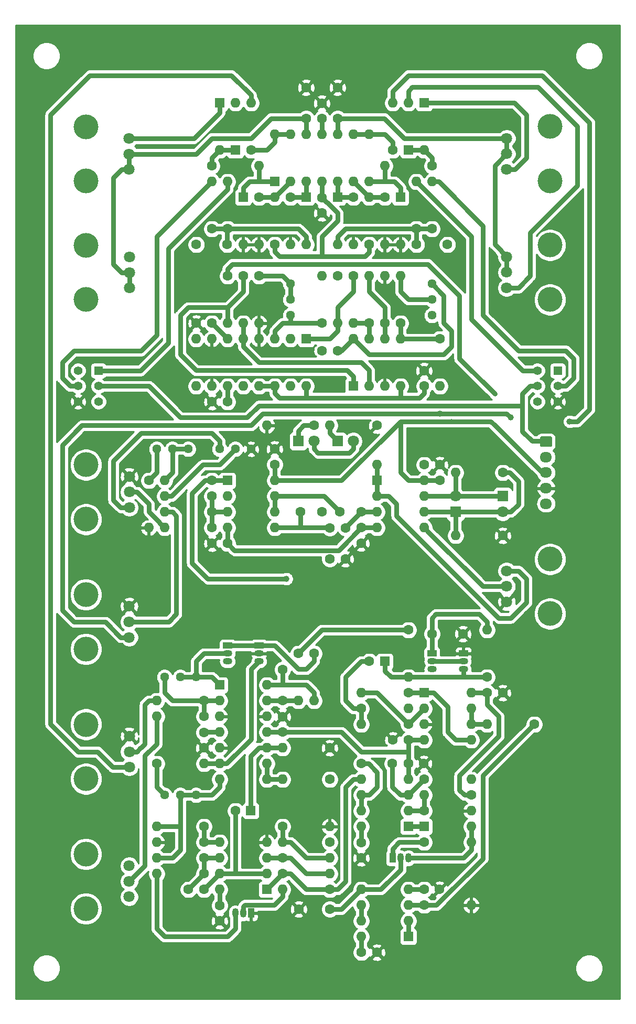
<source format=gbr>
G04 #@! TF.GenerationSoftware,KiCad,Pcbnew,(5.1.5)-3*
G04 #@! TF.CreationDate,2021-04-21T14:21:54+02:00*
G04 #@! TF.ProjectId,AnalogDrum_Bitreduced,416e616c-6f67-4447-9275-6d5f42697472,rev?*
G04 #@! TF.SameCoordinates,Original*
G04 #@! TF.FileFunction,Copper,L2,Bot*
G04 #@! TF.FilePolarity,Positive*
%FSLAX46Y46*%
G04 Gerber Fmt 4.6, Leading zero omitted, Abs format (unit mm)*
G04 Created by KiCad (PCBNEW (5.1.5)-3) date 2021-04-21 14:21:54*
%MOMM*%
%LPD*%
G04 APERTURE LIST*
%ADD10O,1.950000X1.700000*%
%ADD11C,0.100000*%
%ADD12C,4.000000*%
%ADD13C,1.800000*%
%ADD14C,1.600000*%
%ADD15O,1.600000X1.600000*%
%ADD16R,1.600000X1.600000*%
%ADD17C,1.440000*%
%ADD18R,1.800000X1.800000*%
%ADD19C,1.400000*%
%ADD20R,1.400000X1.400000*%
%ADD21R,1.050000X1.500000*%
%ADD22O,1.050000X1.500000*%
%ADD23R,1.500000X1.050000*%
%ADD24O,1.500000X1.050000*%
%ADD25C,1.000000*%
%ADD26C,0.800000*%
%ADD27C,0.750000*%
%ADD28C,0.254000*%
G04 APERTURE END LIST*
D10*
X151765000Y-106600000D03*
X151765000Y-104100000D03*
X151765000Y-101600000D03*
X151765000Y-99100000D03*
G04 #@! TA.AperFunction,ComponentPad*
D11*
G36*
X152514504Y-95751204D02*
G01*
X152538773Y-95754804D01*
X152562571Y-95760765D01*
X152585671Y-95769030D01*
X152607849Y-95779520D01*
X152628893Y-95792133D01*
X152648598Y-95806747D01*
X152666777Y-95823223D01*
X152683253Y-95841402D01*
X152697867Y-95861107D01*
X152710480Y-95882151D01*
X152720970Y-95904329D01*
X152729235Y-95927429D01*
X152735196Y-95951227D01*
X152738796Y-95975496D01*
X152740000Y-96000000D01*
X152740000Y-97200000D01*
X152738796Y-97224504D01*
X152735196Y-97248773D01*
X152729235Y-97272571D01*
X152720970Y-97295671D01*
X152710480Y-97317849D01*
X152697867Y-97338893D01*
X152683253Y-97358598D01*
X152666777Y-97376777D01*
X152648598Y-97393253D01*
X152628893Y-97407867D01*
X152607849Y-97420480D01*
X152585671Y-97430970D01*
X152562571Y-97439235D01*
X152538773Y-97445196D01*
X152514504Y-97448796D01*
X152490000Y-97450000D01*
X151040000Y-97450000D01*
X151015496Y-97448796D01*
X150991227Y-97445196D01*
X150967429Y-97439235D01*
X150944329Y-97430970D01*
X150922151Y-97420480D01*
X150901107Y-97407867D01*
X150881402Y-97393253D01*
X150863223Y-97376777D01*
X150846747Y-97358598D01*
X150832133Y-97338893D01*
X150819520Y-97317849D01*
X150809030Y-97295671D01*
X150800765Y-97272571D01*
X150794804Y-97248773D01*
X150791204Y-97224504D01*
X150790000Y-97200000D01*
X150790000Y-96000000D01*
X150791204Y-95975496D01*
X150794804Y-95951227D01*
X150800765Y-95927429D01*
X150809030Y-95904329D01*
X150819520Y-95882151D01*
X150832133Y-95861107D01*
X150846747Y-95841402D01*
X150863223Y-95823223D01*
X150881402Y-95806747D01*
X150901107Y-95792133D01*
X150922151Y-95779520D01*
X150944329Y-95769030D01*
X150967429Y-95760765D01*
X150991227Y-95754804D01*
X151015496Y-95751204D01*
X151040000Y-95750000D01*
X152490000Y-95750000D01*
X152514504Y-95751204D01*
G37*
G04 #@! TD.AperFunction*
D12*
X77455000Y-45725000D03*
X77455000Y-54525000D03*
D13*
X84455000Y-47625000D03*
X84455000Y-50125000D03*
X84455000Y-52625000D03*
D12*
X152400000Y-124370000D03*
X152400000Y-115570000D03*
D13*
X145400000Y-122470000D03*
X145400000Y-119970000D03*
X145400000Y-117470000D03*
D12*
X77455000Y-121290000D03*
X77455000Y-130090000D03*
D13*
X84455000Y-123190000D03*
X84455000Y-125690000D03*
X84455000Y-128190000D03*
D12*
X77470000Y-100330000D03*
X77470000Y-109130000D03*
D13*
X84470000Y-102230000D03*
X84470000Y-104730000D03*
X84470000Y-107230000D03*
D12*
X77455000Y-163195000D03*
X77455000Y-171995000D03*
D13*
X84455000Y-165095000D03*
X84455000Y-167595000D03*
X84455000Y-170095000D03*
D12*
X77470000Y-142245000D03*
X77470000Y-151045000D03*
D13*
X84470000Y-144145000D03*
X84470000Y-146645000D03*
X84470000Y-149145000D03*
D12*
X152400000Y-73655000D03*
X152400000Y-64855000D03*
D13*
X145400000Y-71755000D03*
X145400000Y-69255000D03*
X145400000Y-66755000D03*
D12*
X152415000Y-54520000D03*
X152415000Y-45720000D03*
D13*
X145415000Y-52620000D03*
X145415000Y-50120000D03*
X145415000Y-47620000D03*
D12*
X77470000Y-64860000D03*
X77470000Y-73660000D03*
D13*
X84470000Y-66760000D03*
X84470000Y-69260000D03*
X84470000Y-71760000D03*
D14*
X119380000Y-115530000D03*
X119380000Y-110530000D03*
X116840000Y-115530000D03*
X116840000Y-110530000D03*
X121960000Y-148590000D03*
X126960000Y-148590000D03*
X111840000Y-172085000D03*
X116840000Y-172085000D03*
X138350000Y-127635000D03*
X133350000Y-127635000D03*
X109220000Y-133390000D03*
X109220000Y-138390000D03*
X118110000Y-39410000D03*
X118110000Y-44410000D03*
X135850000Y-64770000D03*
X130850000Y-64770000D03*
X113030000Y-39410000D03*
X113030000Y-44410000D03*
X95290000Y-64770000D03*
X100290000Y-64770000D03*
D15*
X100330000Y-77470000D03*
D14*
X100330000Y-69850000D03*
D15*
X132080000Y-102870000D03*
X124460000Y-110490000D03*
X132080000Y-105410000D03*
X124460000Y-107950000D03*
X132080000Y-107950000D03*
X124460000Y-105410000D03*
X132080000Y-110490000D03*
D16*
X124460000Y-102870000D03*
D15*
X107950000Y-102870000D03*
X100330000Y-110490000D03*
X107950000Y-105410000D03*
X100330000Y-107950000D03*
X107950000Y-107950000D03*
X100330000Y-105410000D03*
X107950000Y-110490000D03*
D16*
X100330000Y-102870000D03*
D17*
X93980000Y-97790000D03*
X91440000Y-97790000D03*
X88900000Y-97790000D03*
X104140000Y-97790000D03*
X101600000Y-97790000D03*
X99060000Y-97790000D03*
D15*
X137160000Y-111760000D03*
D14*
X144780000Y-111760000D03*
D15*
X137160000Y-101600000D03*
D14*
X144780000Y-101600000D03*
D15*
X124460000Y-100330000D03*
D14*
X132080000Y-100330000D03*
D15*
X116840000Y-93980000D03*
D14*
X124460000Y-93980000D03*
D15*
X106680000Y-93980000D03*
D14*
X114300000Y-93980000D03*
D15*
X90170000Y-102870000D03*
D14*
X97790000Y-102870000D03*
D15*
X87630000Y-110490000D03*
D14*
X87630000Y-102870000D03*
D15*
X90170000Y-107950000D03*
D14*
X97790000Y-107950000D03*
D15*
X90170000Y-110490000D03*
D14*
X97790000Y-110490000D03*
D15*
X90170000Y-105410000D03*
D14*
X97790000Y-105410000D03*
X121920000Y-107950000D03*
X118420000Y-107950000D03*
X115570000Y-107950000D03*
X112070000Y-107950000D03*
D13*
X137160000Y-105410000D03*
D18*
X137160000Y-107950000D03*
D13*
X144780000Y-107950000D03*
D18*
X144780000Y-105410000D03*
D13*
X120650000Y-96520000D03*
D18*
X118110000Y-96520000D03*
D13*
X114300000Y-96520000D03*
D18*
X111760000Y-96520000D03*
D14*
X121920000Y-110490000D03*
X121920000Y-112990000D03*
X100330000Y-113030000D03*
X97830000Y-113030000D03*
X134620000Y-100330000D03*
X134620000Y-102830000D03*
X107950000Y-97790000D03*
X107950000Y-100290000D03*
D15*
X121920000Y-158750000D03*
X129540000Y-151130000D03*
X121920000Y-156210000D03*
X129540000Y-153670000D03*
X121920000Y-153670000D03*
X129540000Y-156210000D03*
X121920000Y-151130000D03*
D16*
X129540000Y-158750000D03*
D15*
X121920000Y-176530000D03*
X129540000Y-168910000D03*
X121920000Y-173990000D03*
X129540000Y-171450000D03*
X121920000Y-171450000D03*
X129540000Y-173990000D03*
X121920000Y-168910000D03*
D16*
X129540000Y-176530000D03*
D15*
X120650000Y-80010000D03*
X128270000Y-87630000D03*
X123190000Y-80010000D03*
X125730000Y-87630000D03*
X125730000Y-80010000D03*
X123190000Y-87630000D03*
X128270000Y-80010000D03*
D16*
X120650000Y-87630000D03*
D15*
X113030000Y-87630000D03*
X95250000Y-80010000D03*
X110490000Y-87630000D03*
X97790000Y-80010000D03*
X107950000Y-87630000D03*
X100330000Y-80010000D03*
X105410000Y-87630000D03*
X102870000Y-80010000D03*
X102870000Y-87630000D03*
X105410000Y-80010000D03*
X100330000Y-87630000D03*
X107950000Y-80010000D03*
X97790000Y-87630000D03*
X110490000Y-80010000D03*
X95250000Y-87630000D03*
D16*
X113030000Y-80010000D03*
D15*
X139700000Y-137160000D03*
X132080000Y-144780000D03*
X139700000Y-139700000D03*
X132080000Y-142240000D03*
X139700000Y-142240000D03*
X132080000Y-139700000D03*
X139700000Y-144780000D03*
D16*
X132080000Y-137160000D03*
D15*
X99060000Y-168910000D03*
X106680000Y-161290000D03*
X99060000Y-166370000D03*
X106680000Y-163830000D03*
X99060000Y-163830000D03*
X106680000Y-166370000D03*
X99060000Y-161290000D03*
D16*
X106680000Y-168910000D03*
D15*
X106680000Y-135890000D03*
X99060000Y-151130000D03*
X106680000Y-138430000D03*
X99060000Y-148590000D03*
X106680000Y-140970000D03*
X99060000Y-146050000D03*
X106680000Y-143510000D03*
X99060000Y-143510000D03*
X106680000Y-146050000D03*
X99060000Y-140970000D03*
X106680000Y-148590000D03*
X99060000Y-138430000D03*
X106680000Y-151130000D03*
D16*
X99060000Y-135890000D03*
D15*
X107950000Y-46990000D03*
X123190000Y-54610000D03*
X110490000Y-46990000D03*
X120650000Y-54610000D03*
X113030000Y-46990000D03*
X118110000Y-54610000D03*
X115570000Y-46990000D03*
X115570000Y-54610000D03*
X118110000Y-46990000D03*
X113030000Y-54610000D03*
X120650000Y-46990000D03*
X110490000Y-54610000D03*
X123190000Y-46990000D03*
D16*
X107950000Y-54610000D03*
D19*
X150370000Y-90130000D03*
X150370000Y-87630000D03*
X150370000Y-85130000D03*
X153670000Y-90130000D03*
X153670000Y-87630000D03*
D20*
X153670000Y-85130000D03*
D19*
X76200000Y-90130000D03*
X76200000Y-87630000D03*
X76200000Y-85130000D03*
X79500000Y-90130000D03*
X79500000Y-87630000D03*
D20*
X79500000Y-85130000D03*
D17*
X110490000Y-71120000D03*
X110490000Y-73660000D03*
X110490000Y-76200000D03*
X133350000Y-76200000D03*
X133350000Y-73660000D03*
X133350000Y-71120000D03*
X95250000Y-153670000D03*
X92710000Y-153670000D03*
X90170000Y-153670000D03*
X95250000Y-134620000D03*
X92710000Y-134620000D03*
X90170000Y-134620000D03*
D15*
X139700000Y-156210000D03*
D14*
X132080000Y-156210000D03*
D15*
X139700000Y-151130000D03*
D14*
X132080000Y-151130000D03*
D15*
X132080000Y-153670000D03*
D14*
X139700000Y-153670000D03*
D15*
X139700000Y-161290000D03*
D14*
X132080000Y-161290000D03*
D15*
X139700000Y-171450000D03*
D14*
X132080000Y-171450000D03*
D15*
X105410000Y-77470000D03*
D14*
X105410000Y-69850000D03*
D15*
X115570000Y-69850000D03*
D14*
X115570000Y-77470000D03*
D15*
X102870000Y-77470000D03*
D14*
X102870000Y-69850000D03*
D15*
X125730000Y-69850000D03*
D14*
X125730000Y-77470000D03*
D15*
X123190000Y-69850000D03*
D14*
X123190000Y-77470000D03*
D15*
X118110000Y-77470000D03*
D14*
X118110000Y-69850000D03*
D15*
X120650000Y-77470000D03*
D14*
X120650000Y-69850000D03*
D15*
X134620000Y-87630000D03*
D14*
X134620000Y-80010000D03*
D15*
X128270000Y-69850000D03*
D14*
X128270000Y-77470000D03*
D15*
X129540000Y-139700000D03*
D14*
X121920000Y-139700000D03*
D15*
X121920000Y-142240000D03*
D14*
X129540000Y-142240000D03*
D15*
X142240000Y-127000000D03*
D14*
X142240000Y-134620000D03*
D15*
X142240000Y-142240000D03*
D14*
X149860000Y-142240000D03*
D15*
X129540000Y-134620000D03*
D14*
X129540000Y-127000000D03*
D15*
X121920000Y-137160000D03*
D14*
X129540000Y-137160000D03*
D15*
X109220000Y-168910000D03*
D14*
X116840000Y-168910000D03*
D15*
X116840000Y-166370000D03*
D14*
X109220000Y-166370000D03*
D15*
X114300000Y-138430000D03*
D14*
X114300000Y-130810000D03*
D15*
X116840000Y-158750000D03*
D14*
X109220000Y-158750000D03*
D15*
X88900000Y-166370000D03*
D14*
X96520000Y-166370000D03*
D15*
X88900000Y-161290000D03*
D14*
X96520000Y-161290000D03*
D15*
X116840000Y-163830000D03*
D14*
X109220000Y-163830000D03*
D15*
X88900000Y-158750000D03*
D14*
X96520000Y-158750000D03*
D15*
X88900000Y-140970000D03*
D14*
X96520000Y-140970000D03*
D15*
X109220000Y-146050000D03*
D14*
X116840000Y-146050000D03*
D15*
X109220000Y-151130000D03*
D14*
X116840000Y-151130000D03*
D15*
X88900000Y-163830000D03*
D14*
X96520000Y-163830000D03*
D15*
X96520000Y-148590000D03*
D14*
X88900000Y-148590000D03*
D15*
X111760000Y-138430000D03*
D14*
X111760000Y-130810000D03*
D15*
X88900000Y-138430000D03*
D14*
X96520000Y-138430000D03*
D15*
X109220000Y-161290000D03*
D14*
X116840000Y-161290000D03*
D15*
X125730000Y-64770000D03*
D14*
X125730000Y-57150000D03*
D15*
X120650000Y-64770000D03*
D14*
X120650000Y-57150000D03*
D15*
X133350000Y-54610000D03*
D14*
X133350000Y-62230000D03*
D15*
X127000000Y-41910000D03*
D14*
X127000000Y-49530000D03*
D15*
X125730000Y-52070000D03*
D14*
X133350000Y-52070000D03*
D15*
X130810000Y-54610000D03*
D14*
X130810000Y-62230000D03*
D15*
X123190000Y-57150000D03*
D14*
X123190000Y-64770000D03*
D15*
X105410000Y-64770000D03*
D14*
X105410000Y-57150000D03*
D15*
X110490000Y-64770000D03*
D14*
X110490000Y-57150000D03*
D15*
X97790000Y-54610000D03*
D14*
X97790000Y-62230000D03*
D15*
X104140000Y-41910000D03*
D14*
X104140000Y-49530000D03*
D15*
X105410000Y-52070000D03*
D14*
X97790000Y-52070000D03*
D15*
X100330000Y-54610000D03*
D14*
X100330000Y-62230000D03*
D15*
X107950000Y-57150000D03*
D14*
X107950000Y-64770000D03*
D21*
X127000000Y-163830000D03*
D22*
X129540000Y-163830000D03*
X128270000Y-163830000D03*
D23*
X138430000Y-130810000D03*
D24*
X138430000Y-133350000D03*
X138430000Y-132080000D03*
D23*
X133350000Y-130810000D03*
D24*
X133350000Y-133350000D03*
X133350000Y-132080000D03*
D21*
X104140000Y-172720000D03*
D22*
X101600000Y-172720000D03*
X102870000Y-172720000D03*
D23*
X105410000Y-129540000D03*
D24*
X105410000Y-132080000D03*
X105410000Y-130810000D03*
D23*
X100330000Y-129540000D03*
D24*
X100330000Y-132080000D03*
X100330000Y-130810000D03*
D15*
X139700000Y-158750000D03*
D16*
X132080000Y-158750000D03*
D15*
X128270000Y-64770000D03*
D16*
X128270000Y-57150000D03*
D15*
X129540000Y-41910000D03*
D16*
X129540000Y-49530000D03*
D15*
X118110000Y-64770000D03*
D16*
X118110000Y-57150000D03*
D15*
X132080000Y-49530000D03*
D16*
X132080000Y-41910000D03*
D15*
X102870000Y-64770000D03*
D16*
X102870000Y-57150000D03*
D15*
X101600000Y-41910000D03*
D16*
X101600000Y-49530000D03*
D15*
X113030000Y-64770000D03*
D16*
X113030000Y-57150000D03*
D15*
X99060000Y-49530000D03*
D16*
X99060000Y-41910000D03*
D14*
X123230000Y-132080000D03*
D16*
X125730000Y-132080000D03*
D14*
X101600000Y-156210000D03*
D16*
X104100000Y-156210000D03*
D14*
X132080000Y-168910000D03*
X134580000Y-168910000D03*
X129540000Y-148590000D03*
X132040000Y-148590000D03*
X124460000Y-179070000D03*
X121960000Y-179070000D03*
X121920000Y-163830000D03*
X121920000Y-161330000D03*
X132080000Y-87630000D03*
X132080000Y-85130000D03*
X97790000Y-77470000D03*
X95290000Y-77470000D03*
X115610000Y-81915000D03*
X118110000Y-81915000D03*
X97830000Y-90170000D03*
X100330000Y-90170000D03*
X129540000Y-144780000D03*
X127040000Y-144780000D03*
X144780000Y-137160000D03*
X142280000Y-137160000D03*
X109220000Y-143510000D03*
X109220000Y-141010000D03*
X96520000Y-146050000D03*
X96520000Y-143550000D03*
X99060000Y-173990000D03*
X99060000Y-171490000D03*
X115570000Y-44450000D03*
X115570000Y-41950000D03*
X115570000Y-59690000D03*
X115570000Y-57190000D03*
X96520000Y-168910000D03*
X94020000Y-168910000D03*
D25*
X67310000Y-30480000D03*
X77470000Y-30480000D03*
X87630000Y-30480000D03*
X97790000Y-30480000D03*
X107950000Y-30480000D03*
X118110000Y-30480000D03*
X128270000Y-30480000D03*
X138430000Y-30480000D03*
X148590000Y-30480000D03*
X162560000Y-30480000D03*
X67310000Y-40640000D03*
X67310000Y-50800000D03*
X67310000Y-60960000D03*
X67310000Y-71120000D03*
X67310000Y-81280000D03*
X67310000Y-91440000D03*
X67310000Y-101600000D03*
X67310000Y-111760000D03*
X67310000Y-121920000D03*
X67310000Y-132080000D03*
X67310000Y-142240000D03*
X67310000Y-152400000D03*
X67310000Y-162560000D03*
X67310000Y-172720000D03*
X67310000Y-185420000D03*
X162560000Y-40640000D03*
X162560000Y-50800000D03*
X162560000Y-60960000D03*
X162560000Y-71120000D03*
X162560000Y-81280000D03*
X162560000Y-91440000D03*
X162560000Y-101600000D03*
X162560000Y-111760000D03*
X162560000Y-121920000D03*
X162560000Y-132080000D03*
X162560000Y-142240000D03*
X162560000Y-152400000D03*
X162560000Y-162560000D03*
X162560000Y-172720000D03*
X162560000Y-185420000D03*
X77470000Y-185420000D03*
X87630000Y-185420000D03*
X97790000Y-185420000D03*
X107950000Y-185420000D03*
X118110000Y-185420000D03*
X128270000Y-185420000D03*
X138430000Y-185420000D03*
X148590000Y-185420000D03*
D26*
X136525000Y-81280000D03*
X136525000Y-93345000D03*
X143510000Y-88900000D03*
D25*
X134620000Y-92075000D03*
X155575000Y-93345000D03*
X146050000Y-92710000D03*
X109855000Y-118745000D03*
D27*
X106680000Y-166370000D02*
X101600000Y-166370000D01*
X101600000Y-166370000D02*
X101600000Y-156210000D01*
X99060000Y-166370000D02*
X101600000Y-166370000D01*
X96520000Y-168910000D02*
X99060000Y-166370000D01*
X99060000Y-163830000D02*
X96520000Y-163830000D01*
X96520000Y-163830000D02*
X96520000Y-166370000D01*
X94020000Y-168870000D02*
X96520000Y-166370000D01*
X94020000Y-168910000D02*
X94020000Y-168870000D01*
X97790000Y-62230000D02*
X100330000Y-62230000D01*
X100330000Y-62230000D02*
X111760000Y-62230000D01*
X113030000Y-63500000D02*
X113030000Y-64770000D01*
X111760000Y-62230000D02*
X113030000Y-63500000D01*
X100290000Y-62270000D02*
X100330000Y-62230000D01*
X100290000Y-64770000D02*
X100290000Y-62270000D01*
X113030000Y-44410000D02*
X113030000Y-46990000D01*
X113030000Y-44410000D02*
X107355000Y-44410000D01*
X107355000Y-44410000D02*
X104140000Y-47625000D01*
X84470000Y-71760000D02*
X84470000Y-69260000D01*
X84455000Y-50125000D02*
X84455000Y-52625000D01*
X104140000Y-47625000D02*
X97790000Y-47625000D01*
X97790000Y-47625000D02*
X95250000Y-50165000D01*
X95210000Y-50125000D02*
X84455000Y-50125000D01*
X95250000Y-50165000D02*
X95210000Y-50125000D01*
X83265000Y-52625000D02*
X84455000Y-52625000D01*
X81915000Y-53975000D02*
X83265000Y-52625000D01*
X81915000Y-67977792D02*
X81915000Y-53975000D01*
X84470000Y-69260000D02*
X83197208Y-69260000D01*
X83197208Y-69260000D02*
X81915000Y-67977792D01*
X115570000Y-54610000D02*
X115570000Y-57190000D01*
X96560000Y-143510000D02*
X96520000Y-143550000D01*
X99060000Y-143510000D02*
X96560000Y-143510000D01*
X99060000Y-168910000D02*
X99060000Y-171490000D01*
X139700000Y-137160000D02*
X142280000Y-137160000D01*
X121960000Y-176570000D02*
X121920000Y-176530000D01*
X121960000Y-179070000D02*
X121960000Y-176570000D01*
X121920000Y-161330000D02*
X121920000Y-158750000D01*
X118745000Y-81915000D02*
X120650000Y-80010000D01*
X118110000Y-81915000D02*
X118745000Y-81915000D01*
X134580000Y-102870000D02*
X134620000Y-102830000D01*
X132080000Y-102870000D02*
X134580000Y-102870000D01*
X142280000Y-139105000D02*
X142280000Y-137160000D01*
X144145000Y-140970000D02*
X142280000Y-139105000D01*
X138568630Y-153670000D02*
X137795000Y-152896370D01*
X137795000Y-152896370D02*
X137795000Y-150495000D01*
X137795000Y-150495000D02*
X144145000Y-144145000D01*
X139700000Y-153670000D02*
X138568630Y-153670000D01*
X144145000Y-144145000D02*
X144145000Y-140970000D01*
X121880000Y-161290000D02*
X121920000Y-161330000D01*
X100330000Y-87630000D02*
X100330000Y-90170000D01*
X107950000Y-64770000D02*
X107950000Y-65901370D01*
X107950000Y-65901370D02*
X108723630Y-66675000D01*
X116369999Y-57989999D02*
X116409999Y-57989999D01*
X115570000Y-57190000D02*
X116369999Y-57989999D01*
X116409999Y-57989999D02*
X118110000Y-59690000D01*
X118110000Y-59690000D02*
X118110000Y-60960000D01*
X108723630Y-66675000D02*
X115570000Y-66675000D01*
X115570000Y-63500000D02*
X115570000Y-66675000D01*
X118110000Y-60960000D02*
X115570000Y-63500000D01*
X115570000Y-127000000D02*
X112559999Y-130010001D01*
X112559999Y-130010001D02*
X111760000Y-130810000D01*
X129540000Y-127000000D02*
X115570000Y-127000000D01*
X128270000Y-97155000D02*
X128270000Y-101600000D01*
X128270000Y-101600000D02*
X129540000Y-102870000D01*
X129540000Y-102870000D02*
X132080000Y-102870000D01*
X107950000Y-102870000D02*
X107950000Y-100290000D01*
X143510000Y-93980000D02*
X151130000Y-101600000D01*
X128270000Y-93345000D02*
X136525000Y-93345000D01*
X142875000Y-93345000D02*
X143510000Y-93980000D01*
X107950000Y-102870000D02*
X118745000Y-102870000D01*
X118745000Y-102870000D02*
X128270000Y-93345000D01*
X128270000Y-97155000D02*
X128270000Y-93345000D01*
X123190000Y-66040000D02*
X123190000Y-64770000D01*
X115570000Y-66675000D02*
X122555000Y-66675000D01*
X122555000Y-66675000D02*
X123190000Y-66040000D01*
X135255000Y-82550000D02*
X136525000Y-81280000D01*
X120650000Y-80010000D02*
X123190000Y-82550000D01*
X123190000Y-82550000D02*
X135255000Y-82550000D01*
X136525000Y-81280000D02*
X136525000Y-78740000D01*
X136525000Y-78740000D02*
X135255000Y-77470000D01*
X135255000Y-77470000D02*
X135255000Y-73025000D01*
X135255000Y-73025000D02*
X133350000Y-71120000D01*
X136525000Y-81280000D02*
X136525000Y-81280000D01*
X136525000Y-93345000D02*
X142875000Y-93345000D01*
X81915000Y-106045000D02*
X83100000Y-107230000D01*
X83100000Y-107230000D02*
X84470000Y-107230000D01*
X99060000Y-96520000D02*
X97790000Y-95250000D01*
X99060000Y-97790000D02*
X99060000Y-96520000D01*
X97790000Y-95250000D02*
X86360000Y-95250000D01*
X86360000Y-95250000D02*
X81915000Y-99695000D01*
X81915000Y-99695000D02*
X81915000Y-106045000D01*
X115570000Y-44450000D02*
X115570000Y-46990000D01*
X109220000Y-143510000D02*
X106680000Y-143510000D01*
X132080000Y-144780000D02*
X129540000Y-144780000D01*
X132080000Y-168910000D02*
X129540000Y-168910000D01*
X129540000Y-151130000D02*
X129540000Y-148590000D01*
X97790000Y-77470000D02*
X100330000Y-80010000D01*
X105410000Y-87630000D02*
X107950000Y-87630000D01*
X100330000Y-113030000D02*
X100330000Y-110490000D01*
X121920000Y-110490000D02*
X124460000Y-110490000D01*
X109220000Y-143510000D02*
X118745000Y-143510000D01*
X121920000Y-146685000D02*
X129540000Y-146685000D01*
X118745000Y-143510000D02*
X121920000Y-146685000D01*
X129540000Y-144780000D02*
X129540000Y-146685000D01*
X129540000Y-146685000D02*
X129540000Y-148590000D01*
X113030000Y-88900000D02*
X113030000Y-87630000D01*
X108723630Y-89535000D02*
X113030000Y-89535000D01*
X107950000Y-87630000D02*
X107950000Y-88761370D01*
X113030000Y-89535000D02*
X113030000Y-88900000D01*
X107950000Y-88761370D02*
X108723630Y-89535000D01*
X128270000Y-87630000D02*
X128270000Y-89535000D01*
X113030000Y-89535000D02*
X128270000Y-89535000D01*
X128270000Y-89535000D02*
X130810000Y-89535000D01*
X131306370Y-89535000D02*
X130810000Y-89535000D01*
X132080000Y-88761370D02*
X131306370Y-89535000D01*
X132080000Y-87630000D02*
X132080000Y-88761370D01*
X101454999Y-114154999D02*
X100330000Y-113030000D01*
X121920000Y-110490000D02*
X118255001Y-114154999D01*
X118255001Y-114154999D02*
X101454999Y-114154999D01*
X118110000Y-64770000D02*
X118110000Y-63500000D01*
X119380000Y-62230000D02*
X130810000Y-62230000D01*
X118110000Y-63500000D02*
X119380000Y-62230000D01*
X130810000Y-62230000D02*
X133350000Y-62230000D01*
X130810000Y-64730000D02*
X130850000Y-64770000D01*
X130810000Y-62230000D02*
X130810000Y-64730000D01*
X118110000Y-44410000D02*
X118110000Y-46990000D01*
X128905000Y-47625000D02*
X133350000Y-47625000D01*
X118110000Y-44410000D02*
X125690000Y-44410000D01*
X125690000Y-44410000D02*
X128905000Y-47625000D01*
X133355000Y-47620000D02*
X145415000Y-47620000D01*
X133350000Y-47625000D02*
X133355000Y-47620000D01*
X145415000Y-47620000D02*
X145415000Y-50120000D01*
X145400000Y-66755000D02*
X145400000Y-69255000D01*
X144500001Y-65855001D02*
X144500001Y-65760001D01*
X145400000Y-66755000D02*
X144500001Y-65855001D01*
X144500001Y-65760001D02*
X143510000Y-64770000D01*
X143510000Y-52025000D02*
X145415000Y-50120000D01*
X143510000Y-64770000D02*
X143510000Y-52025000D01*
X106680000Y-135890000D02*
X109220000Y-135890000D01*
X109220000Y-135890000D02*
X113030000Y-135890000D01*
X114300000Y-137160000D02*
X114300000Y-138430000D01*
X113030000Y-135890000D02*
X114300000Y-137160000D01*
X109220000Y-133390000D02*
X109220000Y-135890000D01*
X133350000Y-129540000D02*
X133350000Y-130810000D01*
X133350000Y-127635000D02*
X133350000Y-129540000D01*
X133350000Y-127635000D02*
X133350000Y-125095000D01*
X133350000Y-125095000D02*
X133985000Y-124460000D01*
X133985000Y-124460000D02*
X140970000Y-124460000D01*
X142240000Y-125730000D02*
X142240000Y-127000000D01*
X140970000Y-124460000D02*
X142240000Y-125730000D01*
X118745000Y-172085000D02*
X121920000Y-168910000D01*
X116840000Y-172085000D02*
X118745000Y-172085000D01*
X128270000Y-165735000D02*
X128270000Y-163830000D01*
X121920000Y-168910000D02*
X125095000Y-168910000D01*
X125095000Y-168910000D02*
X128270000Y-165735000D01*
X121920000Y-156210000D02*
X121920000Y-153670000D01*
X121920000Y-153670000D02*
X123190000Y-153670000D01*
X123190000Y-153670000D02*
X124460000Y-152400000D01*
X123091370Y-148590000D02*
X124460000Y-149958630D01*
X121960000Y-148590000D02*
X123091370Y-148590000D01*
X124460000Y-149958630D02*
X124460000Y-152400000D01*
X132080000Y-151130000D02*
X129540000Y-153670000D01*
X126960000Y-148590000D02*
X126960000Y-152360000D01*
X128270000Y-153670000D02*
X129540000Y-153670000D01*
X126960000Y-152360000D02*
X128270000Y-153670000D01*
X109220000Y-146050000D02*
X106680000Y-146050000D01*
X104100000Y-156210000D02*
X104100000Y-147360000D01*
X105410000Y-146050000D02*
X106680000Y-146050000D01*
X104100000Y-147360000D02*
X105410000Y-146050000D01*
X121920000Y-142240000D02*
X121920000Y-139700000D01*
X123230000Y-132080000D02*
X121920000Y-132080000D01*
X121920000Y-132080000D02*
X119380000Y-134620000D01*
X119380000Y-134620000D02*
X119380000Y-138430000D01*
X119380000Y-138430000D02*
X120650000Y-139700000D01*
X120650000Y-139700000D02*
X121920000Y-139700000D01*
X138430000Y-133350000D02*
X138430000Y-134620000D01*
X129540000Y-134620000D02*
X138430000Y-134620000D01*
X138430000Y-134620000D02*
X142240000Y-134620000D01*
X125730000Y-133630000D02*
X126720000Y-134620000D01*
X125730000Y-132080000D02*
X125730000Y-133630000D01*
X126720000Y-134620000D02*
X129540000Y-134620000D01*
X101600000Y-49530000D02*
X99060000Y-49530000D01*
X99060000Y-49530000D02*
X97790000Y-50800000D01*
X97790000Y-50800000D02*
X97790000Y-52070000D01*
X99060000Y-43460000D02*
X99060000Y-41910000D01*
X94895000Y-47625000D02*
X99060000Y-43460000D01*
X84455000Y-47625000D02*
X94895000Y-47625000D01*
X110490000Y-57150000D02*
X113030000Y-57150000D01*
X113030000Y-57150000D02*
X113030000Y-54610000D01*
X102870000Y-55600000D02*
X102870000Y-57150000D01*
X103860000Y-54610000D02*
X102870000Y-55600000D01*
X105410000Y-52070000D02*
X105410000Y-54610000D01*
X107950000Y-54610000D02*
X105410000Y-54610000D01*
X105410000Y-54610000D02*
X103860000Y-54610000D01*
X129540000Y-49530000D02*
X132080000Y-49530000D01*
X132080000Y-49530000D02*
X133350000Y-50800000D01*
X133350000Y-50800000D02*
X133350000Y-52070000D01*
X132080000Y-41910000D02*
X146685000Y-41910000D01*
X146685000Y-41910000D02*
X148590000Y-43815000D01*
X148590000Y-43815000D02*
X148590000Y-50800000D01*
X146770000Y-52620000D02*
X145415000Y-52620000D01*
X148590000Y-50800000D02*
X146770000Y-52620000D01*
X118110000Y-54610000D02*
X118110000Y-57150000D01*
X118110000Y-57150000D02*
X120650000Y-57150000D01*
X147320000Y-71755000D02*
X145400000Y-71755000D01*
X149225000Y-62865000D02*
X149225000Y-69850000D01*
X149225000Y-69850000D02*
X147320000Y-71755000D01*
X156845000Y-55245000D02*
X149225000Y-62865000D01*
X129540000Y-40005000D02*
X130175000Y-39370000D01*
X129540000Y-41910000D02*
X129540000Y-40005000D01*
X130175000Y-39370000D02*
X150495000Y-39370000D01*
X156845000Y-45720000D02*
X156845000Y-55245000D01*
X150495000Y-39370000D02*
X156845000Y-45720000D01*
X128270000Y-55600000D02*
X128270000Y-57150000D01*
X127280000Y-54610000D02*
X128270000Y-55600000D01*
X125730000Y-52070000D02*
X125730000Y-54610000D01*
X123190000Y-54610000D02*
X125730000Y-54610000D01*
X125730000Y-54610000D02*
X127280000Y-54610000D01*
X129540000Y-163830000D02*
X138430000Y-163830000D01*
X139700000Y-162560000D02*
X139700000Y-161290000D01*
X138430000Y-163830000D02*
X139700000Y-162560000D01*
X139700000Y-158750000D02*
X139700000Y-161290000D01*
X132080000Y-158750000D02*
X129540000Y-158750000D01*
X137795000Y-83185000D02*
X143510000Y-88900000D01*
X100330000Y-68718630D02*
X101103630Y-67945000D01*
X100330000Y-69850000D02*
X100330000Y-68718630D01*
X101103630Y-67945000D02*
X132715000Y-67945000D01*
X137795000Y-73025000D02*
X137795000Y-83185000D01*
X132715000Y-67945000D02*
X137795000Y-73025000D01*
X143510000Y-88900000D02*
X143510000Y-88900000D01*
X149530000Y-96520000D02*
X147955000Y-94945000D01*
X151130000Y-96520000D02*
X149530000Y-96520000D01*
X147955000Y-88900000D02*
X149225000Y-87630000D01*
X149225000Y-87630000D02*
X150370000Y-87630000D01*
X103505000Y-92710000D02*
X105410000Y-90805000D01*
X147955000Y-90805000D02*
X147955000Y-88900000D01*
X147955000Y-94945000D02*
X147955000Y-90805000D01*
X92710000Y-92710000D02*
X103505000Y-92710000D01*
X79500000Y-87630000D02*
X87630000Y-87630000D01*
X105410000Y-90805000D02*
X147955000Y-90805000D01*
X87630000Y-87630000D02*
X92710000Y-92710000D01*
X100330000Y-129540000D02*
X105410000Y-129540000D01*
X114300000Y-132080000D02*
X114300000Y-130810000D01*
X113030000Y-133350000D02*
X114300000Y-132080000D01*
X111760000Y-133350000D02*
X113030000Y-133350000D01*
X105410000Y-129540000D02*
X107950000Y-129540000D01*
X107950000Y-129540000D02*
X111760000Y-133350000D01*
X92710000Y-134620000D02*
X95250000Y-134620000D01*
X97790000Y-134620000D02*
X99060000Y-135890000D01*
X95250000Y-134620000D02*
X97790000Y-134620000D01*
X100330000Y-130810000D02*
X96520000Y-130810000D01*
X95250000Y-132080000D02*
X95250000Y-134620000D01*
X96520000Y-130810000D02*
X95250000Y-132080000D01*
X96520000Y-148590000D02*
X99060000Y-148590000D01*
X99060000Y-148590000D02*
X100191370Y-148590000D01*
X104140000Y-133350000D02*
X105410000Y-132080000D01*
X104140000Y-144641370D02*
X104140000Y-133350000D01*
X100191370Y-148590000D02*
X104140000Y-144641370D01*
X88900000Y-175260000D02*
X90170000Y-176530000D01*
X101600000Y-174220000D02*
X101600000Y-172720000D01*
X88900000Y-166370000D02*
X88900000Y-175260000D01*
X90170000Y-176530000D02*
X100330000Y-176530000D01*
X100330000Y-176530000D02*
X101600000Y-175260000D01*
X101600000Y-175260000D02*
X101600000Y-174220000D01*
X109220000Y-170069998D02*
X109220000Y-168910000D01*
X107894999Y-171394999D02*
X109220000Y-170069998D01*
X103154999Y-171394999D02*
X107894999Y-171394999D01*
X102870000Y-172720000D02*
X102870000Y-171679998D01*
X102870000Y-171679998D02*
X103154999Y-171394999D01*
X138430000Y-132080000D02*
X133350000Y-132080000D01*
X127000000Y-162330000D02*
X127000000Y-163830000D01*
X128040000Y-161290000D02*
X127000000Y-162330000D01*
X132080000Y-161290000D02*
X128040000Y-161290000D01*
X129540000Y-176530000D02*
X129540000Y-173990000D01*
X105410000Y-57150000D02*
X107950000Y-57150000D01*
X107950000Y-57150000D02*
X110490000Y-54610000D01*
X100330000Y-55880000D02*
X100330000Y-54610000D01*
X90805000Y-80645000D02*
X90805000Y-65405000D01*
X90805000Y-65405000D02*
X100330000Y-55880000D01*
X79500000Y-85130000D02*
X86320000Y-85130000D01*
X86320000Y-85130000D02*
X90805000Y-80645000D01*
X81835000Y-149145000D02*
X84470000Y-149145000D01*
X79375000Y-146685000D02*
X81835000Y-149145000D01*
X104140000Y-40640000D02*
X100965000Y-37465000D01*
X71755000Y-142240000D02*
X76200000Y-146685000D01*
X104140000Y-41910000D02*
X104140000Y-40640000D01*
X71755000Y-43815000D02*
X71755000Y-142240000D01*
X100965000Y-37465000D02*
X78105000Y-37465000D01*
X76200000Y-146685000D02*
X79375000Y-146685000D01*
X78105000Y-37465000D02*
X71755000Y-43815000D01*
X107950000Y-46990000D02*
X110490000Y-46990000D01*
X104140000Y-49530000D02*
X106680000Y-49530000D01*
X107950000Y-48260000D02*
X107950000Y-46990000D01*
X106680000Y-49530000D02*
X107950000Y-48260000D01*
X88900000Y-63500000D02*
X97790000Y-54610000D01*
X88900000Y-79375000D02*
X88900000Y-63500000D01*
X86360000Y-81915000D02*
X88900000Y-79375000D01*
X74930000Y-87630000D02*
X73660000Y-86360000D01*
X73660000Y-83820000D02*
X75565000Y-81915000D01*
X76200000Y-87630000D02*
X74930000Y-87630000D01*
X73660000Y-86360000D02*
X73660000Y-83820000D01*
X75565000Y-81915000D02*
X86360000Y-81915000D01*
X120650000Y-54610000D02*
X123190000Y-57150000D01*
X123190000Y-57150000D02*
X125730000Y-57150000D01*
X150370000Y-85130000D02*
X147995000Y-85130000D01*
X139700000Y-63500000D02*
X139700000Y-69850000D01*
X147995000Y-85130000D02*
X139700000Y-76835000D01*
X139700000Y-69850000D02*
X139700000Y-76835000D01*
X130810000Y-54610000D02*
X139700000Y-63500000D01*
X155575000Y-93345000D02*
X155575000Y-93345000D01*
X145415000Y-92075000D02*
X146050000Y-92710000D01*
X134620000Y-92075000D02*
X145415000Y-92075000D01*
X129540000Y-37465000D02*
X127000000Y-40005000D01*
X158750000Y-91440000D02*
X158750000Y-45085000D01*
X155575000Y-93345000D02*
X156845000Y-93345000D01*
X127000000Y-40005000D02*
X127000000Y-41910000D01*
X156845000Y-93345000D02*
X158750000Y-91440000D01*
X158750000Y-45085000D02*
X151130000Y-37465000D01*
X151130000Y-37465000D02*
X129540000Y-37465000D01*
X83105000Y-128190000D02*
X84455000Y-128190000D01*
X80645000Y-125730000D02*
X83105000Y-128190000D01*
X106045000Y-92075000D02*
X104140000Y-93980000D01*
X134620000Y-92075000D02*
X106045000Y-92075000D01*
X75565000Y-125730000D02*
X80645000Y-125730000D01*
X73660000Y-97155000D02*
X73660000Y-123825000D01*
X73660000Y-123825000D02*
X75565000Y-125730000D01*
X104140000Y-93980000D02*
X76835000Y-93980000D01*
X76835000Y-93980000D02*
X73660000Y-97155000D01*
X127000000Y-49530000D02*
X127000000Y-48260000D01*
X125730000Y-46990000D02*
X123190000Y-46990000D01*
X127000000Y-48260000D02*
X125730000Y-46990000D01*
X123190000Y-46990000D02*
X120650000Y-46990000D01*
X134481370Y-54610000D02*
X133350000Y-54610000D01*
X141605000Y-76200000D02*
X141605000Y-61733630D01*
X147320000Y-81915000D02*
X141605000Y-76200000D01*
X141605000Y-61733630D02*
X134481370Y-54610000D01*
X154940000Y-87630000D02*
X156210000Y-86360000D01*
X154940000Y-81915000D02*
X147320000Y-81915000D01*
X153670000Y-87630000D02*
X154940000Y-87630000D01*
X156210000Y-83185000D02*
X154940000Y-81915000D01*
X156210000Y-86360000D02*
X156210000Y-83185000D01*
X109220000Y-161290000D02*
X110490000Y-161290000D01*
X113030000Y-163830000D02*
X116840000Y-163830000D01*
X110490000Y-161290000D02*
X113030000Y-163830000D01*
X109220000Y-158750000D02*
X109220000Y-161290000D01*
X86995000Y-139065000D02*
X87630000Y-138430000D01*
X85685000Y-146645000D02*
X86280000Y-146050000D01*
X86995000Y-145415000D02*
X86995000Y-139065000D01*
X87630000Y-138430000D02*
X88900000Y-138430000D01*
X84470000Y-146645000D02*
X85685000Y-146645000D01*
X86360000Y-146050000D02*
X86995000Y-145415000D01*
X86280000Y-146050000D02*
X86360000Y-146050000D01*
X90170000Y-134620000D02*
X90170000Y-137160000D01*
X91440000Y-138430000D02*
X96520000Y-138430000D01*
X90170000Y-137160000D02*
X91440000Y-138430000D01*
X96520000Y-138430000D02*
X99060000Y-138430000D01*
X96520000Y-140970000D02*
X96520000Y-138430000D01*
X88900000Y-152400000D02*
X90170000Y-153670000D01*
X88900000Y-148590000D02*
X88900000Y-152400000D01*
X92710000Y-153670000D02*
X95250000Y-153670000D01*
X95250000Y-153670000D02*
X97790000Y-153670000D01*
X99060000Y-152400000D02*
X99060000Y-151130000D01*
X97790000Y-153670000D02*
X99060000Y-152400000D01*
X92710000Y-162560000D02*
X92710000Y-158750000D01*
X88900000Y-163830000D02*
X91440000Y-163830000D01*
X91440000Y-163830000D02*
X92710000Y-162560000D01*
X92710000Y-158750000D02*
X92710000Y-153670000D01*
X88900000Y-158750000D02*
X92710000Y-158750000D01*
X106680000Y-148590000D02*
X106680000Y-151130000D01*
X109220000Y-151130000D02*
X106680000Y-151130000D01*
X88900000Y-140970000D02*
X88900000Y-145415000D01*
X88900000Y-145415000D02*
X86995000Y-147320000D01*
X86995000Y-165055000D02*
X84455000Y-167595000D01*
X86995000Y-147320000D02*
X86995000Y-165055000D01*
X96520000Y-158750000D02*
X96520000Y-161290000D01*
X96520000Y-161290000D02*
X99060000Y-161290000D01*
X106680000Y-163830000D02*
X109220000Y-163830000D01*
X109220000Y-163830000D02*
X110490000Y-163830000D01*
X113030000Y-166370000D02*
X116840000Y-166370000D01*
X110490000Y-163830000D02*
X113030000Y-166370000D01*
X106680000Y-168910000D02*
X109220000Y-166370000D01*
X109220000Y-166370000D02*
X110490000Y-166370000D01*
X113030000Y-168910000D02*
X116840000Y-168910000D01*
X110490000Y-166370000D02*
X113030000Y-168910000D01*
X118110000Y-168910000D02*
X116840000Y-168910000D01*
X119380000Y-167640000D02*
X118110000Y-168910000D01*
X121920000Y-151130000D02*
X120650000Y-151130000D01*
X119380000Y-152400000D02*
X119380000Y-167640000D01*
X120650000Y-151130000D02*
X119380000Y-152400000D01*
X129540000Y-142240000D02*
X132080000Y-139700000D01*
X124460000Y-137160000D02*
X129540000Y-142240000D01*
X121920000Y-137160000D02*
X124460000Y-137160000D01*
X129540000Y-137160000D02*
X132080000Y-137160000D01*
X133630000Y-137160000D02*
X135890000Y-139420000D01*
X132080000Y-137160000D02*
X133630000Y-137160000D01*
X135890000Y-139420000D02*
X135890000Y-143510000D01*
X137160000Y-144780000D02*
X139700000Y-144780000D01*
X135890000Y-143510000D02*
X137160000Y-144780000D01*
X142240000Y-142240000D02*
X139700000Y-142240000D01*
X139700000Y-139700000D02*
X139700000Y-142240000D01*
X129540000Y-171450000D02*
X132080000Y-171450000D01*
X134075002Y-171450000D02*
X141605000Y-163920002D01*
X132080000Y-171450000D02*
X134075002Y-171450000D01*
X141605000Y-150495000D02*
X149860000Y-142240000D01*
X141605000Y-163920002D02*
X141605000Y-150495000D01*
X128270000Y-69850000D02*
X128270000Y-72390000D01*
X129540000Y-73660000D02*
X133350000Y-73660000D01*
X128270000Y-72390000D02*
X129540000Y-73660000D01*
X128270000Y-77470000D02*
X128270000Y-80010000D01*
X128270000Y-80010000D02*
X134620000Y-80010000D01*
X123190000Y-77470000D02*
X123190000Y-80010000D01*
X120650000Y-77470000D02*
X123190000Y-77470000D01*
X120650000Y-69850000D02*
X120650000Y-72390000D01*
X118110000Y-74930000D02*
X118110000Y-77470000D01*
X120650000Y-72390000D02*
X118110000Y-74930000D01*
X118110000Y-78740000D02*
X118110000Y-77470000D01*
X113030000Y-80010000D02*
X116840000Y-80010000D01*
X116840000Y-80010000D02*
X118110000Y-78740000D01*
X123190000Y-69850000D02*
X123190000Y-72390000D01*
X123190000Y-72390000D02*
X125730000Y-74930000D01*
X125730000Y-74930000D02*
X125730000Y-77470000D01*
X125730000Y-77470000D02*
X125730000Y-80010000D01*
X102870000Y-77470000D02*
X102870000Y-80010000D01*
X102870000Y-80010000D02*
X102870000Y-81280000D01*
X102870000Y-81280000D02*
X105410000Y-83820000D01*
X105410000Y-83820000D02*
X121920000Y-83820000D01*
X123190000Y-85090000D02*
X123190000Y-87630000D01*
X121920000Y-83820000D02*
X123190000Y-85090000D01*
X102870000Y-69850000D02*
X102870000Y-72390000D01*
X100330000Y-74930000D02*
X100330000Y-77470000D01*
X102870000Y-72390000D02*
X100330000Y-74930000D01*
X100330000Y-74930000D02*
X93980000Y-74930000D01*
X93980000Y-74930000D02*
X92710000Y-76200000D01*
X92710000Y-76200000D02*
X92710000Y-82550000D01*
X92710000Y-82550000D02*
X95250000Y-85090000D01*
X120650000Y-86080000D02*
X120650000Y-87630000D01*
X119660000Y-85090000D02*
X120650000Y-86080000D01*
X95250000Y-85090000D02*
X119660000Y-85090000D01*
X107950000Y-78740000D02*
X107950000Y-80010000D01*
X109220000Y-77470000D02*
X107950000Y-78740000D01*
X110490000Y-76200000D02*
X110490000Y-77470000D01*
X110490000Y-77470000D02*
X109220000Y-77470000D01*
X115570000Y-77470000D02*
X110490000Y-77470000D01*
X110490000Y-71120000D02*
X109220000Y-69850000D01*
X109220000Y-69850000D02*
X105410000Y-69850000D01*
X110490000Y-71120000D02*
X110490000Y-73660000D01*
X132080000Y-153670000D02*
X132080000Y-156210000D01*
X132080000Y-156210000D02*
X129540000Y-156210000D01*
X109260000Y-138430000D02*
X109220000Y-138390000D01*
X111760000Y-138430000D02*
X109260000Y-138430000D01*
X106720000Y-138390000D02*
X106680000Y-138430000D01*
X109220000Y-138390000D02*
X106720000Y-138390000D01*
X132080000Y-105410000D02*
X137160000Y-105410000D01*
X137160000Y-105410000D02*
X144780000Y-105410000D01*
X137160000Y-101600000D02*
X137160000Y-105410000D01*
X116800000Y-110490000D02*
X116840000Y-110530000D01*
X112070000Y-110180000D02*
X112070000Y-107950000D01*
X111760000Y-110490000D02*
X112070000Y-110180000D01*
X111760000Y-110490000D02*
X116800000Y-110490000D01*
X107950000Y-110490000D02*
X111760000Y-110490000D01*
X119380000Y-110490000D02*
X121920000Y-107950000D01*
X119380000Y-110530000D02*
X119380000Y-110490000D01*
X121920000Y-107950000D02*
X124460000Y-107950000D01*
X97790000Y-102870000D02*
X100330000Y-102870000D01*
X96658630Y-102870000D02*
X94615000Y-104913630D01*
X97790000Y-102870000D02*
X96658630Y-102870000D01*
X94615000Y-104913630D02*
X94615000Y-116205000D01*
X94615000Y-116205000D02*
X97155000Y-118745000D01*
X97155000Y-118745000D02*
X109855000Y-118745000D01*
X109855000Y-118745000D02*
X109855000Y-118745000D01*
X120650000Y-97790000D02*
X120650000Y-96520000D01*
X120015000Y-98425000D02*
X120650000Y-97790000D01*
X114935000Y-98425000D02*
X120015000Y-98425000D01*
X114300000Y-96520000D02*
X114300000Y-97790000D01*
X114300000Y-97790000D02*
X114935000Y-98425000D01*
X111760000Y-94870000D02*
X112650000Y-93980000D01*
X111760000Y-96520000D02*
X111760000Y-94870000D01*
X112650000Y-93980000D02*
X114300000Y-93980000D01*
X116840000Y-95250000D02*
X118110000Y-96520000D01*
X116840000Y-93980000D02*
X116840000Y-95250000D01*
X132080000Y-107950000D02*
X137160000Y-107950000D01*
X137160000Y-107950000D02*
X137160000Y-111760000D01*
X138810000Y-107950000D02*
X144780000Y-107950000D01*
X137160000Y-107950000D02*
X138810000Y-107950000D01*
X145911370Y-101600000D02*
X147320000Y-103008630D01*
X144780000Y-101600000D02*
X145911370Y-101600000D01*
X146052792Y-107950000D02*
X144780000Y-107950000D01*
X147320000Y-106682792D02*
X146052792Y-107950000D01*
X147320000Y-103008630D02*
X147320000Y-106682792D01*
X121920000Y-173990000D02*
X121920000Y-171450000D01*
X107950000Y-105410000D02*
X107950000Y-107950000D01*
X115880000Y-105410000D02*
X118420000Y-107950000D01*
X107950000Y-105410000D02*
X115880000Y-105410000D01*
X91301370Y-105410000D02*
X96381370Y-100330000D01*
X90170000Y-105410000D02*
X91301370Y-105410000D01*
X99060000Y-100330000D02*
X101600000Y-97790000D01*
X96381370Y-100330000D02*
X99060000Y-100330000D01*
X97790000Y-105410000D02*
X97790000Y-107950000D01*
X97790000Y-107950000D02*
X97790000Y-110490000D01*
X97790000Y-107950000D02*
X100330000Y-107950000D01*
X87630000Y-106680000D02*
X85680000Y-104730000D01*
X90170000Y-110490000D02*
X89370001Y-109690001D01*
X89370001Y-109690001D02*
X89370001Y-109630001D01*
X89370001Y-109630001D02*
X87630000Y-107890000D01*
X85680000Y-104730000D02*
X84470000Y-104730000D01*
X87630000Y-107890000D02*
X87630000Y-106680000D01*
X92075000Y-108585000D02*
X91440000Y-107950000D01*
X91440000Y-107950000D02*
X90170000Y-107950000D01*
X84455000Y-125690000D02*
X90845000Y-125690000D01*
X92075000Y-124460000D02*
X92075000Y-108585000D01*
X90845000Y-125690000D02*
X92075000Y-124460000D01*
X88900000Y-101600000D02*
X87630000Y-102870000D01*
X88900000Y-97790000D02*
X88900000Y-101600000D01*
X91440000Y-101600000D02*
X90170000Y-102870000D01*
X91440000Y-97790000D02*
X91440000Y-101600000D01*
X93980000Y-97790000D02*
X91440000Y-97790000D01*
X124460000Y-105410000D02*
X124460000Y-102870000D01*
X124460000Y-100330000D02*
X124460000Y-102870000D01*
X124460000Y-105410000D02*
X126365000Y-105410000D01*
X126365000Y-105410000D02*
X127635000Y-106680000D01*
X141520000Y-122470000D02*
X144145000Y-125095000D01*
X144145000Y-125095000D02*
X146050000Y-125095000D01*
X146050000Y-125095000D02*
X148590000Y-122555000D01*
X148590000Y-122555000D02*
X148590000Y-118745000D01*
X147315000Y-117470000D02*
X145400000Y-117470000D01*
X148590000Y-118745000D02*
X147315000Y-117470000D01*
X141520000Y-122470000D02*
X127635000Y-108585000D01*
X127635000Y-106680000D02*
X127635000Y-108585000D01*
X132879999Y-111289999D02*
X132080000Y-110490000D01*
X145400000Y-119970000D02*
X141560000Y-119970000D01*
X141560000Y-119970000D02*
X132879999Y-111289999D01*
D28*
G36*
X163703000Y-186563000D02*
G01*
X66167000Y-186563000D01*
X66167000Y-181389872D01*
X68885000Y-181389872D01*
X68885000Y-181830128D01*
X68970890Y-182261925D01*
X69139369Y-182668669D01*
X69383962Y-183034729D01*
X69695271Y-183346038D01*
X70061331Y-183590631D01*
X70468075Y-183759110D01*
X70899872Y-183845000D01*
X71340128Y-183845000D01*
X71771925Y-183759110D01*
X72178669Y-183590631D01*
X72544729Y-183346038D01*
X72856038Y-183034729D01*
X73100631Y-182668669D01*
X73269110Y-182261925D01*
X73355000Y-181830128D01*
X73355000Y-181389872D01*
X156515000Y-181389872D01*
X156515000Y-181830128D01*
X156600890Y-182261925D01*
X156769369Y-182668669D01*
X157013962Y-183034729D01*
X157325271Y-183346038D01*
X157691331Y-183590631D01*
X158098075Y-183759110D01*
X158529872Y-183845000D01*
X158970128Y-183845000D01*
X159401925Y-183759110D01*
X159808669Y-183590631D01*
X160174729Y-183346038D01*
X160486038Y-183034729D01*
X160730631Y-182668669D01*
X160899110Y-182261925D01*
X160985000Y-181830128D01*
X160985000Y-181389872D01*
X160899110Y-180958075D01*
X160730631Y-180551331D01*
X160486038Y-180185271D01*
X160174729Y-179873962D01*
X159808669Y-179629369D01*
X159401925Y-179460890D01*
X158970128Y-179375000D01*
X158529872Y-179375000D01*
X158098075Y-179460890D01*
X157691331Y-179629369D01*
X157325271Y-179873962D01*
X157013962Y-180185271D01*
X156769369Y-180551331D01*
X156600890Y-180958075D01*
X156515000Y-181389872D01*
X73355000Y-181389872D01*
X73269110Y-180958075D01*
X73100631Y-180551331D01*
X72856038Y-180185271D01*
X72544729Y-179873962D01*
X72178669Y-179629369D01*
X71771925Y-179460890D01*
X71340128Y-179375000D01*
X70899872Y-179375000D01*
X70468075Y-179460890D01*
X70061331Y-179629369D01*
X69695271Y-179873962D01*
X69383962Y-180185271D01*
X69139369Y-180551331D01*
X68970890Y-180958075D01*
X68885000Y-181389872D01*
X66167000Y-181389872D01*
X66167000Y-171735475D01*
X74820000Y-171735475D01*
X74820000Y-172254525D01*
X74921261Y-172763601D01*
X75119893Y-173243141D01*
X75408262Y-173674715D01*
X75775285Y-174041738D01*
X76206859Y-174330107D01*
X76686399Y-174528739D01*
X77195475Y-174630000D01*
X77714525Y-174630000D01*
X78223601Y-174528739D01*
X78703141Y-174330107D01*
X79134715Y-174041738D01*
X79501738Y-173674715D01*
X79790107Y-173243141D01*
X79988739Y-172763601D01*
X80090000Y-172254525D01*
X80090000Y-171735475D01*
X79988739Y-171226399D01*
X79790107Y-170746859D01*
X79501738Y-170315285D01*
X79134715Y-169948262D01*
X78703141Y-169659893D01*
X78223601Y-169461261D01*
X77714525Y-169360000D01*
X77195475Y-169360000D01*
X76686399Y-169461261D01*
X76206859Y-169659893D01*
X75775285Y-169948262D01*
X75408262Y-170315285D01*
X75119893Y-170746859D01*
X74921261Y-171226399D01*
X74820000Y-171735475D01*
X66167000Y-171735475D01*
X66167000Y-162935475D01*
X74820000Y-162935475D01*
X74820000Y-163454525D01*
X74921261Y-163963601D01*
X75119893Y-164443141D01*
X75408262Y-164874715D01*
X75775285Y-165241738D01*
X76206859Y-165530107D01*
X76686399Y-165728739D01*
X77195475Y-165830000D01*
X77714525Y-165830000D01*
X78223601Y-165728739D01*
X78703141Y-165530107D01*
X79134715Y-165241738D01*
X79501738Y-164874715D01*
X79790107Y-164443141D01*
X79988739Y-163963601D01*
X80090000Y-163454525D01*
X80090000Y-162935475D01*
X79988739Y-162426399D01*
X79790107Y-161946859D01*
X79501738Y-161515285D01*
X79134715Y-161148262D01*
X78703141Y-160859893D01*
X78223601Y-160661261D01*
X77714525Y-160560000D01*
X77195475Y-160560000D01*
X76686399Y-160661261D01*
X76206859Y-160859893D01*
X75775285Y-161148262D01*
X75408262Y-161515285D01*
X75119893Y-161946859D01*
X74921261Y-162426399D01*
X74820000Y-162935475D01*
X66167000Y-162935475D01*
X66167000Y-150785475D01*
X74835000Y-150785475D01*
X74835000Y-151304525D01*
X74936261Y-151813601D01*
X75134893Y-152293141D01*
X75423262Y-152724715D01*
X75790285Y-153091738D01*
X76221859Y-153380107D01*
X76701399Y-153578739D01*
X77210475Y-153680000D01*
X77729525Y-153680000D01*
X78238601Y-153578739D01*
X78718141Y-153380107D01*
X79149715Y-153091738D01*
X79516738Y-152724715D01*
X79805107Y-152293141D01*
X80003739Y-151813601D01*
X80105000Y-151304525D01*
X80105000Y-150785475D01*
X80003739Y-150276399D01*
X79805107Y-149796859D01*
X79516738Y-149365285D01*
X79149715Y-148998262D01*
X78718141Y-148709893D01*
X78238601Y-148511261D01*
X77729525Y-148410000D01*
X77210475Y-148410000D01*
X76701399Y-148511261D01*
X76221859Y-148709893D01*
X75790285Y-148998262D01*
X75423262Y-149365285D01*
X75134893Y-149796859D01*
X74936261Y-150276399D01*
X74835000Y-150785475D01*
X66167000Y-150785475D01*
X66167000Y-43815000D01*
X70740114Y-43815000D01*
X70745000Y-43864608D01*
X70745001Y-142190382D01*
X70740114Y-142240000D01*
X70759615Y-142437994D01*
X70817368Y-142628379D01*
X70853428Y-142695842D01*
X70911154Y-142803840D01*
X71037368Y-142957633D01*
X71075901Y-142989256D01*
X75450739Y-147364094D01*
X75482367Y-147402633D01*
X75636160Y-147528847D01*
X75811620Y-147622632D01*
X76002006Y-147680385D01*
X76150392Y-147695000D01*
X76150394Y-147695000D01*
X76199999Y-147699886D01*
X76249604Y-147695000D01*
X78956645Y-147695000D01*
X81085739Y-149824094D01*
X81117367Y-149862633D01*
X81271160Y-149988847D01*
X81446620Y-150082632D01*
X81637006Y-150140385D01*
X81785392Y-150155000D01*
X81785394Y-150155000D01*
X81834999Y-150159886D01*
X81884604Y-150155000D01*
X83309183Y-150155000D01*
X83491495Y-150337312D01*
X83742905Y-150505299D01*
X84022257Y-150621011D01*
X84318816Y-150680000D01*
X84621184Y-150680000D01*
X84917743Y-150621011D01*
X85197095Y-150505299D01*
X85448505Y-150337312D01*
X85662312Y-150123505D01*
X85830299Y-149872095D01*
X85946011Y-149592743D01*
X85985000Y-149396731D01*
X85985001Y-164636643D01*
X85938208Y-164683437D01*
X85931011Y-164647257D01*
X85815299Y-164367905D01*
X85647312Y-164116495D01*
X85433505Y-163902688D01*
X85182095Y-163734701D01*
X84902743Y-163618989D01*
X84606184Y-163560000D01*
X84303816Y-163560000D01*
X84007257Y-163618989D01*
X83727905Y-163734701D01*
X83476495Y-163902688D01*
X83262688Y-164116495D01*
X83094701Y-164367905D01*
X82978989Y-164647257D01*
X82920000Y-164943816D01*
X82920000Y-165246184D01*
X82978989Y-165542743D01*
X83094701Y-165822095D01*
X83262688Y-166073505D01*
X83476495Y-166287312D01*
X83562831Y-166345000D01*
X83476495Y-166402688D01*
X83262688Y-166616495D01*
X83094701Y-166867905D01*
X82978989Y-167147257D01*
X82920000Y-167443816D01*
X82920000Y-167746184D01*
X82978989Y-168042743D01*
X83094701Y-168322095D01*
X83262688Y-168573505D01*
X83476495Y-168787312D01*
X83562831Y-168845000D01*
X83476495Y-168902688D01*
X83262688Y-169116495D01*
X83094701Y-169367905D01*
X82978989Y-169647257D01*
X82920000Y-169943816D01*
X82920000Y-170246184D01*
X82978989Y-170542743D01*
X83094701Y-170822095D01*
X83262688Y-171073505D01*
X83476495Y-171287312D01*
X83727905Y-171455299D01*
X84007257Y-171571011D01*
X84303816Y-171630000D01*
X84606184Y-171630000D01*
X84902743Y-171571011D01*
X85182095Y-171455299D01*
X85433505Y-171287312D01*
X85647312Y-171073505D01*
X85815299Y-170822095D01*
X85931011Y-170542743D01*
X85990000Y-170246184D01*
X85990000Y-169943816D01*
X85931011Y-169647257D01*
X85815299Y-169367905D01*
X85647312Y-169116495D01*
X85433505Y-168902688D01*
X85347169Y-168845000D01*
X85433505Y-168787312D01*
X85647312Y-168573505D01*
X85815299Y-168322095D01*
X85931011Y-168042743D01*
X85990000Y-167746184D01*
X85990000Y-167488355D01*
X87518463Y-165959893D01*
X87465000Y-166228665D01*
X87465000Y-166511335D01*
X87520147Y-166788574D01*
X87628320Y-167049727D01*
X87785363Y-167284759D01*
X87890000Y-167389396D01*
X87890001Y-175210382D01*
X87885114Y-175260000D01*
X87904615Y-175457994D01*
X87962368Y-175648379D01*
X88033119Y-175780744D01*
X88056154Y-175823840D01*
X88182368Y-175977633D01*
X88220901Y-176009256D01*
X89420739Y-177209094D01*
X89452367Y-177247633D01*
X89606160Y-177373847D01*
X89781620Y-177467632D01*
X89972006Y-177525385D01*
X90120392Y-177540000D01*
X90120394Y-177540000D01*
X90169999Y-177544886D01*
X90219604Y-177540000D01*
X100280392Y-177540000D01*
X100330000Y-177544886D01*
X100527994Y-177525385D01*
X100527997Y-177525384D01*
X100718380Y-177467632D01*
X100893840Y-177373847D01*
X101047633Y-177247633D01*
X101079261Y-177209094D01*
X102279094Y-176009261D01*
X102317633Y-175977633D01*
X102443847Y-175823840D01*
X102537632Y-175648380D01*
X102595385Y-175457994D01*
X102610000Y-175309608D01*
X102610000Y-175309606D01*
X102614886Y-175260001D01*
X102610000Y-175210396D01*
X102610000Y-174078326D01*
X102642600Y-174088215D01*
X102870000Y-174110612D01*
X103097399Y-174088215D01*
X103306098Y-174024907D01*
X103370820Y-174059502D01*
X103490518Y-174095812D01*
X103615000Y-174108072D01*
X103854250Y-174105000D01*
X104013000Y-173946250D01*
X104013000Y-173173109D01*
X104013215Y-173172400D01*
X104030000Y-173001979D01*
X104030000Y-172847000D01*
X104267000Y-172847000D01*
X104267000Y-173946250D01*
X104425750Y-174105000D01*
X104665000Y-174108072D01*
X104789482Y-174095812D01*
X104909180Y-174059502D01*
X105019494Y-174000537D01*
X105116185Y-173921185D01*
X105195537Y-173824494D01*
X105254502Y-173714180D01*
X105290812Y-173594482D01*
X105303072Y-173470000D01*
X105300477Y-173077702D01*
X111026903Y-173077702D01*
X111098486Y-173321671D01*
X111353996Y-173442571D01*
X111628184Y-173511300D01*
X111910512Y-173525217D01*
X112190130Y-173483787D01*
X112456292Y-173388603D01*
X112581514Y-173321671D01*
X112653097Y-173077702D01*
X111840000Y-172264605D01*
X111026903Y-173077702D01*
X105300477Y-173077702D01*
X105300000Y-173005750D01*
X105141250Y-172847000D01*
X104267000Y-172847000D01*
X104030000Y-172847000D01*
X104030000Y-172573000D01*
X104267000Y-172573000D01*
X104267000Y-172593000D01*
X105141250Y-172593000D01*
X105300000Y-172434250D01*
X105300194Y-172404999D01*
X107845391Y-172404999D01*
X107894999Y-172409885D01*
X107947044Y-172404759D01*
X108092993Y-172390384D01*
X108283379Y-172332631D01*
X108458839Y-172238846D01*
X108560382Y-172155512D01*
X110399783Y-172155512D01*
X110441213Y-172435130D01*
X110536397Y-172701292D01*
X110603329Y-172826514D01*
X110847298Y-172898097D01*
X111660395Y-172085000D01*
X112019605Y-172085000D01*
X112832702Y-172898097D01*
X113076671Y-172826514D01*
X113197571Y-172571004D01*
X113266300Y-172296816D01*
X113280217Y-172014488D01*
X113238787Y-171734870D01*
X113143603Y-171468708D01*
X113076671Y-171343486D01*
X112832702Y-171271903D01*
X112019605Y-172085000D01*
X111660395Y-172085000D01*
X110847298Y-171271903D01*
X110603329Y-171343486D01*
X110482429Y-171598996D01*
X110413700Y-171873184D01*
X110399783Y-172155512D01*
X108560382Y-172155512D01*
X108612632Y-172112632D01*
X108644260Y-172074093D01*
X109626055Y-171092298D01*
X111026903Y-171092298D01*
X111840000Y-171905395D01*
X112653097Y-171092298D01*
X112581514Y-170848329D01*
X112326004Y-170727429D01*
X112051816Y-170658700D01*
X111769488Y-170644783D01*
X111489870Y-170686213D01*
X111223708Y-170781397D01*
X111098486Y-170848329D01*
X111026903Y-171092298D01*
X109626055Y-171092298D01*
X109899094Y-170819259D01*
X109937633Y-170787631D01*
X110063847Y-170633838D01*
X110157632Y-170458378D01*
X110215385Y-170267992D01*
X110230000Y-170119606D01*
X110230000Y-170119604D01*
X110234886Y-170069999D01*
X110230000Y-170020394D01*
X110230000Y-169929396D01*
X110334637Y-169824759D01*
X110491680Y-169589727D01*
X110599853Y-169328574D01*
X110655000Y-169051335D01*
X110655000Y-168768665D01*
X110599853Y-168491426D01*
X110491680Y-168230273D01*
X110334637Y-167995241D01*
X110134759Y-167795363D01*
X109902241Y-167640000D01*
X110134759Y-167484637D01*
X110155520Y-167463876D01*
X112280744Y-169589100D01*
X112312367Y-169627633D01*
X112466160Y-169753847D01*
X112641620Y-169847632D01*
X112832006Y-169905385D01*
X112980392Y-169920000D01*
X112980394Y-169920000D01*
X113029999Y-169924886D01*
X113079604Y-169920000D01*
X115820604Y-169920000D01*
X115925241Y-170024637D01*
X116160273Y-170181680D01*
X116421426Y-170289853D01*
X116698665Y-170345000D01*
X116981335Y-170345000D01*
X117258574Y-170289853D01*
X117519727Y-170181680D01*
X117754759Y-170024637D01*
X117859396Y-169920000D01*
X118060392Y-169920000D01*
X118110000Y-169924886D01*
X118307994Y-169905385D01*
X118439856Y-169865385D01*
X118498380Y-169847632D01*
X118673840Y-169753847D01*
X118827633Y-169627633D01*
X118859261Y-169589094D01*
X120059094Y-168389261D01*
X120097633Y-168357633D01*
X120223847Y-168203840D01*
X120317632Y-168028380D01*
X120375385Y-167837994D01*
X120390000Y-167689608D01*
X120390000Y-167689606D01*
X120394886Y-167640001D01*
X120390000Y-167590396D01*
X120390000Y-164822702D01*
X121106903Y-164822702D01*
X121178486Y-165066671D01*
X121433996Y-165187571D01*
X121708184Y-165256300D01*
X121990512Y-165270217D01*
X122270130Y-165228787D01*
X122536292Y-165133603D01*
X122661514Y-165066671D01*
X122733097Y-164822702D01*
X121920000Y-164009605D01*
X121106903Y-164822702D01*
X120390000Y-164822702D01*
X120390000Y-163900512D01*
X120479783Y-163900512D01*
X120521213Y-164180130D01*
X120616397Y-164446292D01*
X120683329Y-164571514D01*
X120927298Y-164643097D01*
X121740395Y-163830000D01*
X122099605Y-163830000D01*
X122912702Y-164643097D01*
X123156671Y-164571514D01*
X123277571Y-164316004D01*
X123346300Y-164041816D01*
X123360217Y-163759488D01*
X123318787Y-163479870D01*
X123223603Y-163213708D01*
X123156671Y-163088486D01*
X122912702Y-163016903D01*
X122099605Y-163830000D01*
X121740395Y-163830000D01*
X120927298Y-163016903D01*
X120683329Y-163088486D01*
X120562429Y-163343996D01*
X120493700Y-163618184D01*
X120479783Y-163900512D01*
X120390000Y-163900512D01*
X120390000Y-152818355D01*
X120984480Y-152223876D01*
X121005241Y-152244637D01*
X121237759Y-152400000D01*
X121005241Y-152555363D01*
X120805363Y-152755241D01*
X120648320Y-152990273D01*
X120540147Y-153251426D01*
X120485000Y-153528665D01*
X120485000Y-153811335D01*
X120540147Y-154088574D01*
X120648320Y-154349727D01*
X120805363Y-154584759D01*
X120910001Y-154689397D01*
X120910000Y-155190604D01*
X120805363Y-155295241D01*
X120648320Y-155530273D01*
X120540147Y-155791426D01*
X120485000Y-156068665D01*
X120485000Y-156351335D01*
X120540147Y-156628574D01*
X120648320Y-156889727D01*
X120805363Y-157124759D01*
X121005241Y-157324637D01*
X121237759Y-157480000D01*
X121005241Y-157635363D01*
X120805363Y-157835241D01*
X120648320Y-158070273D01*
X120540147Y-158331426D01*
X120485000Y-158608665D01*
X120485000Y-158891335D01*
X120540147Y-159168574D01*
X120648320Y-159429727D01*
X120805363Y-159664759D01*
X120910001Y-159769397D01*
X120910000Y-160310604D01*
X120805363Y-160415241D01*
X120648320Y-160650273D01*
X120540147Y-160911426D01*
X120485000Y-161188665D01*
X120485000Y-161471335D01*
X120540147Y-161748574D01*
X120648320Y-162009727D01*
X120805363Y-162244759D01*
X121005241Y-162444637D01*
X121205869Y-162578692D01*
X121178486Y-162593329D01*
X121106903Y-162837298D01*
X121920000Y-163650395D01*
X122733097Y-162837298D01*
X122661514Y-162593329D01*
X122632659Y-162579676D01*
X122834759Y-162444637D01*
X123034637Y-162244759D01*
X123191680Y-162009727D01*
X123299853Y-161748574D01*
X123355000Y-161471335D01*
X123355000Y-161188665D01*
X123299853Y-160911426D01*
X123191680Y-160650273D01*
X123034637Y-160415241D01*
X122930000Y-160310604D01*
X122930000Y-159769396D01*
X123034637Y-159664759D01*
X123191680Y-159429727D01*
X123299853Y-159168574D01*
X123355000Y-158891335D01*
X123355000Y-158608665D01*
X123299853Y-158331426D01*
X123191680Y-158070273D01*
X123034637Y-157835241D01*
X122834759Y-157635363D01*
X122602241Y-157480000D01*
X122834759Y-157324637D01*
X123034637Y-157124759D01*
X123191680Y-156889727D01*
X123299853Y-156628574D01*
X123355000Y-156351335D01*
X123355000Y-156068665D01*
X123299853Y-155791426D01*
X123191680Y-155530273D01*
X123034637Y-155295241D01*
X122930000Y-155190604D01*
X122930000Y-154689396D01*
X122939396Y-154680000D01*
X123140392Y-154680000D01*
X123190000Y-154684886D01*
X123387994Y-154665385D01*
X123387997Y-154665384D01*
X123578380Y-154607632D01*
X123753840Y-154513847D01*
X123907633Y-154387633D01*
X123939261Y-154349094D01*
X125139094Y-153149261D01*
X125177633Y-153117633D01*
X125303847Y-152963840D01*
X125397632Y-152788380D01*
X125455385Y-152597994D01*
X125470000Y-152449608D01*
X125470000Y-152449606D01*
X125474886Y-152400001D01*
X125470000Y-152350392D01*
X125470000Y-150008234D01*
X125474886Y-149958629D01*
X125470000Y-149909022D01*
X125455385Y-149760636D01*
X125397632Y-149570250D01*
X125303847Y-149394790D01*
X125177633Y-149240997D01*
X125139094Y-149209369D01*
X123840631Y-147910906D01*
X123809003Y-147872367D01*
X123655210Y-147746153D01*
X123559509Y-147695000D01*
X125832160Y-147695000D01*
X125688320Y-147910273D01*
X125580147Y-148171426D01*
X125525000Y-148448665D01*
X125525000Y-148731335D01*
X125580147Y-149008574D01*
X125688320Y-149269727D01*
X125845363Y-149504759D01*
X125950000Y-149609396D01*
X125950001Y-152310382D01*
X125945114Y-152360000D01*
X125964615Y-152557994D01*
X126022368Y-152748379D01*
X126116154Y-152923840D01*
X126201773Y-153028167D01*
X126242368Y-153077633D01*
X126280901Y-153109256D01*
X127520743Y-154349099D01*
X127552367Y-154387633D01*
X127706160Y-154513847D01*
X127881618Y-154607631D01*
X127881620Y-154607632D01*
X128072005Y-154665385D01*
X128270000Y-154684886D01*
X128319608Y-154680000D01*
X128520604Y-154680000D01*
X128625241Y-154784637D01*
X128857759Y-154940000D01*
X128625241Y-155095363D01*
X128425363Y-155295241D01*
X128268320Y-155530273D01*
X128160147Y-155791426D01*
X128105000Y-156068665D01*
X128105000Y-156351335D01*
X128160147Y-156628574D01*
X128268320Y-156889727D01*
X128425363Y-157124759D01*
X128623961Y-157323357D01*
X128615518Y-157324188D01*
X128495820Y-157360498D01*
X128385506Y-157419463D01*
X128288815Y-157498815D01*
X128209463Y-157595506D01*
X128150498Y-157705820D01*
X128114188Y-157825518D01*
X128101928Y-157950000D01*
X128101928Y-159550000D01*
X128114188Y-159674482D01*
X128150498Y-159794180D01*
X128209463Y-159904494D01*
X128288815Y-160001185D01*
X128385506Y-160080537D01*
X128495820Y-160139502D01*
X128615518Y-160175812D01*
X128740000Y-160188072D01*
X130340000Y-160188072D01*
X130464482Y-160175812D01*
X130584180Y-160139502D01*
X130694494Y-160080537D01*
X130791185Y-160001185D01*
X130810000Y-159978259D01*
X130828815Y-160001185D01*
X130925506Y-160080537D01*
X131035820Y-160139502D01*
X131155518Y-160175812D01*
X131163961Y-160176643D01*
X131060604Y-160280000D01*
X128089604Y-160280000D01*
X128039999Y-160275114D01*
X127990394Y-160280000D01*
X127990392Y-160280000D01*
X127842006Y-160294615D01*
X127651620Y-160352368D01*
X127476160Y-160446153D01*
X127322367Y-160572367D01*
X127290739Y-160610906D01*
X126320906Y-161580739D01*
X126282367Y-161612367D01*
X126156153Y-161766160D01*
X126062369Y-161941620D01*
X126062368Y-161941621D01*
X126004615Y-162132006D01*
X125985114Y-162330000D01*
X125990000Y-162379608D01*
X125990000Y-162670019D01*
X125944463Y-162725506D01*
X125885498Y-162835820D01*
X125849188Y-162955518D01*
X125836928Y-163080000D01*
X125836928Y-164580000D01*
X125849188Y-164704482D01*
X125885498Y-164824180D01*
X125944463Y-164934494D01*
X126023815Y-165031185D01*
X126120506Y-165110537D01*
X126230820Y-165169502D01*
X126350518Y-165205812D01*
X126475000Y-165218072D01*
X127260000Y-165218072D01*
X127260000Y-165316645D01*
X124676645Y-167900000D01*
X122939396Y-167900000D01*
X122834759Y-167795363D01*
X122599727Y-167638320D01*
X122338574Y-167530147D01*
X122061335Y-167475000D01*
X121778665Y-167475000D01*
X121501426Y-167530147D01*
X121240273Y-167638320D01*
X121005241Y-167795363D01*
X120805363Y-167995241D01*
X120648320Y-168230273D01*
X120540147Y-168491426D01*
X120485000Y-168768665D01*
X120485000Y-168916645D01*
X118326645Y-171075000D01*
X117859396Y-171075000D01*
X117754759Y-170970363D01*
X117519727Y-170813320D01*
X117258574Y-170705147D01*
X116981335Y-170650000D01*
X116698665Y-170650000D01*
X116421426Y-170705147D01*
X116160273Y-170813320D01*
X115925241Y-170970363D01*
X115725363Y-171170241D01*
X115568320Y-171405273D01*
X115460147Y-171666426D01*
X115405000Y-171943665D01*
X115405000Y-172226335D01*
X115460147Y-172503574D01*
X115568320Y-172764727D01*
X115725363Y-172999759D01*
X115925241Y-173199637D01*
X116160273Y-173356680D01*
X116421426Y-173464853D01*
X116698665Y-173520000D01*
X116981335Y-173520000D01*
X117258574Y-173464853D01*
X117519727Y-173356680D01*
X117754759Y-173199637D01*
X117859396Y-173095000D01*
X118695392Y-173095000D01*
X118745000Y-173099886D01*
X118942994Y-173080385D01*
X118959951Y-173075241D01*
X119133380Y-173022632D01*
X119308840Y-172928847D01*
X119462633Y-172802633D01*
X119494261Y-172764094D01*
X120515199Y-171743156D01*
X120540147Y-171868574D01*
X120648320Y-172129727D01*
X120805363Y-172364759D01*
X120910001Y-172469397D01*
X120910000Y-172970604D01*
X120805363Y-173075241D01*
X120648320Y-173310273D01*
X120540147Y-173571426D01*
X120485000Y-173848665D01*
X120485000Y-174131335D01*
X120540147Y-174408574D01*
X120648320Y-174669727D01*
X120805363Y-174904759D01*
X121005241Y-175104637D01*
X121237759Y-175260000D01*
X121005241Y-175415363D01*
X120805363Y-175615241D01*
X120648320Y-175850273D01*
X120540147Y-176111426D01*
X120485000Y-176388665D01*
X120485000Y-176671335D01*
X120540147Y-176948574D01*
X120648320Y-177209727D01*
X120805363Y-177444759D01*
X120950001Y-177589397D01*
X120950000Y-178050604D01*
X120845363Y-178155241D01*
X120688320Y-178390273D01*
X120580147Y-178651426D01*
X120525000Y-178928665D01*
X120525000Y-179211335D01*
X120580147Y-179488574D01*
X120688320Y-179749727D01*
X120845363Y-179984759D01*
X121045241Y-180184637D01*
X121280273Y-180341680D01*
X121541426Y-180449853D01*
X121818665Y-180505000D01*
X122101335Y-180505000D01*
X122378574Y-180449853D01*
X122639727Y-180341680D01*
X122874759Y-180184637D01*
X122996694Y-180062702D01*
X123646903Y-180062702D01*
X123718486Y-180306671D01*
X123973996Y-180427571D01*
X124248184Y-180496300D01*
X124530512Y-180510217D01*
X124810130Y-180468787D01*
X125076292Y-180373603D01*
X125201514Y-180306671D01*
X125273097Y-180062702D01*
X124460000Y-179249605D01*
X123646903Y-180062702D01*
X122996694Y-180062702D01*
X123074637Y-179984759D01*
X123208692Y-179784131D01*
X123223329Y-179811514D01*
X123467298Y-179883097D01*
X124280395Y-179070000D01*
X124639605Y-179070000D01*
X125452702Y-179883097D01*
X125696671Y-179811514D01*
X125817571Y-179556004D01*
X125886300Y-179281816D01*
X125900217Y-178999488D01*
X125858787Y-178719870D01*
X125763603Y-178453708D01*
X125696671Y-178328486D01*
X125452702Y-178256903D01*
X124639605Y-179070000D01*
X124280395Y-179070000D01*
X123467298Y-178256903D01*
X123223329Y-178328486D01*
X123209676Y-178357341D01*
X123074637Y-178155241D01*
X122996694Y-178077298D01*
X123646903Y-178077298D01*
X124460000Y-178890395D01*
X125273097Y-178077298D01*
X125201514Y-177833329D01*
X124946004Y-177712429D01*
X124671816Y-177643700D01*
X124389488Y-177629783D01*
X124109870Y-177671213D01*
X123843708Y-177766397D01*
X123718486Y-177833329D01*
X123646903Y-178077298D01*
X122996694Y-178077298D01*
X122970000Y-178050604D01*
X122970000Y-177509396D01*
X123034637Y-177444759D01*
X123191680Y-177209727D01*
X123299853Y-176948574D01*
X123355000Y-176671335D01*
X123355000Y-176388665D01*
X123299853Y-176111426D01*
X123191680Y-175850273D01*
X123034637Y-175615241D01*
X122834759Y-175415363D01*
X122602241Y-175260000D01*
X122834759Y-175104637D01*
X123034637Y-174904759D01*
X123191680Y-174669727D01*
X123299853Y-174408574D01*
X123355000Y-174131335D01*
X123355000Y-173848665D01*
X123299853Y-173571426D01*
X123191680Y-173310273D01*
X123034637Y-173075241D01*
X122930000Y-172970604D01*
X122930000Y-172469396D01*
X123034637Y-172364759D01*
X123191680Y-172129727D01*
X123299853Y-171868574D01*
X123355000Y-171591335D01*
X123355000Y-171308665D01*
X123299853Y-171031426D01*
X123191680Y-170770273D01*
X123034637Y-170535241D01*
X122834759Y-170335363D01*
X122602241Y-170180000D01*
X122834759Y-170024637D01*
X122939396Y-169920000D01*
X125045392Y-169920000D01*
X125095000Y-169924886D01*
X125292994Y-169905385D01*
X125424856Y-169865385D01*
X125483380Y-169847632D01*
X125658840Y-169753847D01*
X125812633Y-169627633D01*
X125844261Y-169589094D01*
X128949094Y-166484261D01*
X128987633Y-166452633D01*
X129113847Y-166298840D01*
X129207632Y-166123380D01*
X129265385Y-165932994D01*
X129280000Y-165784608D01*
X129280000Y-165784606D01*
X129284886Y-165735001D01*
X129280000Y-165685396D01*
X129280000Y-165188326D01*
X129312601Y-165198215D01*
X129540000Y-165220612D01*
X129767400Y-165198215D01*
X129986060Y-165131885D01*
X130187579Y-165024171D01*
X130364212Y-164879212D01*
X130396392Y-164840000D01*
X138380392Y-164840000D01*
X138430000Y-164844886D01*
X138627994Y-164825385D01*
X138636839Y-164822702D01*
X138818380Y-164767632D01*
X138993840Y-164673847D01*
X139147633Y-164547633D01*
X139179261Y-164509094D01*
X140379094Y-163309261D01*
X140417633Y-163277633D01*
X140543847Y-163123840D01*
X140595000Y-163028139D01*
X140595000Y-163501647D01*
X135855506Y-168241141D01*
X135816671Y-168168486D01*
X135572702Y-168096903D01*
X134759605Y-168910000D01*
X134773748Y-168924143D01*
X134594143Y-169103748D01*
X134580000Y-169089605D01*
X133766903Y-169902702D01*
X133838486Y-170146671D01*
X133914166Y-170182481D01*
X133656647Y-170440000D01*
X133099396Y-170440000D01*
X132994759Y-170335363D01*
X132762241Y-170180000D01*
X132994759Y-170024637D01*
X133194637Y-169824759D01*
X133328692Y-169624131D01*
X133343329Y-169651514D01*
X133587298Y-169723097D01*
X134400395Y-168910000D01*
X133587298Y-168096903D01*
X133343329Y-168168486D01*
X133329676Y-168197341D01*
X133194637Y-167995241D01*
X133116694Y-167917298D01*
X133766903Y-167917298D01*
X134580000Y-168730395D01*
X135393097Y-167917298D01*
X135321514Y-167673329D01*
X135066004Y-167552429D01*
X134791816Y-167483700D01*
X134509488Y-167469783D01*
X134229870Y-167511213D01*
X133963708Y-167606397D01*
X133838486Y-167673329D01*
X133766903Y-167917298D01*
X133116694Y-167917298D01*
X132994759Y-167795363D01*
X132759727Y-167638320D01*
X132498574Y-167530147D01*
X132221335Y-167475000D01*
X131938665Y-167475000D01*
X131661426Y-167530147D01*
X131400273Y-167638320D01*
X131165241Y-167795363D01*
X131060604Y-167900000D01*
X130559396Y-167900000D01*
X130454759Y-167795363D01*
X130219727Y-167638320D01*
X129958574Y-167530147D01*
X129681335Y-167475000D01*
X129398665Y-167475000D01*
X129121426Y-167530147D01*
X128860273Y-167638320D01*
X128625241Y-167795363D01*
X128425363Y-167995241D01*
X128268320Y-168230273D01*
X128160147Y-168491426D01*
X128105000Y-168768665D01*
X128105000Y-169051335D01*
X128160147Y-169328574D01*
X128268320Y-169589727D01*
X128425363Y-169824759D01*
X128625241Y-170024637D01*
X128857759Y-170180000D01*
X128625241Y-170335363D01*
X128425363Y-170535241D01*
X128268320Y-170770273D01*
X128160147Y-171031426D01*
X128105000Y-171308665D01*
X128105000Y-171591335D01*
X128160147Y-171868574D01*
X128268320Y-172129727D01*
X128425363Y-172364759D01*
X128625241Y-172564637D01*
X128857759Y-172720000D01*
X128625241Y-172875363D01*
X128425363Y-173075241D01*
X128268320Y-173310273D01*
X128160147Y-173571426D01*
X128105000Y-173848665D01*
X128105000Y-174131335D01*
X128160147Y-174408574D01*
X128268320Y-174669727D01*
X128425363Y-174904759D01*
X128530001Y-175009397D01*
X128530001Y-175130129D01*
X128495820Y-175140498D01*
X128385506Y-175199463D01*
X128288815Y-175278815D01*
X128209463Y-175375506D01*
X128150498Y-175485820D01*
X128114188Y-175605518D01*
X128101928Y-175730000D01*
X128101928Y-177330000D01*
X128114188Y-177454482D01*
X128150498Y-177574180D01*
X128209463Y-177684494D01*
X128288815Y-177781185D01*
X128385506Y-177860537D01*
X128495820Y-177919502D01*
X128615518Y-177955812D01*
X128740000Y-177968072D01*
X130340000Y-177968072D01*
X130464482Y-177955812D01*
X130584180Y-177919502D01*
X130694494Y-177860537D01*
X130791185Y-177781185D01*
X130870537Y-177684494D01*
X130929502Y-177574180D01*
X130965812Y-177454482D01*
X130978072Y-177330000D01*
X130978072Y-175730000D01*
X130965812Y-175605518D01*
X130929502Y-175485820D01*
X130870537Y-175375506D01*
X130791185Y-175278815D01*
X130694494Y-175199463D01*
X130584180Y-175140498D01*
X130550000Y-175130130D01*
X130550000Y-175009396D01*
X130654637Y-174904759D01*
X130811680Y-174669727D01*
X130919853Y-174408574D01*
X130975000Y-174131335D01*
X130975000Y-173848665D01*
X130919853Y-173571426D01*
X130811680Y-173310273D01*
X130654637Y-173075241D01*
X130454759Y-172875363D01*
X130222241Y-172720000D01*
X130454759Y-172564637D01*
X130559396Y-172460000D01*
X131060604Y-172460000D01*
X131165241Y-172564637D01*
X131400273Y-172721680D01*
X131661426Y-172829853D01*
X131938665Y-172885000D01*
X132221335Y-172885000D01*
X132498574Y-172829853D01*
X132759727Y-172721680D01*
X132994759Y-172564637D01*
X133099396Y-172460000D01*
X134025394Y-172460000D01*
X134075002Y-172464886D01*
X134272996Y-172445385D01*
X134463382Y-172387632D01*
X134638842Y-172293847D01*
X134792635Y-172167633D01*
X134824263Y-172129094D01*
X135154318Y-171799039D01*
X138308096Y-171799039D01*
X138348754Y-171933087D01*
X138468963Y-172187420D01*
X138636481Y-172413414D01*
X138844869Y-172602385D01*
X139086119Y-172747070D01*
X139350960Y-172841909D01*
X139573000Y-172720624D01*
X139573000Y-171577000D01*
X139827000Y-171577000D01*
X139827000Y-172720624D01*
X140049040Y-172841909D01*
X140313881Y-172747070D01*
X140555131Y-172602385D01*
X140763519Y-172413414D01*
X140931037Y-172187420D01*
X141051246Y-171933087D01*
X141091904Y-171799039D01*
X140969915Y-171577000D01*
X139827000Y-171577000D01*
X139573000Y-171577000D01*
X138430085Y-171577000D01*
X138308096Y-171799039D01*
X135154318Y-171799039D01*
X135852396Y-171100961D01*
X138308096Y-171100961D01*
X138430085Y-171323000D01*
X139573000Y-171323000D01*
X139573000Y-170179376D01*
X139827000Y-170179376D01*
X139827000Y-171323000D01*
X140969915Y-171323000D01*
X141091904Y-171100961D01*
X141051246Y-170966913D01*
X140931037Y-170712580D01*
X140763519Y-170486586D01*
X140555131Y-170297615D01*
X140313881Y-170152930D01*
X140049040Y-170058091D01*
X139827000Y-170179376D01*
X139573000Y-170179376D01*
X139350960Y-170058091D01*
X139086119Y-170152930D01*
X138844869Y-170297615D01*
X138636481Y-170486586D01*
X138468963Y-170712580D01*
X138348754Y-170966913D01*
X138308096Y-171100961D01*
X135852396Y-171100961D01*
X142284094Y-164669263D01*
X142322633Y-164637635D01*
X142448847Y-164483842D01*
X142542632Y-164308382D01*
X142600385Y-164117996D01*
X142615000Y-163969610D01*
X142615000Y-163969608D01*
X142619886Y-163920003D01*
X142615000Y-163870398D01*
X142615000Y-150913355D01*
X149853356Y-143675000D01*
X150001335Y-143675000D01*
X150278574Y-143619853D01*
X150539727Y-143511680D01*
X150774759Y-143354637D01*
X150974637Y-143154759D01*
X151131680Y-142919727D01*
X151239853Y-142658574D01*
X151295000Y-142381335D01*
X151295000Y-142098665D01*
X151239853Y-141821426D01*
X151131680Y-141560273D01*
X150974637Y-141325241D01*
X150774759Y-141125363D01*
X150539727Y-140968320D01*
X150278574Y-140860147D01*
X150001335Y-140805000D01*
X149718665Y-140805000D01*
X149441426Y-140860147D01*
X149180273Y-140968320D01*
X148945241Y-141125363D01*
X148745363Y-141325241D01*
X148588320Y-141560273D01*
X148480147Y-141821426D01*
X148425000Y-142098665D01*
X148425000Y-142246644D01*
X140925901Y-149745744D01*
X140887368Y-149777367D01*
X140855745Y-149815900D01*
X140855744Y-149815901D01*
X140761154Y-149931160D01*
X140677170Y-150088283D01*
X140555131Y-149977615D01*
X140313881Y-149832930D01*
X140049040Y-149738091D01*
X139897474Y-149820881D01*
X144824094Y-144894261D01*
X144862633Y-144862633D01*
X144988847Y-144708840D01*
X145082632Y-144533380D01*
X145140385Y-144342994D01*
X145155000Y-144194608D01*
X145155000Y-144194606D01*
X145159886Y-144145001D01*
X145155000Y-144095396D01*
X145155000Y-141019604D01*
X145159886Y-140969999D01*
X145149066Y-140860147D01*
X145140385Y-140772006D01*
X145082632Y-140581620D01*
X144988847Y-140406160D01*
X144862633Y-140252367D01*
X144824094Y-140220739D01*
X143290000Y-138686645D01*
X143290000Y-138179396D01*
X143316694Y-138152702D01*
X143966903Y-138152702D01*
X144038486Y-138396671D01*
X144293996Y-138517571D01*
X144568184Y-138586300D01*
X144850512Y-138600217D01*
X145130130Y-138558787D01*
X145396292Y-138463603D01*
X145521514Y-138396671D01*
X145593097Y-138152702D01*
X144780000Y-137339605D01*
X143966903Y-138152702D01*
X143316694Y-138152702D01*
X143394637Y-138074759D01*
X143528692Y-137874131D01*
X143543329Y-137901514D01*
X143787298Y-137973097D01*
X144600395Y-137160000D01*
X144959605Y-137160000D01*
X145772702Y-137973097D01*
X146016671Y-137901514D01*
X146137571Y-137646004D01*
X146206300Y-137371816D01*
X146220217Y-137089488D01*
X146178787Y-136809870D01*
X146083603Y-136543708D01*
X146016671Y-136418486D01*
X145772702Y-136346903D01*
X144959605Y-137160000D01*
X144600395Y-137160000D01*
X143787298Y-136346903D01*
X143543329Y-136418486D01*
X143529676Y-136447341D01*
X143394637Y-136245241D01*
X143316694Y-136167298D01*
X143966903Y-136167298D01*
X144780000Y-136980395D01*
X145593097Y-136167298D01*
X145521514Y-135923329D01*
X145266004Y-135802429D01*
X144991816Y-135733700D01*
X144709488Y-135719783D01*
X144429870Y-135761213D01*
X144163708Y-135856397D01*
X144038486Y-135923329D01*
X143966903Y-136167298D01*
X143316694Y-136167298D01*
X143194759Y-136045363D01*
X142959727Y-135888320D01*
X142938139Y-135879378D01*
X143154759Y-135734637D01*
X143354637Y-135534759D01*
X143511680Y-135299727D01*
X143619853Y-135038574D01*
X143675000Y-134761335D01*
X143675000Y-134478665D01*
X143619853Y-134201426D01*
X143511680Y-133940273D01*
X143354637Y-133705241D01*
X143154759Y-133505363D01*
X142919727Y-133348320D01*
X142658574Y-133240147D01*
X142381335Y-133185000D01*
X142098665Y-133185000D01*
X141821426Y-133240147D01*
X141560273Y-133348320D01*
X141325241Y-133505363D01*
X141220604Y-133610000D01*
X139788326Y-133610000D01*
X139798215Y-133577400D01*
X139820612Y-133350000D01*
X139798215Y-133122600D01*
X139731885Y-132903940D01*
X139630895Y-132715000D01*
X139731885Y-132526060D01*
X139798215Y-132307400D01*
X139820612Y-132080000D01*
X139798215Y-131852600D01*
X139734907Y-131643902D01*
X139769502Y-131579180D01*
X139805812Y-131459482D01*
X139818072Y-131335000D01*
X139815000Y-131095750D01*
X139656250Y-130937000D01*
X138883109Y-130937000D01*
X138882400Y-130936785D01*
X138711979Y-130920000D01*
X138148021Y-130920000D01*
X137977600Y-130936785D01*
X137976891Y-130937000D01*
X137203750Y-130937000D01*
X137070750Y-131070000D01*
X134738072Y-131070000D01*
X134738072Y-130285000D01*
X137041928Y-130285000D01*
X137045000Y-130524250D01*
X137203750Y-130683000D01*
X138303000Y-130683000D01*
X138303000Y-129808750D01*
X138557000Y-129808750D01*
X138557000Y-130683000D01*
X139656250Y-130683000D01*
X139815000Y-130524250D01*
X139818072Y-130285000D01*
X139805812Y-130160518D01*
X139769502Y-130040820D01*
X139710537Y-129930506D01*
X139631185Y-129833815D01*
X139534494Y-129754463D01*
X139424180Y-129695498D01*
X139304482Y-129659188D01*
X139180000Y-129646928D01*
X138715750Y-129650000D01*
X138557000Y-129808750D01*
X138303000Y-129808750D01*
X138144250Y-129650000D01*
X137680000Y-129646928D01*
X137555518Y-129659188D01*
X137435820Y-129695498D01*
X137325506Y-129754463D01*
X137228815Y-129833815D01*
X137149463Y-129930506D01*
X137090498Y-130040820D01*
X137054188Y-130160518D01*
X137041928Y-130285000D01*
X134738072Y-130285000D01*
X134725812Y-130160518D01*
X134689502Y-130040820D01*
X134630537Y-129930506D01*
X134551185Y-129833815D01*
X134454494Y-129754463D01*
X134360000Y-129703954D01*
X134360000Y-128654396D01*
X134386694Y-128627702D01*
X137536903Y-128627702D01*
X137608486Y-128871671D01*
X137863996Y-128992571D01*
X138138184Y-129061300D01*
X138420512Y-129075217D01*
X138700130Y-129033787D01*
X138966292Y-128938603D01*
X139091514Y-128871671D01*
X139163097Y-128627702D01*
X138350000Y-127814605D01*
X137536903Y-128627702D01*
X134386694Y-128627702D01*
X134464637Y-128549759D01*
X134621680Y-128314727D01*
X134729853Y-128053574D01*
X134785000Y-127776335D01*
X134785000Y-127705512D01*
X136909783Y-127705512D01*
X136951213Y-127985130D01*
X137046397Y-128251292D01*
X137113329Y-128376514D01*
X137357298Y-128448097D01*
X138170395Y-127635000D01*
X138529605Y-127635000D01*
X139342702Y-128448097D01*
X139586671Y-128376514D01*
X139707571Y-128121004D01*
X139776300Y-127846816D01*
X139790217Y-127564488D01*
X139748787Y-127284870D01*
X139653603Y-127018708D01*
X139586671Y-126893486D01*
X139342702Y-126821903D01*
X138529605Y-127635000D01*
X138170395Y-127635000D01*
X137357298Y-126821903D01*
X137113329Y-126893486D01*
X136992429Y-127148996D01*
X136923700Y-127423184D01*
X136909783Y-127705512D01*
X134785000Y-127705512D01*
X134785000Y-127493665D01*
X134729853Y-127216426D01*
X134621680Y-126955273D01*
X134464637Y-126720241D01*
X134386694Y-126642298D01*
X137536903Y-126642298D01*
X138350000Y-127455395D01*
X139163097Y-126642298D01*
X139091514Y-126398329D01*
X138836004Y-126277429D01*
X138561816Y-126208700D01*
X138279488Y-126194783D01*
X137999870Y-126236213D01*
X137733708Y-126331397D01*
X137608486Y-126398329D01*
X137536903Y-126642298D01*
X134386694Y-126642298D01*
X134360000Y-126615604D01*
X134360000Y-125513355D01*
X134403355Y-125470000D01*
X140551645Y-125470000D01*
X141146125Y-126064480D01*
X141125363Y-126085241D01*
X140968320Y-126320273D01*
X140860147Y-126581426D01*
X140805000Y-126858665D01*
X140805000Y-127141335D01*
X140860147Y-127418574D01*
X140968320Y-127679727D01*
X141125363Y-127914759D01*
X141325241Y-128114637D01*
X141560273Y-128271680D01*
X141821426Y-128379853D01*
X142098665Y-128435000D01*
X142381335Y-128435000D01*
X142658574Y-128379853D01*
X142919727Y-128271680D01*
X143154759Y-128114637D01*
X143354637Y-127914759D01*
X143511680Y-127679727D01*
X143619853Y-127418574D01*
X143675000Y-127141335D01*
X143675000Y-126858665D01*
X143619853Y-126581426D01*
X143511680Y-126320273D01*
X143354637Y-126085241D01*
X143250000Y-125980604D01*
X143250000Y-125779604D01*
X143254886Y-125729999D01*
X143244314Y-125622670D01*
X143395744Y-125774100D01*
X143427367Y-125812633D01*
X143581160Y-125938847D01*
X143667720Y-125985114D01*
X143756620Y-126032632D01*
X143947005Y-126090385D01*
X144145000Y-126109886D01*
X144194608Y-126105000D01*
X146000392Y-126105000D01*
X146050000Y-126109886D01*
X146247994Y-126090385D01*
X146340350Y-126062369D01*
X146438380Y-126032632D01*
X146613840Y-125938847D01*
X146767633Y-125812633D01*
X146799261Y-125774094D01*
X148462880Y-124110475D01*
X149765000Y-124110475D01*
X149765000Y-124629525D01*
X149866261Y-125138601D01*
X150064893Y-125618141D01*
X150353262Y-126049715D01*
X150720285Y-126416738D01*
X151151859Y-126705107D01*
X151631399Y-126903739D01*
X152140475Y-127005000D01*
X152659525Y-127005000D01*
X153168601Y-126903739D01*
X153648141Y-126705107D01*
X154079715Y-126416738D01*
X154446738Y-126049715D01*
X154735107Y-125618141D01*
X154933739Y-125138601D01*
X155035000Y-124629525D01*
X155035000Y-124110475D01*
X154933739Y-123601399D01*
X154735107Y-123121859D01*
X154446738Y-122690285D01*
X154079715Y-122323262D01*
X153648141Y-122034893D01*
X153168601Y-121836261D01*
X152659525Y-121735000D01*
X152140475Y-121735000D01*
X151631399Y-121836261D01*
X151151859Y-122034893D01*
X150720285Y-122323262D01*
X150353262Y-122690285D01*
X150064893Y-123121859D01*
X149866261Y-123601399D01*
X149765000Y-124110475D01*
X148462880Y-124110475D01*
X149269100Y-123304256D01*
X149307633Y-123272633D01*
X149433847Y-123118840D01*
X149527632Y-122943380D01*
X149585385Y-122752994D01*
X149600000Y-122604608D01*
X149600000Y-122604606D01*
X149604886Y-122555001D01*
X149600000Y-122505396D01*
X149600000Y-118794604D01*
X149604886Y-118744999D01*
X149596742Y-118662312D01*
X149585385Y-118547006D01*
X149527632Y-118356620D01*
X149433847Y-118181160D01*
X149307633Y-118027367D01*
X149269094Y-117995739D01*
X148064261Y-116790906D01*
X148032633Y-116752367D01*
X147878840Y-116626153D01*
X147703380Y-116532368D01*
X147512994Y-116474615D01*
X147364608Y-116460000D01*
X147315000Y-116455114D01*
X147265392Y-116460000D01*
X146560817Y-116460000D01*
X146378505Y-116277688D01*
X146127095Y-116109701D01*
X145847743Y-115993989D01*
X145551184Y-115935000D01*
X145248816Y-115935000D01*
X144952257Y-115993989D01*
X144672905Y-116109701D01*
X144421495Y-116277688D01*
X144207688Y-116491495D01*
X144039701Y-116742905D01*
X143923989Y-117022257D01*
X143865000Y-117318816D01*
X143865000Y-117621184D01*
X143923989Y-117917743D01*
X144039701Y-118197095D01*
X144207688Y-118448505D01*
X144421495Y-118662312D01*
X144507831Y-118720000D01*
X144421495Y-118777688D01*
X144239183Y-118960000D01*
X141978355Y-118960000D01*
X138328830Y-115310475D01*
X149765000Y-115310475D01*
X149765000Y-115829525D01*
X149866261Y-116338601D01*
X150064893Y-116818141D01*
X150353262Y-117249715D01*
X150720285Y-117616738D01*
X151151859Y-117905107D01*
X151631399Y-118103739D01*
X152140475Y-118205000D01*
X152659525Y-118205000D01*
X153168601Y-118103739D01*
X153648141Y-117905107D01*
X154079715Y-117616738D01*
X154446738Y-117249715D01*
X154735107Y-116818141D01*
X154933739Y-116338601D01*
X155035000Y-115829525D01*
X155035000Y-115310475D01*
X154933739Y-114801399D01*
X154735107Y-114321859D01*
X154446738Y-113890285D01*
X154079715Y-113523262D01*
X153648141Y-113234893D01*
X153168601Y-113036261D01*
X152659525Y-112935000D01*
X152140475Y-112935000D01*
X151631399Y-113036261D01*
X151151859Y-113234893D01*
X150720285Y-113523262D01*
X150353262Y-113890285D01*
X150064893Y-114321859D01*
X149866261Y-114801399D01*
X149765000Y-115310475D01*
X138328830Y-115310475D01*
X133629259Y-110610904D01*
X133629254Y-110610898D01*
X133515000Y-110496644D01*
X133515000Y-110348665D01*
X133459853Y-110071426D01*
X133351680Y-109810273D01*
X133194637Y-109575241D01*
X132994759Y-109375363D01*
X132762241Y-109220000D01*
X132994759Y-109064637D01*
X133099396Y-108960000D01*
X135632762Y-108960000D01*
X135634188Y-108974482D01*
X135670498Y-109094180D01*
X135729463Y-109204494D01*
X135808815Y-109301185D01*
X135905506Y-109380537D01*
X136015820Y-109439502D01*
X136135518Y-109475812D01*
X136150000Y-109477238D01*
X136150001Y-110740603D01*
X136045363Y-110845241D01*
X135888320Y-111080273D01*
X135780147Y-111341426D01*
X135725000Y-111618665D01*
X135725000Y-111901335D01*
X135780147Y-112178574D01*
X135888320Y-112439727D01*
X136045363Y-112674759D01*
X136245241Y-112874637D01*
X136480273Y-113031680D01*
X136741426Y-113139853D01*
X137018665Y-113195000D01*
X137301335Y-113195000D01*
X137578574Y-113139853D01*
X137839727Y-113031680D01*
X138074759Y-112874637D01*
X138196694Y-112752702D01*
X143966903Y-112752702D01*
X144038486Y-112996671D01*
X144293996Y-113117571D01*
X144568184Y-113186300D01*
X144850512Y-113200217D01*
X145130130Y-113158787D01*
X145396292Y-113063603D01*
X145521514Y-112996671D01*
X145593097Y-112752702D01*
X144780000Y-111939605D01*
X143966903Y-112752702D01*
X138196694Y-112752702D01*
X138274637Y-112674759D01*
X138431680Y-112439727D01*
X138539853Y-112178574D01*
X138595000Y-111901335D01*
X138595000Y-111830512D01*
X143339783Y-111830512D01*
X143381213Y-112110130D01*
X143476397Y-112376292D01*
X143543329Y-112501514D01*
X143787298Y-112573097D01*
X144600395Y-111760000D01*
X144959605Y-111760000D01*
X145772702Y-112573097D01*
X146016671Y-112501514D01*
X146137571Y-112246004D01*
X146206300Y-111971816D01*
X146220217Y-111689488D01*
X146178787Y-111409870D01*
X146083603Y-111143708D01*
X146016671Y-111018486D01*
X145772702Y-110946903D01*
X144959605Y-111760000D01*
X144600395Y-111760000D01*
X143787298Y-110946903D01*
X143543329Y-111018486D01*
X143422429Y-111273996D01*
X143353700Y-111548184D01*
X143339783Y-111830512D01*
X138595000Y-111830512D01*
X138595000Y-111618665D01*
X138539853Y-111341426D01*
X138431680Y-111080273D01*
X138274637Y-110845241D01*
X138196694Y-110767298D01*
X143966903Y-110767298D01*
X144780000Y-111580395D01*
X145593097Y-110767298D01*
X145521514Y-110523329D01*
X145266004Y-110402429D01*
X144991816Y-110333700D01*
X144709488Y-110319783D01*
X144429870Y-110361213D01*
X144163708Y-110456397D01*
X144038486Y-110523329D01*
X143966903Y-110767298D01*
X138196694Y-110767298D01*
X138170000Y-110740604D01*
X138170000Y-109477238D01*
X138184482Y-109475812D01*
X138304180Y-109439502D01*
X138414494Y-109380537D01*
X138511185Y-109301185D01*
X138590537Y-109204494D01*
X138649502Y-109094180D01*
X138685812Y-108974482D01*
X138687238Y-108960000D01*
X143619183Y-108960000D01*
X143801495Y-109142312D01*
X144052905Y-109310299D01*
X144332257Y-109426011D01*
X144628816Y-109485000D01*
X144931184Y-109485000D01*
X145227743Y-109426011D01*
X145507095Y-109310299D01*
X145758505Y-109142312D01*
X145940817Y-108960000D01*
X146003184Y-108960000D01*
X146052792Y-108964886D01*
X146250786Y-108945385D01*
X146384293Y-108904886D01*
X146441172Y-108887632D01*
X146616632Y-108793847D01*
X146770425Y-108667633D01*
X146802053Y-108629094D01*
X147999099Y-107432049D01*
X148037633Y-107400425D01*
X148163847Y-107246632D01*
X148257632Y-107071172D01*
X148315385Y-106880786D01*
X148330000Y-106732400D01*
X148334886Y-106682792D01*
X148330000Y-106633184D01*
X148330000Y-106600000D01*
X150147815Y-106600000D01*
X150176487Y-106891111D01*
X150261401Y-107171034D01*
X150399294Y-107429014D01*
X150584866Y-107655134D01*
X150810986Y-107840706D01*
X151068966Y-107978599D01*
X151348889Y-108063513D01*
X151567050Y-108085000D01*
X151962950Y-108085000D01*
X152181111Y-108063513D01*
X152461034Y-107978599D01*
X152719014Y-107840706D01*
X152945134Y-107655134D01*
X153130706Y-107429014D01*
X153268599Y-107171034D01*
X153353513Y-106891111D01*
X153382185Y-106600000D01*
X153353513Y-106308889D01*
X153268599Y-106028966D01*
X153130706Y-105770986D01*
X152945134Y-105544866D01*
X152719014Y-105359294D01*
X152693278Y-105345538D01*
X152899429Y-105189049D01*
X153092496Y-104971193D01*
X153239352Y-104719858D01*
X153331476Y-104456890D01*
X153210155Y-104227000D01*
X151892000Y-104227000D01*
X151892000Y-104247000D01*
X151638000Y-104247000D01*
X151638000Y-104227000D01*
X150319845Y-104227000D01*
X150198524Y-104456890D01*
X150290648Y-104719858D01*
X150437504Y-104971193D01*
X150630571Y-105189049D01*
X150836722Y-105345538D01*
X150810986Y-105359294D01*
X150584866Y-105544866D01*
X150399294Y-105770986D01*
X150261401Y-106028966D01*
X150176487Y-106308889D01*
X150147815Y-106600000D01*
X148330000Y-106600000D01*
X148330000Y-103058238D01*
X148334886Y-103008630D01*
X148315385Y-102810635D01*
X148257632Y-102620250D01*
X148201246Y-102514759D01*
X148163847Y-102444790D01*
X148037633Y-102290997D01*
X147999099Y-102259373D01*
X146660631Y-100920906D01*
X146629003Y-100882367D01*
X146475210Y-100756153D01*
X146299750Y-100662368D01*
X146109364Y-100604615D01*
X145960978Y-100590000D01*
X145911370Y-100585114D01*
X145861762Y-100590000D01*
X145799396Y-100590000D01*
X145694759Y-100485363D01*
X145459727Y-100328320D01*
X145198574Y-100220147D01*
X144921335Y-100165000D01*
X144638665Y-100165000D01*
X144361426Y-100220147D01*
X144100273Y-100328320D01*
X143865241Y-100485363D01*
X143665363Y-100685241D01*
X143508320Y-100920273D01*
X143400147Y-101181426D01*
X143345000Y-101458665D01*
X143345000Y-101741335D01*
X143400147Y-102018574D01*
X143508320Y-102279727D01*
X143665363Y-102514759D01*
X143865241Y-102714637D01*
X144100273Y-102871680D01*
X144361426Y-102979853D01*
X144638665Y-103035000D01*
X144921335Y-103035000D01*
X145198574Y-102979853D01*
X145459727Y-102871680D01*
X145636547Y-102753533D01*
X146310000Y-103426986D01*
X146310000Y-104428045D01*
X146305812Y-104385518D01*
X146269502Y-104265820D01*
X146210537Y-104155506D01*
X146131185Y-104058815D01*
X146034494Y-103979463D01*
X145924180Y-103920498D01*
X145804482Y-103884188D01*
X145680000Y-103871928D01*
X143880000Y-103871928D01*
X143755518Y-103884188D01*
X143635820Y-103920498D01*
X143525506Y-103979463D01*
X143428815Y-104058815D01*
X143349463Y-104155506D01*
X143290498Y-104265820D01*
X143254188Y-104385518D01*
X143252762Y-104400000D01*
X138320817Y-104400000D01*
X138170000Y-104249183D01*
X138170000Y-102619396D01*
X138274637Y-102514759D01*
X138431680Y-102279727D01*
X138539853Y-102018574D01*
X138595000Y-101741335D01*
X138595000Y-101458665D01*
X138539853Y-101181426D01*
X138431680Y-100920273D01*
X138274637Y-100685241D01*
X138074759Y-100485363D01*
X137839727Y-100328320D01*
X137578574Y-100220147D01*
X137301335Y-100165000D01*
X137018665Y-100165000D01*
X136741426Y-100220147D01*
X136480273Y-100328320D01*
X136245241Y-100485363D01*
X136045363Y-100685241D01*
X135989327Y-100769105D01*
X136046300Y-100541816D01*
X136060217Y-100259488D01*
X136018787Y-99979870D01*
X135923603Y-99713708D01*
X135856671Y-99588486D01*
X135612702Y-99516903D01*
X134799605Y-100330000D01*
X135612702Y-101143097D01*
X135821386Y-101081867D01*
X135780147Y-101181426D01*
X135725000Y-101458665D01*
X135725000Y-101741335D01*
X135770171Y-101968421D01*
X135734637Y-101915241D01*
X135534759Y-101715363D01*
X135334131Y-101581308D01*
X135361514Y-101566671D01*
X135433097Y-101322702D01*
X134620000Y-100509605D01*
X133806903Y-101322702D01*
X133878486Y-101566671D01*
X133907341Y-101580324D01*
X133705241Y-101715363D01*
X133560604Y-101860000D01*
X133099396Y-101860000D01*
X132994759Y-101755363D01*
X132762241Y-101600000D01*
X132994759Y-101444637D01*
X133194637Y-101244759D01*
X133350915Y-101010872D01*
X133383329Y-101071514D01*
X133627298Y-101143097D01*
X134440395Y-100330000D01*
X133627298Y-99516903D01*
X133383329Y-99588486D01*
X133352806Y-99652992D01*
X133351680Y-99650273D01*
X133194637Y-99415241D01*
X133116694Y-99337298D01*
X133806903Y-99337298D01*
X134620000Y-100150395D01*
X135433097Y-99337298D01*
X135361514Y-99093329D01*
X135106004Y-98972429D01*
X134831816Y-98903700D01*
X134549488Y-98889783D01*
X134269870Y-98931213D01*
X134003708Y-99026397D01*
X133878486Y-99093329D01*
X133806903Y-99337298D01*
X133116694Y-99337298D01*
X132994759Y-99215363D01*
X132759727Y-99058320D01*
X132498574Y-98950147D01*
X132221335Y-98895000D01*
X131938665Y-98895000D01*
X131661426Y-98950147D01*
X131400273Y-99058320D01*
X131165241Y-99215363D01*
X130965363Y-99415241D01*
X130808320Y-99650273D01*
X130700147Y-99911426D01*
X130645000Y-100188665D01*
X130645000Y-100471335D01*
X130700147Y-100748574D01*
X130808320Y-101009727D01*
X130965363Y-101244759D01*
X131165241Y-101444637D01*
X131397759Y-101600000D01*
X131165241Y-101755363D01*
X131060604Y-101860000D01*
X129958355Y-101860000D01*
X129280000Y-101181645D01*
X129280000Y-94355000D01*
X136297377Y-94355000D01*
X136423061Y-94380000D01*
X136626939Y-94380000D01*
X136752623Y-94355000D01*
X142456645Y-94355000D01*
X150256490Y-102154845D01*
X150261401Y-102171034D01*
X150399294Y-102429014D01*
X150584866Y-102655134D01*
X150810986Y-102840706D01*
X150836722Y-102854462D01*
X150630571Y-103010951D01*
X150437504Y-103228807D01*
X150290648Y-103480142D01*
X150198524Y-103743110D01*
X150319845Y-103973000D01*
X151638000Y-103973000D01*
X151638000Y-103953000D01*
X151892000Y-103953000D01*
X151892000Y-103973000D01*
X153210155Y-103973000D01*
X153331476Y-103743110D01*
X153239352Y-103480142D01*
X153092496Y-103228807D01*
X152899429Y-103010951D01*
X152693278Y-102854462D01*
X152719014Y-102840706D01*
X152945134Y-102655134D01*
X153130706Y-102429014D01*
X153268599Y-102171034D01*
X153353513Y-101891111D01*
X153382185Y-101600000D01*
X153353513Y-101308889D01*
X153268599Y-101028966D01*
X153130706Y-100770986D01*
X152945134Y-100544866D01*
X152719014Y-100359294D01*
X152701626Y-100350000D01*
X152719014Y-100340706D01*
X152945134Y-100155134D01*
X153130706Y-99929014D01*
X153268599Y-99671034D01*
X153353513Y-99391111D01*
X153382185Y-99100000D01*
X153353513Y-98808889D01*
X153268599Y-98528966D01*
X153130706Y-98270986D01*
X152945134Y-98044866D01*
X152881663Y-97992777D01*
X152983386Y-97938405D01*
X153117962Y-97827962D01*
X153228405Y-97693386D01*
X153310472Y-97539850D01*
X153361008Y-97373254D01*
X153378072Y-97200000D01*
X153378072Y-96000000D01*
X153361008Y-95826746D01*
X153310472Y-95660150D01*
X153228405Y-95506614D01*
X153117962Y-95372038D01*
X152983386Y-95261595D01*
X152829850Y-95179528D01*
X152663254Y-95128992D01*
X152490000Y-95111928D01*
X151040000Y-95111928D01*
X150866746Y-95128992D01*
X150700150Y-95179528D01*
X150546614Y-95261595D01*
X150412038Y-95372038D01*
X150301595Y-95506614D01*
X150299785Y-95510000D01*
X149948355Y-95510000D01*
X148965000Y-94526645D01*
X148965000Y-90854607D01*
X148969886Y-90805000D01*
X148965000Y-90755392D01*
X148965000Y-89318355D01*
X149577378Y-88705977D01*
X149737641Y-88813061D01*
X149899246Y-88880000D01*
X149737641Y-88946939D01*
X149518987Y-89093038D01*
X149333038Y-89278987D01*
X149186939Y-89497641D01*
X149086304Y-89740595D01*
X149035000Y-89998514D01*
X149035000Y-90261486D01*
X149086304Y-90519405D01*
X149186939Y-90762359D01*
X149333038Y-90981013D01*
X149518987Y-91166962D01*
X149737641Y-91313061D01*
X149980595Y-91413696D01*
X150238514Y-91465000D01*
X150501486Y-91465000D01*
X150759405Y-91413696D01*
X151002359Y-91313061D01*
X151221013Y-91166962D01*
X151336706Y-91051269D01*
X152928336Y-91051269D01*
X152987797Y-91285037D01*
X153226242Y-91395934D01*
X153481740Y-91458183D01*
X153744473Y-91469390D01*
X154004344Y-91429125D01*
X154251366Y-91338935D01*
X154352203Y-91285037D01*
X154411664Y-91051269D01*
X153670000Y-90309605D01*
X152928336Y-91051269D01*
X151336706Y-91051269D01*
X151406962Y-90981013D01*
X151553061Y-90762359D01*
X151653696Y-90519405D01*
X151705000Y-90261486D01*
X151705000Y-90204473D01*
X152330610Y-90204473D01*
X152370875Y-90464344D01*
X152461065Y-90711366D01*
X152514963Y-90812203D01*
X152748731Y-90871664D01*
X153490395Y-90130000D01*
X153849605Y-90130000D01*
X154591269Y-90871664D01*
X154825037Y-90812203D01*
X154935934Y-90573758D01*
X154998183Y-90318260D01*
X155009390Y-90055527D01*
X154969125Y-89795656D01*
X154878935Y-89548634D01*
X154825037Y-89447797D01*
X154591269Y-89388336D01*
X153849605Y-90130000D01*
X153490395Y-90130000D01*
X152748731Y-89388336D01*
X152514963Y-89447797D01*
X152404066Y-89686242D01*
X152341817Y-89941740D01*
X152330610Y-90204473D01*
X151705000Y-90204473D01*
X151705000Y-89998514D01*
X151653696Y-89740595D01*
X151553061Y-89497641D01*
X151406962Y-89278987D01*
X151221013Y-89093038D01*
X151002359Y-88946939D01*
X150840754Y-88880000D01*
X151002359Y-88813061D01*
X151221013Y-88666962D01*
X151406962Y-88481013D01*
X151553061Y-88262359D01*
X151653696Y-88019405D01*
X151705000Y-87761486D01*
X151705000Y-87498514D01*
X151653696Y-87240595D01*
X151553061Y-86997641D01*
X151406962Y-86778987D01*
X151221013Y-86593038D01*
X151002359Y-86446939D01*
X150840754Y-86380000D01*
X151002359Y-86313061D01*
X151221013Y-86166962D01*
X151406962Y-85981013D01*
X151553061Y-85762359D01*
X151653696Y-85519405D01*
X151705000Y-85261486D01*
X151705000Y-84998514D01*
X151653696Y-84740595D01*
X151553061Y-84497641D01*
X151406962Y-84278987D01*
X151221013Y-84093038D01*
X151002359Y-83946939D01*
X150759405Y-83846304D01*
X150501486Y-83795000D01*
X150238514Y-83795000D01*
X149980595Y-83846304D01*
X149737641Y-83946939D01*
X149518987Y-84093038D01*
X149492025Y-84120000D01*
X148413356Y-84120000D01*
X147212671Y-82919315D01*
X147320000Y-82929886D01*
X147369608Y-82925000D01*
X154521645Y-82925000D01*
X155200001Y-83603356D01*
X155200000Y-85941645D01*
X154534810Y-86606835D01*
X154521013Y-86593038D01*
X154333987Y-86468072D01*
X154370000Y-86468072D01*
X154494482Y-86455812D01*
X154614180Y-86419502D01*
X154724494Y-86360537D01*
X154821185Y-86281185D01*
X154900537Y-86184494D01*
X154959502Y-86074180D01*
X154995812Y-85954482D01*
X155008072Y-85830000D01*
X155008072Y-84430000D01*
X154995812Y-84305518D01*
X154959502Y-84185820D01*
X154900537Y-84075506D01*
X154821185Y-83978815D01*
X154724494Y-83899463D01*
X154614180Y-83840498D01*
X154494482Y-83804188D01*
X154370000Y-83791928D01*
X152970000Y-83791928D01*
X152845518Y-83804188D01*
X152725820Y-83840498D01*
X152615506Y-83899463D01*
X152518815Y-83978815D01*
X152439463Y-84075506D01*
X152380498Y-84185820D01*
X152344188Y-84305518D01*
X152331928Y-84430000D01*
X152331928Y-85830000D01*
X152344188Y-85954482D01*
X152380498Y-86074180D01*
X152439463Y-86184494D01*
X152518815Y-86281185D01*
X152615506Y-86360537D01*
X152725820Y-86419502D01*
X152845518Y-86455812D01*
X152970000Y-86468072D01*
X153006013Y-86468072D01*
X152818987Y-86593038D01*
X152633038Y-86778987D01*
X152486939Y-86997641D01*
X152386304Y-87240595D01*
X152335000Y-87498514D01*
X152335000Y-87761486D01*
X152386304Y-88019405D01*
X152486939Y-88262359D01*
X152633038Y-88481013D01*
X152818987Y-88666962D01*
X153037641Y-88813061D01*
X153200118Y-88880361D01*
X153088634Y-88921065D01*
X152987797Y-88974963D01*
X152928336Y-89208731D01*
X153670000Y-89950395D01*
X154411664Y-89208731D01*
X154352203Y-88974963D01*
X154144596Y-88878408D01*
X154302359Y-88813061D01*
X154521013Y-88666962D01*
X154547975Y-88640000D01*
X154890392Y-88640000D01*
X154940000Y-88644886D01*
X155137994Y-88625385D01*
X155137997Y-88625384D01*
X155328380Y-88567632D01*
X155503840Y-88473847D01*
X155657633Y-88347633D01*
X155689261Y-88309094D01*
X156889094Y-87109261D01*
X156927633Y-87077633D01*
X157053847Y-86923840D01*
X157147632Y-86748380D01*
X157205385Y-86557994D01*
X157220000Y-86409608D01*
X157220000Y-86409606D01*
X157224886Y-86360001D01*
X157220000Y-86310396D01*
X157220000Y-83234604D01*
X157224886Y-83184999D01*
X157216747Y-83102367D01*
X157205385Y-82987006D01*
X157147632Y-82796620D01*
X157053847Y-82621160D01*
X156927633Y-82467367D01*
X156889094Y-82435739D01*
X155689261Y-81235906D01*
X155657633Y-81197367D01*
X155503840Y-81071153D01*
X155328380Y-80977368D01*
X155137994Y-80919615D01*
X154989608Y-80905000D01*
X154940000Y-80900114D01*
X154890392Y-80905000D01*
X147738356Y-80905000D01*
X142615000Y-75781645D01*
X142615000Y-73395475D01*
X149765000Y-73395475D01*
X149765000Y-73914525D01*
X149866261Y-74423601D01*
X150064893Y-74903141D01*
X150353262Y-75334715D01*
X150720285Y-75701738D01*
X151151859Y-75990107D01*
X151631399Y-76188739D01*
X152140475Y-76290000D01*
X152659525Y-76290000D01*
X153168601Y-76188739D01*
X153648141Y-75990107D01*
X154079715Y-75701738D01*
X154446738Y-75334715D01*
X154735107Y-74903141D01*
X154933739Y-74423601D01*
X155035000Y-73914525D01*
X155035000Y-73395475D01*
X154933739Y-72886399D01*
X154735107Y-72406859D01*
X154446738Y-71975285D01*
X154079715Y-71608262D01*
X153648141Y-71319893D01*
X153168601Y-71121261D01*
X152659525Y-71020000D01*
X152140475Y-71020000D01*
X151631399Y-71121261D01*
X151151859Y-71319893D01*
X150720285Y-71608262D01*
X150353262Y-71975285D01*
X150064893Y-72406859D01*
X149866261Y-72886399D01*
X149765000Y-73395475D01*
X142615000Y-73395475D01*
X142615000Y-65238139D01*
X142666153Y-65333840D01*
X142792367Y-65487633D01*
X142830905Y-65519261D01*
X143570803Y-66259158D01*
X143656154Y-66418841D01*
X143782368Y-66572634D01*
X143820906Y-66604262D01*
X143865000Y-66648355D01*
X143865000Y-66906184D01*
X143923989Y-67202743D01*
X144039701Y-67482095D01*
X144207688Y-67733505D01*
X144390000Y-67915817D01*
X144390001Y-68094182D01*
X144207688Y-68276495D01*
X144039701Y-68527905D01*
X143923989Y-68807257D01*
X143865000Y-69103816D01*
X143865000Y-69406184D01*
X143923989Y-69702743D01*
X144039701Y-69982095D01*
X144207688Y-70233505D01*
X144421495Y-70447312D01*
X144507831Y-70505000D01*
X144421495Y-70562688D01*
X144207688Y-70776495D01*
X144039701Y-71027905D01*
X143923989Y-71307257D01*
X143865000Y-71603816D01*
X143865000Y-71906184D01*
X143923989Y-72202743D01*
X144039701Y-72482095D01*
X144207688Y-72733505D01*
X144421495Y-72947312D01*
X144672905Y-73115299D01*
X144952257Y-73231011D01*
X145248816Y-73290000D01*
X145551184Y-73290000D01*
X145847743Y-73231011D01*
X146127095Y-73115299D01*
X146378505Y-72947312D01*
X146560817Y-72765000D01*
X147270392Y-72765000D01*
X147320000Y-72769886D01*
X147517994Y-72750385D01*
X147573640Y-72733505D01*
X147708380Y-72692632D01*
X147883840Y-72598847D01*
X148037633Y-72472633D01*
X148069261Y-72434094D01*
X149904100Y-70599256D01*
X149942633Y-70567633D01*
X150068847Y-70413840D01*
X150162632Y-70238380D01*
X150203442Y-70103847D01*
X150220385Y-70047995D01*
X150239886Y-69850000D01*
X150235000Y-69800392D01*
X150235000Y-66357724D01*
X150353262Y-66534715D01*
X150720285Y-66901738D01*
X151151859Y-67190107D01*
X151631399Y-67388739D01*
X152140475Y-67490000D01*
X152659525Y-67490000D01*
X153168601Y-67388739D01*
X153648141Y-67190107D01*
X154079715Y-66901738D01*
X154446738Y-66534715D01*
X154735107Y-66103141D01*
X154933739Y-65623601D01*
X155035000Y-65114525D01*
X155035000Y-64595475D01*
X154933739Y-64086399D01*
X154735107Y-63606859D01*
X154446738Y-63175285D01*
X154079715Y-62808262D01*
X153648141Y-62519893D01*
X153168601Y-62321261D01*
X152659525Y-62220000D01*
X152140475Y-62220000D01*
X151631399Y-62321261D01*
X151151859Y-62519893D01*
X150720285Y-62808262D01*
X150353262Y-63175285D01*
X150235000Y-63352276D01*
X150235000Y-63283355D01*
X157524094Y-55994261D01*
X157562633Y-55962633D01*
X157688847Y-55808840D01*
X157740001Y-55713138D01*
X157740000Y-91021644D01*
X156426645Y-92335000D01*
X156102542Y-92335000D01*
X155906067Y-92253617D01*
X155686788Y-92210000D01*
X155463212Y-92210000D01*
X155243933Y-92253617D01*
X155037376Y-92339176D01*
X154851480Y-92463388D01*
X154693388Y-92621480D01*
X154569176Y-92807376D01*
X154483617Y-93013933D01*
X154440000Y-93233212D01*
X154440000Y-93456788D01*
X154483617Y-93676067D01*
X154569176Y-93882624D01*
X154693388Y-94068520D01*
X154851480Y-94226612D01*
X155037376Y-94350824D01*
X155243933Y-94436383D01*
X155463212Y-94480000D01*
X155686788Y-94480000D01*
X155906067Y-94436383D01*
X156102542Y-94355000D01*
X156795392Y-94355000D01*
X156845000Y-94359886D01*
X157042994Y-94340385D01*
X157135350Y-94312369D01*
X157233380Y-94282632D01*
X157408840Y-94188847D01*
X157562633Y-94062633D01*
X157594261Y-94024094D01*
X159429100Y-92189256D01*
X159467633Y-92157633D01*
X159593847Y-92003840D01*
X159687632Y-91828380D01*
X159713249Y-91743933D01*
X159745385Y-91637995D01*
X159764886Y-91440000D01*
X159760000Y-91390392D01*
X159760000Y-45134604D01*
X159764886Y-45084999D01*
X159756747Y-45002367D01*
X159745385Y-44887006D01*
X159687632Y-44696620D01*
X159593847Y-44521160D01*
X159467633Y-44367367D01*
X159429094Y-44335739D01*
X151879261Y-36785906D01*
X151847633Y-36747367D01*
X151693840Y-36621153D01*
X151518380Y-36527368D01*
X151327994Y-36469615D01*
X151179608Y-36455000D01*
X151130000Y-36450114D01*
X151080392Y-36455000D01*
X129589604Y-36455000D01*
X129539999Y-36450114D01*
X129490394Y-36455000D01*
X129490392Y-36455000D01*
X129342006Y-36469615D01*
X129151620Y-36527368D01*
X128976160Y-36621153D01*
X128822367Y-36747367D01*
X128790744Y-36785900D01*
X126320906Y-39255739D01*
X126282367Y-39287367D01*
X126156153Y-39441160D01*
X126088359Y-39567995D01*
X126062368Y-39616621D01*
X126004615Y-39807006D01*
X125985114Y-40005000D01*
X125990000Y-40054608D01*
X125990000Y-40890604D01*
X125885363Y-40995241D01*
X125728320Y-41230273D01*
X125620147Y-41491426D01*
X125565000Y-41768665D01*
X125565000Y-42051335D01*
X125620147Y-42328574D01*
X125728320Y-42589727D01*
X125885363Y-42824759D01*
X126085241Y-43024637D01*
X126320273Y-43181680D01*
X126581426Y-43289853D01*
X126858665Y-43345000D01*
X127141335Y-43345000D01*
X127418574Y-43289853D01*
X127679727Y-43181680D01*
X127914759Y-43024637D01*
X128114637Y-42824759D01*
X128270000Y-42592241D01*
X128425363Y-42824759D01*
X128625241Y-43024637D01*
X128860273Y-43181680D01*
X129121426Y-43289853D01*
X129398665Y-43345000D01*
X129681335Y-43345000D01*
X129958574Y-43289853D01*
X130219727Y-43181680D01*
X130454759Y-43024637D01*
X130653357Y-42826039D01*
X130654188Y-42834482D01*
X130690498Y-42954180D01*
X130749463Y-43064494D01*
X130828815Y-43161185D01*
X130925506Y-43240537D01*
X131035820Y-43299502D01*
X131155518Y-43335812D01*
X131280000Y-43348072D01*
X132880000Y-43348072D01*
X133004482Y-43335812D01*
X133124180Y-43299502D01*
X133234494Y-43240537D01*
X133331185Y-43161185D01*
X133410537Y-43064494D01*
X133469502Y-42954180D01*
X133479870Y-42920000D01*
X146266645Y-42920000D01*
X147580000Y-44233356D01*
X147580001Y-50381643D01*
X146463731Y-51497914D01*
X146393505Y-51427688D01*
X146307169Y-51370000D01*
X146393505Y-51312312D01*
X146607312Y-51098505D01*
X146775299Y-50847095D01*
X146891011Y-50567743D01*
X146950000Y-50271184D01*
X146950000Y-49968816D01*
X146891011Y-49672257D01*
X146775299Y-49392905D01*
X146607312Y-49141495D01*
X146425000Y-48959183D01*
X146425000Y-48780817D01*
X146607312Y-48598505D01*
X146775299Y-48347095D01*
X146891011Y-48067743D01*
X146950000Y-47771184D01*
X146950000Y-47468816D01*
X146891011Y-47172257D01*
X146775299Y-46892905D01*
X146607312Y-46641495D01*
X146393505Y-46427688D01*
X146142095Y-46259701D01*
X145862743Y-46143989D01*
X145566184Y-46085000D01*
X145263816Y-46085000D01*
X144967257Y-46143989D01*
X144687905Y-46259701D01*
X144436495Y-46427688D01*
X144254183Y-46610000D01*
X133404604Y-46610000D01*
X133354999Y-46605114D01*
X133305394Y-46610000D01*
X133305392Y-46610000D01*
X133254627Y-46615000D01*
X129323356Y-46615000D01*
X126439261Y-43730906D01*
X126407633Y-43692367D01*
X126253840Y-43566153D01*
X126078380Y-43472368D01*
X125887994Y-43414615D01*
X125739608Y-43400000D01*
X125690000Y-43395114D01*
X125640392Y-43400000D01*
X119129396Y-43400000D01*
X119024759Y-43295363D01*
X118789727Y-43138320D01*
X118528574Y-43030147D01*
X118251335Y-42975000D01*
X117968665Y-42975000D01*
X117691426Y-43030147D01*
X117430273Y-43138320D01*
X117195241Y-43295363D01*
X116995363Y-43495241D01*
X116838320Y-43730273D01*
X116829378Y-43751861D01*
X116684637Y-43535241D01*
X116484759Y-43335363D01*
X116284131Y-43201308D01*
X116311514Y-43186671D01*
X116383097Y-42942702D01*
X115570000Y-42129605D01*
X114756903Y-42942702D01*
X114828486Y-43186671D01*
X114857341Y-43200324D01*
X114655241Y-43335363D01*
X114455363Y-43535241D01*
X114310622Y-43751861D01*
X114301680Y-43730273D01*
X114144637Y-43495241D01*
X113944759Y-43295363D01*
X113709727Y-43138320D01*
X113448574Y-43030147D01*
X113171335Y-42975000D01*
X112888665Y-42975000D01*
X112611426Y-43030147D01*
X112350273Y-43138320D01*
X112115241Y-43295363D01*
X112010604Y-43400000D01*
X107404608Y-43400000D01*
X107355000Y-43395114D01*
X107157005Y-43414615D01*
X106966620Y-43472368D01*
X106791160Y-43566153D01*
X106637367Y-43692367D01*
X106605744Y-43730900D01*
X103721645Y-46615000D01*
X97839604Y-46615000D01*
X97789999Y-46610114D01*
X97740394Y-46615000D01*
X97740392Y-46615000D01*
X97592006Y-46629615D01*
X97401620Y-46687368D01*
X97226160Y-46781153D01*
X97072367Y-46907367D01*
X97040744Y-46945900D01*
X94871645Y-49115000D01*
X85615817Y-49115000D01*
X85433505Y-48932688D01*
X85347169Y-48875000D01*
X85433505Y-48817312D01*
X85615817Y-48635000D01*
X94845392Y-48635000D01*
X94895000Y-48639886D01*
X95092994Y-48620385D01*
X95148640Y-48603505D01*
X95283380Y-48562632D01*
X95458840Y-48468847D01*
X95612633Y-48342633D01*
X95644261Y-48304094D01*
X99739100Y-44209256D01*
X99777633Y-44177633D01*
X99903847Y-44023840D01*
X99997632Y-43848380D01*
X100055385Y-43657994D01*
X100070000Y-43509608D01*
X100070000Y-43509599D01*
X100074885Y-43460001D01*
X100070000Y-43410403D01*
X100070000Y-43309870D01*
X100104180Y-43299502D01*
X100214494Y-43240537D01*
X100311185Y-43161185D01*
X100390537Y-43064494D01*
X100449502Y-42954180D01*
X100485812Y-42834482D01*
X100486643Y-42826039D01*
X100685241Y-43024637D01*
X100920273Y-43181680D01*
X101181426Y-43289853D01*
X101458665Y-43345000D01*
X101741335Y-43345000D01*
X102018574Y-43289853D01*
X102279727Y-43181680D01*
X102514759Y-43024637D01*
X102714637Y-42824759D01*
X102870000Y-42592241D01*
X103025363Y-42824759D01*
X103225241Y-43024637D01*
X103460273Y-43181680D01*
X103721426Y-43289853D01*
X103998665Y-43345000D01*
X104281335Y-43345000D01*
X104558574Y-43289853D01*
X104819727Y-43181680D01*
X105054759Y-43024637D01*
X105254637Y-42824759D01*
X105411680Y-42589727D01*
X105519853Y-42328574D01*
X105575000Y-42051335D01*
X105575000Y-42020512D01*
X114129783Y-42020512D01*
X114171213Y-42300130D01*
X114266397Y-42566292D01*
X114333329Y-42691514D01*
X114577298Y-42763097D01*
X115390395Y-41950000D01*
X115749605Y-41950000D01*
X116562702Y-42763097D01*
X116806671Y-42691514D01*
X116927571Y-42436004D01*
X116996300Y-42161816D01*
X117010217Y-41879488D01*
X116968787Y-41599870D01*
X116873603Y-41333708D01*
X116806671Y-41208486D01*
X116562702Y-41136903D01*
X115749605Y-41950000D01*
X115390395Y-41950000D01*
X114577298Y-41136903D01*
X114333329Y-41208486D01*
X114212429Y-41463996D01*
X114143700Y-41738184D01*
X114129783Y-42020512D01*
X105575000Y-42020512D01*
X105575000Y-41768665D01*
X105519853Y-41491426D01*
X105411680Y-41230273D01*
X105254637Y-40995241D01*
X105216694Y-40957298D01*
X114756903Y-40957298D01*
X115570000Y-41770395D01*
X116383097Y-40957298D01*
X116311514Y-40713329D01*
X116056004Y-40592429D01*
X115781816Y-40523700D01*
X115499488Y-40509783D01*
X115219870Y-40551213D01*
X114953708Y-40646397D01*
X114828486Y-40713329D01*
X114756903Y-40957298D01*
X105216694Y-40957298D01*
X105150000Y-40890604D01*
X105150000Y-40689604D01*
X105154886Y-40639999D01*
X105150000Y-40590392D01*
X105135385Y-40442006D01*
X105123463Y-40402702D01*
X112216903Y-40402702D01*
X112288486Y-40646671D01*
X112543996Y-40767571D01*
X112818184Y-40836300D01*
X113100512Y-40850217D01*
X113380130Y-40808787D01*
X113646292Y-40713603D01*
X113771514Y-40646671D01*
X113843097Y-40402702D01*
X117296903Y-40402702D01*
X117368486Y-40646671D01*
X117623996Y-40767571D01*
X117898184Y-40836300D01*
X118180512Y-40850217D01*
X118460130Y-40808787D01*
X118726292Y-40713603D01*
X118851514Y-40646671D01*
X118923097Y-40402702D01*
X118110000Y-39589605D01*
X117296903Y-40402702D01*
X113843097Y-40402702D01*
X113030000Y-39589605D01*
X112216903Y-40402702D01*
X105123463Y-40402702D01*
X105077632Y-40251620D01*
X104983847Y-40076160D01*
X104857633Y-39922367D01*
X104819094Y-39890739D01*
X104408867Y-39480512D01*
X111589783Y-39480512D01*
X111631213Y-39760130D01*
X111726397Y-40026292D01*
X111793329Y-40151514D01*
X112037298Y-40223097D01*
X112850395Y-39410000D01*
X113209605Y-39410000D01*
X114022702Y-40223097D01*
X114266671Y-40151514D01*
X114387571Y-39896004D01*
X114456300Y-39621816D01*
X114463265Y-39480512D01*
X116669783Y-39480512D01*
X116711213Y-39760130D01*
X116806397Y-40026292D01*
X116873329Y-40151514D01*
X117117298Y-40223097D01*
X117930395Y-39410000D01*
X118289605Y-39410000D01*
X119102702Y-40223097D01*
X119346671Y-40151514D01*
X119467571Y-39896004D01*
X119536300Y-39621816D01*
X119550217Y-39339488D01*
X119508787Y-39059870D01*
X119413603Y-38793708D01*
X119346671Y-38668486D01*
X119102702Y-38596903D01*
X118289605Y-39410000D01*
X117930395Y-39410000D01*
X117117298Y-38596903D01*
X116873329Y-38668486D01*
X116752429Y-38923996D01*
X116683700Y-39198184D01*
X116669783Y-39480512D01*
X114463265Y-39480512D01*
X114470217Y-39339488D01*
X114428787Y-39059870D01*
X114333603Y-38793708D01*
X114266671Y-38668486D01*
X114022702Y-38596903D01*
X113209605Y-39410000D01*
X112850395Y-39410000D01*
X112037298Y-38596903D01*
X111793329Y-38668486D01*
X111672429Y-38923996D01*
X111603700Y-39198184D01*
X111589783Y-39480512D01*
X104408867Y-39480512D01*
X103345653Y-38417298D01*
X112216903Y-38417298D01*
X113030000Y-39230395D01*
X113843097Y-38417298D01*
X117296903Y-38417298D01*
X118110000Y-39230395D01*
X118923097Y-38417298D01*
X118851514Y-38173329D01*
X118596004Y-38052429D01*
X118321816Y-37983700D01*
X118039488Y-37969783D01*
X117759870Y-38011213D01*
X117493708Y-38106397D01*
X117368486Y-38173329D01*
X117296903Y-38417298D01*
X113843097Y-38417298D01*
X113771514Y-38173329D01*
X113516004Y-38052429D01*
X113241816Y-37983700D01*
X112959488Y-37969783D01*
X112679870Y-38011213D01*
X112413708Y-38106397D01*
X112288486Y-38173329D01*
X112216903Y-38417298D01*
X103345653Y-38417298D01*
X101714261Y-36785906D01*
X101682633Y-36747367D01*
X101528840Y-36621153D01*
X101353380Y-36527368D01*
X101162994Y-36469615D01*
X101014608Y-36455000D01*
X100965000Y-36450114D01*
X100915392Y-36455000D01*
X78154604Y-36455000D01*
X78104999Y-36450114D01*
X78055394Y-36455000D01*
X78055392Y-36455000D01*
X77907006Y-36469615D01*
X77716620Y-36527368D01*
X77541160Y-36621153D01*
X77387367Y-36747367D01*
X77355739Y-36785906D01*
X71075906Y-43065739D01*
X71037367Y-43097367D01*
X70911153Y-43251160D01*
X70836826Y-43390217D01*
X70817368Y-43426621D01*
X70759615Y-43617006D01*
X70740114Y-43815000D01*
X66167000Y-43815000D01*
X66167000Y-34069872D01*
X68885000Y-34069872D01*
X68885000Y-34510128D01*
X68970890Y-34941925D01*
X69139369Y-35348669D01*
X69383962Y-35714729D01*
X69695271Y-36026038D01*
X70061331Y-36270631D01*
X70468075Y-36439110D01*
X70899872Y-36525000D01*
X71340128Y-36525000D01*
X71771925Y-36439110D01*
X72178669Y-36270631D01*
X72544729Y-36026038D01*
X72856038Y-35714729D01*
X73100631Y-35348669D01*
X73269110Y-34941925D01*
X73355000Y-34510128D01*
X73355000Y-34069872D01*
X156515000Y-34069872D01*
X156515000Y-34510128D01*
X156600890Y-34941925D01*
X156769369Y-35348669D01*
X157013962Y-35714729D01*
X157325271Y-36026038D01*
X157691331Y-36270631D01*
X158098075Y-36439110D01*
X158529872Y-36525000D01*
X158970128Y-36525000D01*
X159401925Y-36439110D01*
X159808669Y-36270631D01*
X160174729Y-36026038D01*
X160486038Y-35714729D01*
X160730631Y-35348669D01*
X160899110Y-34941925D01*
X160985000Y-34510128D01*
X160985000Y-34069872D01*
X160899110Y-33638075D01*
X160730631Y-33231331D01*
X160486038Y-32865271D01*
X160174729Y-32553962D01*
X159808669Y-32309369D01*
X159401925Y-32140890D01*
X158970128Y-32055000D01*
X158529872Y-32055000D01*
X158098075Y-32140890D01*
X157691331Y-32309369D01*
X157325271Y-32553962D01*
X157013962Y-32865271D01*
X156769369Y-33231331D01*
X156600890Y-33638075D01*
X156515000Y-34069872D01*
X73355000Y-34069872D01*
X73269110Y-33638075D01*
X73100631Y-33231331D01*
X72856038Y-32865271D01*
X72544729Y-32553962D01*
X72178669Y-32309369D01*
X71771925Y-32140890D01*
X71340128Y-32055000D01*
X70899872Y-32055000D01*
X70468075Y-32140890D01*
X70061331Y-32309369D01*
X69695271Y-32553962D01*
X69383962Y-32865271D01*
X69139369Y-33231331D01*
X68970890Y-33638075D01*
X68885000Y-34069872D01*
X66167000Y-34069872D01*
X66167000Y-29337000D01*
X163703000Y-29337000D01*
X163703000Y-186563000D01*
G37*
X163703000Y-186563000D02*
X66167000Y-186563000D01*
X66167000Y-181389872D01*
X68885000Y-181389872D01*
X68885000Y-181830128D01*
X68970890Y-182261925D01*
X69139369Y-182668669D01*
X69383962Y-183034729D01*
X69695271Y-183346038D01*
X70061331Y-183590631D01*
X70468075Y-183759110D01*
X70899872Y-183845000D01*
X71340128Y-183845000D01*
X71771925Y-183759110D01*
X72178669Y-183590631D01*
X72544729Y-183346038D01*
X72856038Y-183034729D01*
X73100631Y-182668669D01*
X73269110Y-182261925D01*
X73355000Y-181830128D01*
X73355000Y-181389872D01*
X156515000Y-181389872D01*
X156515000Y-181830128D01*
X156600890Y-182261925D01*
X156769369Y-182668669D01*
X157013962Y-183034729D01*
X157325271Y-183346038D01*
X157691331Y-183590631D01*
X158098075Y-183759110D01*
X158529872Y-183845000D01*
X158970128Y-183845000D01*
X159401925Y-183759110D01*
X159808669Y-183590631D01*
X160174729Y-183346038D01*
X160486038Y-183034729D01*
X160730631Y-182668669D01*
X160899110Y-182261925D01*
X160985000Y-181830128D01*
X160985000Y-181389872D01*
X160899110Y-180958075D01*
X160730631Y-180551331D01*
X160486038Y-180185271D01*
X160174729Y-179873962D01*
X159808669Y-179629369D01*
X159401925Y-179460890D01*
X158970128Y-179375000D01*
X158529872Y-179375000D01*
X158098075Y-179460890D01*
X157691331Y-179629369D01*
X157325271Y-179873962D01*
X157013962Y-180185271D01*
X156769369Y-180551331D01*
X156600890Y-180958075D01*
X156515000Y-181389872D01*
X73355000Y-181389872D01*
X73269110Y-180958075D01*
X73100631Y-180551331D01*
X72856038Y-180185271D01*
X72544729Y-179873962D01*
X72178669Y-179629369D01*
X71771925Y-179460890D01*
X71340128Y-179375000D01*
X70899872Y-179375000D01*
X70468075Y-179460890D01*
X70061331Y-179629369D01*
X69695271Y-179873962D01*
X69383962Y-180185271D01*
X69139369Y-180551331D01*
X68970890Y-180958075D01*
X68885000Y-181389872D01*
X66167000Y-181389872D01*
X66167000Y-171735475D01*
X74820000Y-171735475D01*
X74820000Y-172254525D01*
X74921261Y-172763601D01*
X75119893Y-173243141D01*
X75408262Y-173674715D01*
X75775285Y-174041738D01*
X76206859Y-174330107D01*
X76686399Y-174528739D01*
X77195475Y-174630000D01*
X77714525Y-174630000D01*
X78223601Y-174528739D01*
X78703141Y-174330107D01*
X79134715Y-174041738D01*
X79501738Y-173674715D01*
X79790107Y-173243141D01*
X79988739Y-172763601D01*
X80090000Y-172254525D01*
X80090000Y-171735475D01*
X79988739Y-171226399D01*
X79790107Y-170746859D01*
X79501738Y-170315285D01*
X79134715Y-169948262D01*
X78703141Y-169659893D01*
X78223601Y-169461261D01*
X77714525Y-169360000D01*
X77195475Y-169360000D01*
X76686399Y-169461261D01*
X76206859Y-169659893D01*
X75775285Y-169948262D01*
X75408262Y-170315285D01*
X75119893Y-170746859D01*
X74921261Y-171226399D01*
X74820000Y-171735475D01*
X66167000Y-171735475D01*
X66167000Y-162935475D01*
X74820000Y-162935475D01*
X74820000Y-163454525D01*
X74921261Y-163963601D01*
X75119893Y-164443141D01*
X75408262Y-164874715D01*
X75775285Y-165241738D01*
X76206859Y-165530107D01*
X76686399Y-165728739D01*
X77195475Y-165830000D01*
X77714525Y-165830000D01*
X78223601Y-165728739D01*
X78703141Y-165530107D01*
X79134715Y-165241738D01*
X79501738Y-164874715D01*
X79790107Y-164443141D01*
X79988739Y-163963601D01*
X80090000Y-163454525D01*
X80090000Y-162935475D01*
X79988739Y-162426399D01*
X79790107Y-161946859D01*
X79501738Y-161515285D01*
X79134715Y-161148262D01*
X78703141Y-160859893D01*
X78223601Y-160661261D01*
X77714525Y-160560000D01*
X77195475Y-160560000D01*
X76686399Y-160661261D01*
X76206859Y-160859893D01*
X75775285Y-161148262D01*
X75408262Y-161515285D01*
X75119893Y-161946859D01*
X74921261Y-162426399D01*
X74820000Y-162935475D01*
X66167000Y-162935475D01*
X66167000Y-150785475D01*
X74835000Y-150785475D01*
X74835000Y-151304525D01*
X74936261Y-151813601D01*
X75134893Y-152293141D01*
X75423262Y-152724715D01*
X75790285Y-153091738D01*
X76221859Y-153380107D01*
X76701399Y-153578739D01*
X77210475Y-153680000D01*
X77729525Y-153680000D01*
X78238601Y-153578739D01*
X78718141Y-153380107D01*
X79149715Y-153091738D01*
X79516738Y-152724715D01*
X79805107Y-152293141D01*
X80003739Y-151813601D01*
X80105000Y-151304525D01*
X80105000Y-150785475D01*
X80003739Y-150276399D01*
X79805107Y-149796859D01*
X79516738Y-149365285D01*
X79149715Y-148998262D01*
X78718141Y-148709893D01*
X78238601Y-148511261D01*
X77729525Y-148410000D01*
X77210475Y-148410000D01*
X76701399Y-148511261D01*
X76221859Y-148709893D01*
X75790285Y-148998262D01*
X75423262Y-149365285D01*
X75134893Y-149796859D01*
X74936261Y-150276399D01*
X74835000Y-150785475D01*
X66167000Y-150785475D01*
X66167000Y-43815000D01*
X70740114Y-43815000D01*
X70745000Y-43864608D01*
X70745001Y-142190382D01*
X70740114Y-142240000D01*
X70759615Y-142437994D01*
X70817368Y-142628379D01*
X70853428Y-142695842D01*
X70911154Y-142803840D01*
X71037368Y-142957633D01*
X71075901Y-142989256D01*
X75450739Y-147364094D01*
X75482367Y-147402633D01*
X75636160Y-147528847D01*
X75811620Y-147622632D01*
X76002006Y-147680385D01*
X76150392Y-147695000D01*
X76150394Y-147695000D01*
X76199999Y-147699886D01*
X76249604Y-147695000D01*
X78956645Y-147695000D01*
X81085739Y-149824094D01*
X81117367Y-149862633D01*
X81271160Y-149988847D01*
X81446620Y-150082632D01*
X81637006Y-150140385D01*
X81785392Y-150155000D01*
X81785394Y-150155000D01*
X81834999Y-150159886D01*
X81884604Y-150155000D01*
X83309183Y-150155000D01*
X83491495Y-150337312D01*
X83742905Y-150505299D01*
X84022257Y-150621011D01*
X84318816Y-150680000D01*
X84621184Y-150680000D01*
X84917743Y-150621011D01*
X85197095Y-150505299D01*
X85448505Y-150337312D01*
X85662312Y-150123505D01*
X85830299Y-149872095D01*
X85946011Y-149592743D01*
X85985000Y-149396731D01*
X85985001Y-164636643D01*
X85938208Y-164683437D01*
X85931011Y-164647257D01*
X85815299Y-164367905D01*
X85647312Y-164116495D01*
X85433505Y-163902688D01*
X85182095Y-163734701D01*
X84902743Y-163618989D01*
X84606184Y-163560000D01*
X84303816Y-163560000D01*
X84007257Y-163618989D01*
X83727905Y-163734701D01*
X83476495Y-163902688D01*
X83262688Y-164116495D01*
X83094701Y-164367905D01*
X82978989Y-164647257D01*
X82920000Y-164943816D01*
X82920000Y-165246184D01*
X82978989Y-165542743D01*
X83094701Y-165822095D01*
X83262688Y-166073505D01*
X83476495Y-166287312D01*
X83562831Y-166345000D01*
X83476495Y-166402688D01*
X83262688Y-166616495D01*
X83094701Y-166867905D01*
X82978989Y-167147257D01*
X82920000Y-167443816D01*
X82920000Y-167746184D01*
X82978989Y-168042743D01*
X83094701Y-168322095D01*
X83262688Y-168573505D01*
X83476495Y-168787312D01*
X83562831Y-168845000D01*
X83476495Y-168902688D01*
X83262688Y-169116495D01*
X83094701Y-169367905D01*
X82978989Y-169647257D01*
X82920000Y-169943816D01*
X82920000Y-170246184D01*
X82978989Y-170542743D01*
X83094701Y-170822095D01*
X83262688Y-171073505D01*
X83476495Y-171287312D01*
X83727905Y-171455299D01*
X84007257Y-171571011D01*
X84303816Y-171630000D01*
X84606184Y-171630000D01*
X84902743Y-171571011D01*
X85182095Y-171455299D01*
X85433505Y-171287312D01*
X85647312Y-171073505D01*
X85815299Y-170822095D01*
X85931011Y-170542743D01*
X85990000Y-170246184D01*
X85990000Y-169943816D01*
X85931011Y-169647257D01*
X85815299Y-169367905D01*
X85647312Y-169116495D01*
X85433505Y-168902688D01*
X85347169Y-168845000D01*
X85433505Y-168787312D01*
X85647312Y-168573505D01*
X85815299Y-168322095D01*
X85931011Y-168042743D01*
X85990000Y-167746184D01*
X85990000Y-167488355D01*
X87518463Y-165959893D01*
X87465000Y-166228665D01*
X87465000Y-166511335D01*
X87520147Y-166788574D01*
X87628320Y-167049727D01*
X87785363Y-167284759D01*
X87890000Y-167389396D01*
X87890001Y-175210382D01*
X87885114Y-175260000D01*
X87904615Y-175457994D01*
X87962368Y-175648379D01*
X88033119Y-175780744D01*
X88056154Y-175823840D01*
X88182368Y-175977633D01*
X88220901Y-176009256D01*
X89420739Y-177209094D01*
X89452367Y-177247633D01*
X89606160Y-177373847D01*
X89781620Y-177467632D01*
X89972006Y-177525385D01*
X90120392Y-177540000D01*
X90120394Y-177540000D01*
X90169999Y-177544886D01*
X90219604Y-177540000D01*
X100280392Y-177540000D01*
X100330000Y-177544886D01*
X100527994Y-177525385D01*
X100527997Y-177525384D01*
X100718380Y-177467632D01*
X100893840Y-177373847D01*
X101047633Y-177247633D01*
X101079261Y-177209094D01*
X102279094Y-176009261D01*
X102317633Y-175977633D01*
X102443847Y-175823840D01*
X102537632Y-175648380D01*
X102595385Y-175457994D01*
X102610000Y-175309608D01*
X102610000Y-175309606D01*
X102614886Y-175260001D01*
X102610000Y-175210396D01*
X102610000Y-174078326D01*
X102642600Y-174088215D01*
X102870000Y-174110612D01*
X103097399Y-174088215D01*
X103306098Y-174024907D01*
X103370820Y-174059502D01*
X103490518Y-174095812D01*
X103615000Y-174108072D01*
X103854250Y-174105000D01*
X104013000Y-173946250D01*
X104013000Y-173173109D01*
X104013215Y-173172400D01*
X104030000Y-173001979D01*
X104030000Y-172847000D01*
X104267000Y-172847000D01*
X104267000Y-173946250D01*
X104425750Y-174105000D01*
X104665000Y-174108072D01*
X104789482Y-174095812D01*
X104909180Y-174059502D01*
X105019494Y-174000537D01*
X105116185Y-173921185D01*
X105195537Y-173824494D01*
X105254502Y-173714180D01*
X105290812Y-173594482D01*
X105303072Y-173470000D01*
X105300477Y-173077702D01*
X111026903Y-173077702D01*
X111098486Y-173321671D01*
X111353996Y-173442571D01*
X111628184Y-173511300D01*
X111910512Y-173525217D01*
X112190130Y-173483787D01*
X112456292Y-173388603D01*
X112581514Y-173321671D01*
X112653097Y-173077702D01*
X111840000Y-172264605D01*
X111026903Y-173077702D01*
X105300477Y-173077702D01*
X105300000Y-173005750D01*
X105141250Y-172847000D01*
X104267000Y-172847000D01*
X104030000Y-172847000D01*
X104030000Y-172573000D01*
X104267000Y-172573000D01*
X104267000Y-172593000D01*
X105141250Y-172593000D01*
X105300000Y-172434250D01*
X105300194Y-172404999D01*
X107845391Y-172404999D01*
X107894999Y-172409885D01*
X107947044Y-172404759D01*
X108092993Y-172390384D01*
X108283379Y-172332631D01*
X108458839Y-172238846D01*
X108560382Y-172155512D01*
X110399783Y-172155512D01*
X110441213Y-172435130D01*
X110536397Y-172701292D01*
X110603329Y-172826514D01*
X110847298Y-172898097D01*
X111660395Y-172085000D01*
X112019605Y-172085000D01*
X112832702Y-172898097D01*
X113076671Y-172826514D01*
X113197571Y-172571004D01*
X113266300Y-172296816D01*
X113280217Y-172014488D01*
X113238787Y-171734870D01*
X113143603Y-171468708D01*
X113076671Y-171343486D01*
X112832702Y-171271903D01*
X112019605Y-172085000D01*
X111660395Y-172085000D01*
X110847298Y-171271903D01*
X110603329Y-171343486D01*
X110482429Y-171598996D01*
X110413700Y-171873184D01*
X110399783Y-172155512D01*
X108560382Y-172155512D01*
X108612632Y-172112632D01*
X108644260Y-172074093D01*
X109626055Y-171092298D01*
X111026903Y-171092298D01*
X111840000Y-171905395D01*
X112653097Y-171092298D01*
X112581514Y-170848329D01*
X112326004Y-170727429D01*
X112051816Y-170658700D01*
X111769488Y-170644783D01*
X111489870Y-170686213D01*
X111223708Y-170781397D01*
X111098486Y-170848329D01*
X111026903Y-171092298D01*
X109626055Y-171092298D01*
X109899094Y-170819259D01*
X109937633Y-170787631D01*
X110063847Y-170633838D01*
X110157632Y-170458378D01*
X110215385Y-170267992D01*
X110230000Y-170119606D01*
X110230000Y-170119604D01*
X110234886Y-170069999D01*
X110230000Y-170020394D01*
X110230000Y-169929396D01*
X110334637Y-169824759D01*
X110491680Y-169589727D01*
X110599853Y-169328574D01*
X110655000Y-169051335D01*
X110655000Y-168768665D01*
X110599853Y-168491426D01*
X110491680Y-168230273D01*
X110334637Y-167995241D01*
X110134759Y-167795363D01*
X109902241Y-167640000D01*
X110134759Y-167484637D01*
X110155520Y-167463876D01*
X112280744Y-169589100D01*
X112312367Y-169627633D01*
X112466160Y-169753847D01*
X112641620Y-169847632D01*
X112832006Y-169905385D01*
X112980392Y-169920000D01*
X112980394Y-169920000D01*
X113029999Y-169924886D01*
X113079604Y-169920000D01*
X115820604Y-169920000D01*
X115925241Y-170024637D01*
X116160273Y-170181680D01*
X116421426Y-170289853D01*
X116698665Y-170345000D01*
X116981335Y-170345000D01*
X117258574Y-170289853D01*
X117519727Y-170181680D01*
X117754759Y-170024637D01*
X117859396Y-169920000D01*
X118060392Y-169920000D01*
X118110000Y-169924886D01*
X118307994Y-169905385D01*
X118439856Y-169865385D01*
X118498380Y-169847632D01*
X118673840Y-169753847D01*
X118827633Y-169627633D01*
X118859261Y-169589094D01*
X120059094Y-168389261D01*
X120097633Y-168357633D01*
X120223847Y-168203840D01*
X120317632Y-168028380D01*
X120375385Y-167837994D01*
X120390000Y-167689608D01*
X120390000Y-167689606D01*
X120394886Y-167640001D01*
X120390000Y-167590396D01*
X120390000Y-164822702D01*
X121106903Y-164822702D01*
X121178486Y-165066671D01*
X121433996Y-165187571D01*
X121708184Y-165256300D01*
X121990512Y-165270217D01*
X122270130Y-165228787D01*
X122536292Y-165133603D01*
X122661514Y-165066671D01*
X122733097Y-164822702D01*
X121920000Y-164009605D01*
X121106903Y-164822702D01*
X120390000Y-164822702D01*
X120390000Y-163900512D01*
X120479783Y-163900512D01*
X120521213Y-164180130D01*
X120616397Y-164446292D01*
X120683329Y-164571514D01*
X120927298Y-164643097D01*
X121740395Y-163830000D01*
X122099605Y-163830000D01*
X122912702Y-164643097D01*
X123156671Y-164571514D01*
X123277571Y-164316004D01*
X123346300Y-164041816D01*
X123360217Y-163759488D01*
X123318787Y-163479870D01*
X123223603Y-163213708D01*
X123156671Y-163088486D01*
X122912702Y-163016903D01*
X122099605Y-163830000D01*
X121740395Y-163830000D01*
X120927298Y-163016903D01*
X120683329Y-163088486D01*
X120562429Y-163343996D01*
X120493700Y-163618184D01*
X120479783Y-163900512D01*
X120390000Y-163900512D01*
X120390000Y-152818355D01*
X120984480Y-152223876D01*
X121005241Y-152244637D01*
X121237759Y-152400000D01*
X121005241Y-152555363D01*
X120805363Y-152755241D01*
X120648320Y-152990273D01*
X120540147Y-153251426D01*
X120485000Y-153528665D01*
X120485000Y-153811335D01*
X120540147Y-154088574D01*
X120648320Y-154349727D01*
X120805363Y-154584759D01*
X120910001Y-154689397D01*
X120910000Y-155190604D01*
X120805363Y-155295241D01*
X120648320Y-155530273D01*
X120540147Y-155791426D01*
X120485000Y-156068665D01*
X120485000Y-156351335D01*
X120540147Y-156628574D01*
X120648320Y-156889727D01*
X120805363Y-157124759D01*
X121005241Y-157324637D01*
X121237759Y-157480000D01*
X121005241Y-157635363D01*
X120805363Y-157835241D01*
X120648320Y-158070273D01*
X120540147Y-158331426D01*
X120485000Y-158608665D01*
X120485000Y-158891335D01*
X120540147Y-159168574D01*
X120648320Y-159429727D01*
X120805363Y-159664759D01*
X120910001Y-159769397D01*
X120910000Y-160310604D01*
X120805363Y-160415241D01*
X120648320Y-160650273D01*
X120540147Y-160911426D01*
X120485000Y-161188665D01*
X120485000Y-161471335D01*
X120540147Y-161748574D01*
X120648320Y-162009727D01*
X120805363Y-162244759D01*
X121005241Y-162444637D01*
X121205869Y-162578692D01*
X121178486Y-162593329D01*
X121106903Y-162837298D01*
X121920000Y-163650395D01*
X122733097Y-162837298D01*
X122661514Y-162593329D01*
X122632659Y-162579676D01*
X122834759Y-162444637D01*
X123034637Y-162244759D01*
X123191680Y-162009727D01*
X123299853Y-161748574D01*
X123355000Y-161471335D01*
X123355000Y-161188665D01*
X123299853Y-160911426D01*
X123191680Y-160650273D01*
X123034637Y-160415241D01*
X122930000Y-160310604D01*
X122930000Y-159769396D01*
X123034637Y-159664759D01*
X123191680Y-159429727D01*
X123299853Y-159168574D01*
X123355000Y-158891335D01*
X123355000Y-158608665D01*
X123299853Y-158331426D01*
X123191680Y-158070273D01*
X123034637Y-157835241D01*
X122834759Y-157635363D01*
X122602241Y-157480000D01*
X122834759Y-157324637D01*
X123034637Y-157124759D01*
X123191680Y-156889727D01*
X123299853Y-156628574D01*
X123355000Y-156351335D01*
X123355000Y-156068665D01*
X123299853Y-155791426D01*
X123191680Y-155530273D01*
X123034637Y-155295241D01*
X122930000Y-155190604D01*
X122930000Y-154689396D01*
X122939396Y-154680000D01*
X123140392Y-154680000D01*
X123190000Y-154684886D01*
X123387994Y-154665385D01*
X123387997Y-154665384D01*
X123578380Y-154607632D01*
X123753840Y-154513847D01*
X123907633Y-154387633D01*
X123939261Y-154349094D01*
X125139094Y-153149261D01*
X125177633Y-153117633D01*
X125303847Y-152963840D01*
X125397632Y-152788380D01*
X125455385Y-152597994D01*
X125470000Y-152449608D01*
X125470000Y-152449606D01*
X125474886Y-152400001D01*
X125470000Y-152350392D01*
X125470000Y-150008234D01*
X125474886Y-149958629D01*
X125470000Y-149909022D01*
X125455385Y-149760636D01*
X125397632Y-149570250D01*
X125303847Y-149394790D01*
X125177633Y-149240997D01*
X125139094Y-149209369D01*
X123840631Y-147910906D01*
X123809003Y-147872367D01*
X123655210Y-147746153D01*
X123559509Y-147695000D01*
X125832160Y-147695000D01*
X125688320Y-147910273D01*
X125580147Y-148171426D01*
X125525000Y-148448665D01*
X125525000Y-148731335D01*
X125580147Y-149008574D01*
X125688320Y-149269727D01*
X125845363Y-149504759D01*
X125950000Y-149609396D01*
X125950001Y-152310382D01*
X125945114Y-152360000D01*
X125964615Y-152557994D01*
X126022368Y-152748379D01*
X126116154Y-152923840D01*
X126201773Y-153028167D01*
X126242368Y-153077633D01*
X126280901Y-153109256D01*
X127520743Y-154349099D01*
X127552367Y-154387633D01*
X127706160Y-154513847D01*
X127881618Y-154607631D01*
X127881620Y-154607632D01*
X128072005Y-154665385D01*
X128270000Y-154684886D01*
X128319608Y-154680000D01*
X128520604Y-154680000D01*
X128625241Y-154784637D01*
X128857759Y-154940000D01*
X128625241Y-155095363D01*
X128425363Y-155295241D01*
X128268320Y-155530273D01*
X128160147Y-155791426D01*
X128105000Y-156068665D01*
X128105000Y-156351335D01*
X128160147Y-156628574D01*
X128268320Y-156889727D01*
X128425363Y-157124759D01*
X128623961Y-157323357D01*
X128615518Y-157324188D01*
X128495820Y-157360498D01*
X128385506Y-157419463D01*
X128288815Y-157498815D01*
X128209463Y-157595506D01*
X128150498Y-157705820D01*
X128114188Y-157825518D01*
X128101928Y-157950000D01*
X128101928Y-159550000D01*
X128114188Y-159674482D01*
X128150498Y-159794180D01*
X128209463Y-159904494D01*
X128288815Y-160001185D01*
X128385506Y-160080537D01*
X128495820Y-160139502D01*
X128615518Y-160175812D01*
X128740000Y-160188072D01*
X130340000Y-160188072D01*
X130464482Y-160175812D01*
X130584180Y-160139502D01*
X130694494Y-160080537D01*
X130791185Y-160001185D01*
X130810000Y-159978259D01*
X130828815Y-160001185D01*
X130925506Y-160080537D01*
X131035820Y-160139502D01*
X131155518Y-160175812D01*
X131163961Y-160176643D01*
X131060604Y-160280000D01*
X128089604Y-160280000D01*
X128039999Y-160275114D01*
X127990394Y-160280000D01*
X127990392Y-160280000D01*
X127842006Y-160294615D01*
X127651620Y-160352368D01*
X127476160Y-160446153D01*
X127322367Y-160572367D01*
X127290739Y-160610906D01*
X126320906Y-161580739D01*
X126282367Y-161612367D01*
X126156153Y-161766160D01*
X126062369Y-161941620D01*
X126062368Y-161941621D01*
X126004615Y-162132006D01*
X125985114Y-162330000D01*
X125990000Y-162379608D01*
X125990000Y-162670019D01*
X125944463Y-162725506D01*
X125885498Y-162835820D01*
X125849188Y-162955518D01*
X125836928Y-163080000D01*
X125836928Y-164580000D01*
X125849188Y-164704482D01*
X125885498Y-164824180D01*
X125944463Y-164934494D01*
X126023815Y-165031185D01*
X126120506Y-165110537D01*
X126230820Y-165169502D01*
X126350518Y-165205812D01*
X126475000Y-165218072D01*
X127260000Y-165218072D01*
X127260000Y-165316645D01*
X124676645Y-167900000D01*
X122939396Y-167900000D01*
X122834759Y-167795363D01*
X122599727Y-167638320D01*
X122338574Y-167530147D01*
X122061335Y-167475000D01*
X121778665Y-167475000D01*
X121501426Y-167530147D01*
X121240273Y-167638320D01*
X121005241Y-167795363D01*
X120805363Y-167995241D01*
X120648320Y-168230273D01*
X120540147Y-168491426D01*
X120485000Y-168768665D01*
X120485000Y-168916645D01*
X118326645Y-171075000D01*
X117859396Y-171075000D01*
X117754759Y-170970363D01*
X117519727Y-170813320D01*
X117258574Y-170705147D01*
X116981335Y-170650000D01*
X116698665Y-170650000D01*
X116421426Y-170705147D01*
X116160273Y-170813320D01*
X115925241Y-170970363D01*
X115725363Y-171170241D01*
X115568320Y-171405273D01*
X115460147Y-171666426D01*
X115405000Y-171943665D01*
X115405000Y-172226335D01*
X115460147Y-172503574D01*
X115568320Y-172764727D01*
X115725363Y-172999759D01*
X115925241Y-173199637D01*
X116160273Y-173356680D01*
X116421426Y-173464853D01*
X116698665Y-173520000D01*
X116981335Y-173520000D01*
X117258574Y-173464853D01*
X117519727Y-173356680D01*
X117754759Y-173199637D01*
X117859396Y-173095000D01*
X118695392Y-173095000D01*
X118745000Y-173099886D01*
X118942994Y-173080385D01*
X118959951Y-173075241D01*
X119133380Y-173022632D01*
X119308840Y-172928847D01*
X119462633Y-172802633D01*
X119494261Y-172764094D01*
X120515199Y-171743156D01*
X120540147Y-171868574D01*
X120648320Y-172129727D01*
X120805363Y-172364759D01*
X120910001Y-172469397D01*
X120910000Y-172970604D01*
X120805363Y-173075241D01*
X120648320Y-173310273D01*
X120540147Y-173571426D01*
X120485000Y-173848665D01*
X120485000Y-174131335D01*
X120540147Y-174408574D01*
X120648320Y-174669727D01*
X120805363Y-174904759D01*
X121005241Y-175104637D01*
X121237759Y-175260000D01*
X121005241Y-175415363D01*
X120805363Y-175615241D01*
X120648320Y-175850273D01*
X120540147Y-176111426D01*
X120485000Y-176388665D01*
X120485000Y-176671335D01*
X120540147Y-176948574D01*
X120648320Y-177209727D01*
X120805363Y-177444759D01*
X120950001Y-177589397D01*
X120950000Y-178050604D01*
X120845363Y-178155241D01*
X120688320Y-178390273D01*
X120580147Y-178651426D01*
X120525000Y-178928665D01*
X120525000Y-179211335D01*
X120580147Y-179488574D01*
X120688320Y-179749727D01*
X120845363Y-179984759D01*
X121045241Y-180184637D01*
X121280273Y-180341680D01*
X121541426Y-180449853D01*
X121818665Y-180505000D01*
X122101335Y-180505000D01*
X122378574Y-180449853D01*
X122639727Y-180341680D01*
X122874759Y-180184637D01*
X122996694Y-180062702D01*
X123646903Y-180062702D01*
X123718486Y-180306671D01*
X123973996Y-180427571D01*
X124248184Y-180496300D01*
X124530512Y-180510217D01*
X124810130Y-180468787D01*
X125076292Y-180373603D01*
X125201514Y-180306671D01*
X125273097Y-180062702D01*
X124460000Y-179249605D01*
X123646903Y-180062702D01*
X122996694Y-180062702D01*
X123074637Y-179984759D01*
X123208692Y-179784131D01*
X123223329Y-179811514D01*
X123467298Y-179883097D01*
X124280395Y-179070000D01*
X124639605Y-179070000D01*
X125452702Y-179883097D01*
X125696671Y-179811514D01*
X125817571Y-179556004D01*
X125886300Y-179281816D01*
X125900217Y-178999488D01*
X125858787Y-178719870D01*
X125763603Y-178453708D01*
X125696671Y-178328486D01*
X125452702Y-178256903D01*
X124639605Y-179070000D01*
X124280395Y-179070000D01*
X123467298Y-178256903D01*
X123223329Y-178328486D01*
X123209676Y-178357341D01*
X123074637Y-178155241D01*
X122996694Y-178077298D01*
X123646903Y-178077298D01*
X124460000Y-178890395D01*
X125273097Y-178077298D01*
X125201514Y-177833329D01*
X124946004Y-177712429D01*
X124671816Y-177643700D01*
X124389488Y-177629783D01*
X124109870Y-177671213D01*
X123843708Y-177766397D01*
X123718486Y-177833329D01*
X123646903Y-178077298D01*
X122996694Y-178077298D01*
X122970000Y-178050604D01*
X122970000Y-177509396D01*
X123034637Y-177444759D01*
X123191680Y-177209727D01*
X123299853Y-176948574D01*
X123355000Y-176671335D01*
X123355000Y-176388665D01*
X123299853Y-176111426D01*
X123191680Y-175850273D01*
X123034637Y-175615241D01*
X122834759Y-175415363D01*
X122602241Y-175260000D01*
X122834759Y-175104637D01*
X123034637Y-174904759D01*
X123191680Y-174669727D01*
X123299853Y-174408574D01*
X123355000Y-174131335D01*
X123355000Y-173848665D01*
X123299853Y-173571426D01*
X123191680Y-173310273D01*
X123034637Y-173075241D01*
X122930000Y-172970604D01*
X122930000Y-172469396D01*
X123034637Y-172364759D01*
X123191680Y-172129727D01*
X123299853Y-171868574D01*
X123355000Y-171591335D01*
X123355000Y-171308665D01*
X123299853Y-171031426D01*
X123191680Y-170770273D01*
X123034637Y-170535241D01*
X122834759Y-170335363D01*
X122602241Y-170180000D01*
X122834759Y-170024637D01*
X122939396Y-169920000D01*
X125045392Y-169920000D01*
X125095000Y-169924886D01*
X125292994Y-169905385D01*
X125424856Y-169865385D01*
X125483380Y-169847632D01*
X125658840Y-169753847D01*
X125812633Y-169627633D01*
X125844261Y-169589094D01*
X128949094Y-166484261D01*
X128987633Y-166452633D01*
X129113847Y-166298840D01*
X129207632Y-166123380D01*
X129265385Y-165932994D01*
X129280000Y-165784608D01*
X129280000Y-165784606D01*
X129284886Y-165735001D01*
X129280000Y-165685396D01*
X129280000Y-165188326D01*
X129312601Y-165198215D01*
X129540000Y-165220612D01*
X129767400Y-165198215D01*
X129986060Y-165131885D01*
X130187579Y-165024171D01*
X130364212Y-164879212D01*
X130396392Y-164840000D01*
X138380392Y-164840000D01*
X138430000Y-164844886D01*
X138627994Y-164825385D01*
X138636839Y-164822702D01*
X138818380Y-164767632D01*
X138993840Y-164673847D01*
X139147633Y-164547633D01*
X139179261Y-164509094D01*
X140379094Y-163309261D01*
X140417633Y-163277633D01*
X140543847Y-163123840D01*
X140595000Y-163028139D01*
X140595000Y-163501647D01*
X135855506Y-168241141D01*
X135816671Y-168168486D01*
X135572702Y-168096903D01*
X134759605Y-168910000D01*
X134773748Y-168924143D01*
X134594143Y-169103748D01*
X134580000Y-169089605D01*
X133766903Y-169902702D01*
X133838486Y-170146671D01*
X133914166Y-170182481D01*
X133656647Y-170440000D01*
X133099396Y-170440000D01*
X132994759Y-170335363D01*
X132762241Y-170180000D01*
X132994759Y-170024637D01*
X133194637Y-169824759D01*
X133328692Y-169624131D01*
X133343329Y-169651514D01*
X133587298Y-169723097D01*
X134400395Y-168910000D01*
X133587298Y-168096903D01*
X133343329Y-168168486D01*
X133329676Y-168197341D01*
X133194637Y-167995241D01*
X133116694Y-167917298D01*
X133766903Y-167917298D01*
X134580000Y-168730395D01*
X135393097Y-167917298D01*
X135321514Y-167673329D01*
X135066004Y-167552429D01*
X134791816Y-167483700D01*
X134509488Y-167469783D01*
X134229870Y-167511213D01*
X133963708Y-167606397D01*
X133838486Y-167673329D01*
X133766903Y-167917298D01*
X133116694Y-167917298D01*
X132994759Y-167795363D01*
X132759727Y-167638320D01*
X132498574Y-167530147D01*
X132221335Y-167475000D01*
X131938665Y-167475000D01*
X131661426Y-167530147D01*
X131400273Y-167638320D01*
X131165241Y-167795363D01*
X131060604Y-167900000D01*
X130559396Y-167900000D01*
X130454759Y-167795363D01*
X130219727Y-167638320D01*
X129958574Y-167530147D01*
X129681335Y-167475000D01*
X129398665Y-167475000D01*
X129121426Y-167530147D01*
X128860273Y-167638320D01*
X128625241Y-167795363D01*
X128425363Y-167995241D01*
X128268320Y-168230273D01*
X128160147Y-168491426D01*
X128105000Y-168768665D01*
X128105000Y-169051335D01*
X128160147Y-169328574D01*
X128268320Y-169589727D01*
X128425363Y-169824759D01*
X128625241Y-170024637D01*
X128857759Y-170180000D01*
X128625241Y-170335363D01*
X128425363Y-170535241D01*
X128268320Y-170770273D01*
X128160147Y-171031426D01*
X128105000Y-171308665D01*
X128105000Y-171591335D01*
X128160147Y-171868574D01*
X128268320Y-172129727D01*
X128425363Y-172364759D01*
X128625241Y-172564637D01*
X128857759Y-172720000D01*
X128625241Y-172875363D01*
X128425363Y-173075241D01*
X128268320Y-173310273D01*
X128160147Y-173571426D01*
X128105000Y-173848665D01*
X128105000Y-174131335D01*
X128160147Y-174408574D01*
X128268320Y-174669727D01*
X128425363Y-174904759D01*
X128530001Y-175009397D01*
X128530001Y-175130129D01*
X128495820Y-175140498D01*
X128385506Y-175199463D01*
X128288815Y-175278815D01*
X128209463Y-175375506D01*
X128150498Y-175485820D01*
X128114188Y-175605518D01*
X128101928Y-175730000D01*
X128101928Y-177330000D01*
X128114188Y-177454482D01*
X128150498Y-177574180D01*
X128209463Y-177684494D01*
X128288815Y-177781185D01*
X128385506Y-177860537D01*
X128495820Y-177919502D01*
X128615518Y-177955812D01*
X128740000Y-177968072D01*
X130340000Y-177968072D01*
X130464482Y-177955812D01*
X130584180Y-177919502D01*
X130694494Y-177860537D01*
X130791185Y-177781185D01*
X130870537Y-177684494D01*
X130929502Y-177574180D01*
X130965812Y-177454482D01*
X130978072Y-177330000D01*
X130978072Y-175730000D01*
X130965812Y-175605518D01*
X130929502Y-175485820D01*
X130870537Y-175375506D01*
X130791185Y-175278815D01*
X130694494Y-175199463D01*
X130584180Y-175140498D01*
X130550000Y-175130130D01*
X130550000Y-175009396D01*
X130654637Y-174904759D01*
X130811680Y-174669727D01*
X130919853Y-174408574D01*
X130975000Y-174131335D01*
X130975000Y-173848665D01*
X130919853Y-173571426D01*
X130811680Y-173310273D01*
X130654637Y-173075241D01*
X130454759Y-172875363D01*
X130222241Y-172720000D01*
X130454759Y-172564637D01*
X130559396Y-172460000D01*
X131060604Y-172460000D01*
X131165241Y-172564637D01*
X131400273Y-172721680D01*
X131661426Y-172829853D01*
X131938665Y-172885000D01*
X132221335Y-172885000D01*
X132498574Y-172829853D01*
X132759727Y-172721680D01*
X132994759Y-172564637D01*
X133099396Y-172460000D01*
X134025394Y-172460000D01*
X134075002Y-172464886D01*
X134272996Y-172445385D01*
X134463382Y-172387632D01*
X134638842Y-172293847D01*
X134792635Y-172167633D01*
X134824263Y-172129094D01*
X135154318Y-171799039D01*
X138308096Y-171799039D01*
X138348754Y-171933087D01*
X138468963Y-172187420D01*
X138636481Y-172413414D01*
X138844869Y-172602385D01*
X139086119Y-172747070D01*
X139350960Y-172841909D01*
X139573000Y-172720624D01*
X139573000Y-171577000D01*
X139827000Y-171577000D01*
X139827000Y-172720624D01*
X140049040Y-172841909D01*
X140313881Y-172747070D01*
X140555131Y-172602385D01*
X140763519Y-172413414D01*
X140931037Y-172187420D01*
X141051246Y-171933087D01*
X141091904Y-171799039D01*
X140969915Y-171577000D01*
X139827000Y-171577000D01*
X139573000Y-171577000D01*
X138430085Y-171577000D01*
X138308096Y-171799039D01*
X135154318Y-171799039D01*
X135852396Y-171100961D01*
X138308096Y-171100961D01*
X138430085Y-171323000D01*
X139573000Y-171323000D01*
X139573000Y-170179376D01*
X139827000Y-170179376D01*
X139827000Y-171323000D01*
X140969915Y-171323000D01*
X141091904Y-171100961D01*
X141051246Y-170966913D01*
X140931037Y-170712580D01*
X140763519Y-170486586D01*
X140555131Y-170297615D01*
X140313881Y-170152930D01*
X140049040Y-170058091D01*
X139827000Y-170179376D01*
X139573000Y-170179376D01*
X139350960Y-170058091D01*
X139086119Y-170152930D01*
X138844869Y-170297615D01*
X138636481Y-170486586D01*
X138468963Y-170712580D01*
X138348754Y-170966913D01*
X138308096Y-171100961D01*
X135852396Y-171100961D01*
X142284094Y-164669263D01*
X142322633Y-164637635D01*
X142448847Y-164483842D01*
X142542632Y-164308382D01*
X142600385Y-164117996D01*
X142615000Y-163969610D01*
X142615000Y-163969608D01*
X142619886Y-163920003D01*
X142615000Y-163870398D01*
X142615000Y-150913355D01*
X149853356Y-143675000D01*
X150001335Y-143675000D01*
X150278574Y-143619853D01*
X150539727Y-143511680D01*
X150774759Y-143354637D01*
X150974637Y-143154759D01*
X151131680Y-142919727D01*
X151239853Y-142658574D01*
X151295000Y-142381335D01*
X151295000Y-142098665D01*
X151239853Y-141821426D01*
X151131680Y-141560273D01*
X150974637Y-141325241D01*
X150774759Y-141125363D01*
X150539727Y-140968320D01*
X150278574Y-140860147D01*
X150001335Y-140805000D01*
X149718665Y-140805000D01*
X149441426Y-140860147D01*
X149180273Y-140968320D01*
X148945241Y-141125363D01*
X148745363Y-141325241D01*
X148588320Y-141560273D01*
X148480147Y-141821426D01*
X148425000Y-142098665D01*
X148425000Y-142246644D01*
X140925901Y-149745744D01*
X140887368Y-149777367D01*
X140855745Y-149815900D01*
X140855744Y-149815901D01*
X140761154Y-149931160D01*
X140677170Y-150088283D01*
X140555131Y-149977615D01*
X140313881Y-149832930D01*
X140049040Y-149738091D01*
X139897474Y-149820881D01*
X144824094Y-144894261D01*
X144862633Y-144862633D01*
X144988847Y-144708840D01*
X145082632Y-144533380D01*
X145140385Y-144342994D01*
X145155000Y-144194608D01*
X145155000Y-144194606D01*
X145159886Y-144145001D01*
X145155000Y-144095396D01*
X145155000Y-141019604D01*
X145159886Y-140969999D01*
X145149066Y-140860147D01*
X145140385Y-140772006D01*
X145082632Y-140581620D01*
X144988847Y-140406160D01*
X144862633Y-140252367D01*
X144824094Y-140220739D01*
X143290000Y-138686645D01*
X143290000Y-138179396D01*
X143316694Y-138152702D01*
X143966903Y-138152702D01*
X144038486Y-138396671D01*
X144293996Y-138517571D01*
X144568184Y-138586300D01*
X144850512Y-138600217D01*
X145130130Y-138558787D01*
X145396292Y-138463603D01*
X145521514Y-138396671D01*
X145593097Y-138152702D01*
X144780000Y-137339605D01*
X143966903Y-138152702D01*
X143316694Y-138152702D01*
X143394637Y-138074759D01*
X143528692Y-137874131D01*
X143543329Y-137901514D01*
X143787298Y-137973097D01*
X144600395Y-137160000D01*
X144959605Y-137160000D01*
X145772702Y-137973097D01*
X146016671Y-137901514D01*
X146137571Y-137646004D01*
X146206300Y-137371816D01*
X146220217Y-137089488D01*
X146178787Y-136809870D01*
X146083603Y-136543708D01*
X146016671Y-136418486D01*
X145772702Y-136346903D01*
X144959605Y-137160000D01*
X144600395Y-137160000D01*
X143787298Y-136346903D01*
X143543329Y-136418486D01*
X143529676Y-136447341D01*
X143394637Y-136245241D01*
X143316694Y-136167298D01*
X143966903Y-136167298D01*
X144780000Y-136980395D01*
X145593097Y-136167298D01*
X145521514Y-135923329D01*
X145266004Y-135802429D01*
X144991816Y-135733700D01*
X144709488Y-135719783D01*
X144429870Y-135761213D01*
X144163708Y-135856397D01*
X144038486Y-135923329D01*
X143966903Y-136167298D01*
X143316694Y-136167298D01*
X143194759Y-136045363D01*
X142959727Y-135888320D01*
X142938139Y-135879378D01*
X143154759Y-135734637D01*
X143354637Y-135534759D01*
X143511680Y-135299727D01*
X143619853Y-135038574D01*
X143675000Y-134761335D01*
X143675000Y-134478665D01*
X143619853Y-134201426D01*
X143511680Y-133940273D01*
X143354637Y-133705241D01*
X143154759Y-133505363D01*
X142919727Y-133348320D01*
X142658574Y-133240147D01*
X142381335Y-133185000D01*
X142098665Y-133185000D01*
X141821426Y-133240147D01*
X141560273Y-133348320D01*
X141325241Y-133505363D01*
X141220604Y-133610000D01*
X139788326Y-133610000D01*
X139798215Y-133577400D01*
X139820612Y-133350000D01*
X139798215Y-133122600D01*
X139731885Y-132903940D01*
X139630895Y-132715000D01*
X139731885Y-132526060D01*
X139798215Y-132307400D01*
X139820612Y-132080000D01*
X139798215Y-131852600D01*
X139734907Y-131643902D01*
X139769502Y-131579180D01*
X139805812Y-131459482D01*
X139818072Y-131335000D01*
X139815000Y-131095750D01*
X139656250Y-130937000D01*
X138883109Y-130937000D01*
X138882400Y-130936785D01*
X138711979Y-130920000D01*
X138148021Y-130920000D01*
X137977600Y-130936785D01*
X137976891Y-130937000D01*
X137203750Y-130937000D01*
X137070750Y-131070000D01*
X134738072Y-131070000D01*
X134738072Y-130285000D01*
X137041928Y-130285000D01*
X137045000Y-130524250D01*
X137203750Y-130683000D01*
X138303000Y-130683000D01*
X138303000Y-129808750D01*
X138557000Y-129808750D01*
X138557000Y-130683000D01*
X139656250Y-130683000D01*
X139815000Y-130524250D01*
X139818072Y-130285000D01*
X139805812Y-130160518D01*
X139769502Y-130040820D01*
X139710537Y-129930506D01*
X139631185Y-129833815D01*
X139534494Y-129754463D01*
X139424180Y-129695498D01*
X139304482Y-129659188D01*
X139180000Y-129646928D01*
X138715750Y-129650000D01*
X138557000Y-129808750D01*
X138303000Y-129808750D01*
X138144250Y-129650000D01*
X137680000Y-129646928D01*
X137555518Y-129659188D01*
X137435820Y-129695498D01*
X137325506Y-129754463D01*
X137228815Y-129833815D01*
X137149463Y-129930506D01*
X137090498Y-130040820D01*
X137054188Y-130160518D01*
X137041928Y-130285000D01*
X134738072Y-130285000D01*
X134725812Y-130160518D01*
X134689502Y-130040820D01*
X134630537Y-129930506D01*
X134551185Y-129833815D01*
X134454494Y-129754463D01*
X134360000Y-129703954D01*
X134360000Y-128654396D01*
X134386694Y-128627702D01*
X137536903Y-128627702D01*
X137608486Y-128871671D01*
X137863996Y-128992571D01*
X138138184Y-129061300D01*
X138420512Y-129075217D01*
X138700130Y-129033787D01*
X138966292Y-128938603D01*
X139091514Y-128871671D01*
X139163097Y-128627702D01*
X138350000Y-127814605D01*
X137536903Y-128627702D01*
X134386694Y-128627702D01*
X134464637Y-128549759D01*
X134621680Y-128314727D01*
X134729853Y-128053574D01*
X134785000Y-127776335D01*
X134785000Y-127705512D01*
X136909783Y-127705512D01*
X136951213Y-127985130D01*
X137046397Y-128251292D01*
X137113329Y-128376514D01*
X137357298Y-128448097D01*
X138170395Y-127635000D01*
X138529605Y-127635000D01*
X139342702Y-128448097D01*
X139586671Y-128376514D01*
X139707571Y-128121004D01*
X139776300Y-127846816D01*
X139790217Y-127564488D01*
X139748787Y-127284870D01*
X139653603Y-127018708D01*
X139586671Y-126893486D01*
X139342702Y-126821903D01*
X138529605Y-127635000D01*
X138170395Y-127635000D01*
X137357298Y-126821903D01*
X137113329Y-126893486D01*
X136992429Y-127148996D01*
X136923700Y-127423184D01*
X136909783Y-127705512D01*
X134785000Y-127705512D01*
X134785000Y-127493665D01*
X134729853Y-127216426D01*
X134621680Y-126955273D01*
X134464637Y-126720241D01*
X134386694Y-126642298D01*
X137536903Y-126642298D01*
X138350000Y-127455395D01*
X139163097Y-126642298D01*
X139091514Y-126398329D01*
X138836004Y-126277429D01*
X138561816Y-126208700D01*
X138279488Y-126194783D01*
X137999870Y-126236213D01*
X137733708Y-126331397D01*
X137608486Y-126398329D01*
X137536903Y-126642298D01*
X134386694Y-126642298D01*
X134360000Y-126615604D01*
X134360000Y-125513355D01*
X134403355Y-125470000D01*
X140551645Y-125470000D01*
X141146125Y-126064480D01*
X141125363Y-126085241D01*
X140968320Y-126320273D01*
X140860147Y-126581426D01*
X140805000Y-126858665D01*
X140805000Y-127141335D01*
X140860147Y-127418574D01*
X140968320Y-127679727D01*
X141125363Y-127914759D01*
X141325241Y-128114637D01*
X141560273Y-128271680D01*
X141821426Y-128379853D01*
X142098665Y-128435000D01*
X142381335Y-128435000D01*
X142658574Y-128379853D01*
X142919727Y-128271680D01*
X143154759Y-128114637D01*
X143354637Y-127914759D01*
X143511680Y-127679727D01*
X143619853Y-127418574D01*
X143675000Y-127141335D01*
X143675000Y-126858665D01*
X143619853Y-126581426D01*
X143511680Y-126320273D01*
X143354637Y-126085241D01*
X143250000Y-125980604D01*
X143250000Y-125779604D01*
X143254886Y-125729999D01*
X143244314Y-125622670D01*
X143395744Y-125774100D01*
X143427367Y-125812633D01*
X143581160Y-125938847D01*
X143667720Y-125985114D01*
X143756620Y-126032632D01*
X143947005Y-126090385D01*
X144145000Y-126109886D01*
X144194608Y-126105000D01*
X146000392Y-126105000D01*
X146050000Y-126109886D01*
X146247994Y-126090385D01*
X146340350Y-126062369D01*
X146438380Y-126032632D01*
X146613840Y-125938847D01*
X146767633Y-125812633D01*
X146799261Y-125774094D01*
X148462880Y-124110475D01*
X149765000Y-124110475D01*
X149765000Y-124629525D01*
X149866261Y-125138601D01*
X150064893Y-125618141D01*
X150353262Y-126049715D01*
X150720285Y-126416738D01*
X151151859Y-126705107D01*
X151631399Y-126903739D01*
X152140475Y-127005000D01*
X152659525Y-127005000D01*
X153168601Y-126903739D01*
X153648141Y-126705107D01*
X154079715Y-126416738D01*
X154446738Y-126049715D01*
X154735107Y-125618141D01*
X154933739Y-125138601D01*
X155035000Y-124629525D01*
X155035000Y-124110475D01*
X154933739Y-123601399D01*
X154735107Y-123121859D01*
X154446738Y-122690285D01*
X154079715Y-122323262D01*
X153648141Y-122034893D01*
X153168601Y-121836261D01*
X152659525Y-121735000D01*
X152140475Y-121735000D01*
X151631399Y-121836261D01*
X151151859Y-122034893D01*
X150720285Y-122323262D01*
X150353262Y-122690285D01*
X150064893Y-123121859D01*
X149866261Y-123601399D01*
X149765000Y-124110475D01*
X148462880Y-124110475D01*
X149269100Y-123304256D01*
X149307633Y-123272633D01*
X149433847Y-123118840D01*
X149527632Y-122943380D01*
X149585385Y-122752994D01*
X149600000Y-122604608D01*
X149600000Y-122604606D01*
X149604886Y-122555001D01*
X149600000Y-122505396D01*
X149600000Y-118794604D01*
X149604886Y-118744999D01*
X149596742Y-118662312D01*
X149585385Y-118547006D01*
X149527632Y-118356620D01*
X149433847Y-118181160D01*
X149307633Y-118027367D01*
X149269094Y-117995739D01*
X148064261Y-116790906D01*
X148032633Y-116752367D01*
X147878840Y-116626153D01*
X147703380Y-116532368D01*
X147512994Y-116474615D01*
X147364608Y-116460000D01*
X147315000Y-116455114D01*
X147265392Y-116460000D01*
X146560817Y-116460000D01*
X146378505Y-116277688D01*
X146127095Y-116109701D01*
X145847743Y-115993989D01*
X145551184Y-115935000D01*
X145248816Y-115935000D01*
X144952257Y-115993989D01*
X144672905Y-116109701D01*
X144421495Y-116277688D01*
X144207688Y-116491495D01*
X144039701Y-116742905D01*
X143923989Y-117022257D01*
X143865000Y-117318816D01*
X143865000Y-117621184D01*
X143923989Y-117917743D01*
X144039701Y-118197095D01*
X144207688Y-118448505D01*
X144421495Y-118662312D01*
X144507831Y-118720000D01*
X144421495Y-118777688D01*
X144239183Y-118960000D01*
X141978355Y-118960000D01*
X138328830Y-115310475D01*
X149765000Y-115310475D01*
X149765000Y-115829525D01*
X149866261Y-116338601D01*
X150064893Y-116818141D01*
X150353262Y-117249715D01*
X150720285Y-117616738D01*
X151151859Y-117905107D01*
X151631399Y-118103739D01*
X152140475Y-118205000D01*
X152659525Y-118205000D01*
X153168601Y-118103739D01*
X153648141Y-117905107D01*
X154079715Y-117616738D01*
X154446738Y-117249715D01*
X154735107Y-116818141D01*
X154933739Y-116338601D01*
X155035000Y-115829525D01*
X155035000Y-115310475D01*
X154933739Y-114801399D01*
X154735107Y-114321859D01*
X154446738Y-113890285D01*
X154079715Y-113523262D01*
X153648141Y-113234893D01*
X153168601Y-113036261D01*
X152659525Y-112935000D01*
X152140475Y-112935000D01*
X151631399Y-113036261D01*
X151151859Y-113234893D01*
X150720285Y-113523262D01*
X150353262Y-113890285D01*
X150064893Y-114321859D01*
X149866261Y-114801399D01*
X149765000Y-115310475D01*
X138328830Y-115310475D01*
X133629259Y-110610904D01*
X133629254Y-110610898D01*
X133515000Y-110496644D01*
X133515000Y-110348665D01*
X133459853Y-110071426D01*
X133351680Y-109810273D01*
X133194637Y-109575241D01*
X132994759Y-109375363D01*
X132762241Y-109220000D01*
X132994759Y-109064637D01*
X133099396Y-108960000D01*
X135632762Y-108960000D01*
X135634188Y-108974482D01*
X135670498Y-109094180D01*
X135729463Y-109204494D01*
X135808815Y-109301185D01*
X135905506Y-109380537D01*
X136015820Y-109439502D01*
X136135518Y-109475812D01*
X136150000Y-109477238D01*
X136150001Y-110740603D01*
X136045363Y-110845241D01*
X135888320Y-111080273D01*
X135780147Y-111341426D01*
X135725000Y-111618665D01*
X135725000Y-111901335D01*
X135780147Y-112178574D01*
X135888320Y-112439727D01*
X136045363Y-112674759D01*
X136245241Y-112874637D01*
X136480273Y-113031680D01*
X136741426Y-113139853D01*
X137018665Y-113195000D01*
X137301335Y-113195000D01*
X137578574Y-113139853D01*
X137839727Y-113031680D01*
X138074759Y-112874637D01*
X138196694Y-112752702D01*
X143966903Y-112752702D01*
X144038486Y-112996671D01*
X144293996Y-113117571D01*
X144568184Y-113186300D01*
X144850512Y-113200217D01*
X145130130Y-113158787D01*
X145396292Y-113063603D01*
X145521514Y-112996671D01*
X145593097Y-112752702D01*
X144780000Y-111939605D01*
X143966903Y-112752702D01*
X138196694Y-112752702D01*
X138274637Y-112674759D01*
X138431680Y-112439727D01*
X138539853Y-112178574D01*
X138595000Y-111901335D01*
X138595000Y-111830512D01*
X143339783Y-111830512D01*
X143381213Y-112110130D01*
X143476397Y-112376292D01*
X143543329Y-112501514D01*
X143787298Y-112573097D01*
X144600395Y-111760000D01*
X144959605Y-111760000D01*
X145772702Y-112573097D01*
X146016671Y-112501514D01*
X146137571Y-112246004D01*
X146206300Y-111971816D01*
X146220217Y-111689488D01*
X146178787Y-111409870D01*
X146083603Y-111143708D01*
X146016671Y-111018486D01*
X145772702Y-110946903D01*
X144959605Y-111760000D01*
X144600395Y-111760000D01*
X143787298Y-110946903D01*
X143543329Y-111018486D01*
X143422429Y-111273996D01*
X143353700Y-111548184D01*
X143339783Y-111830512D01*
X138595000Y-111830512D01*
X138595000Y-111618665D01*
X138539853Y-111341426D01*
X138431680Y-111080273D01*
X138274637Y-110845241D01*
X138196694Y-110767298D01*
X143966903Y-110767298D01*
X144780000Y-111580395D01*
X145593097Y-110767298D01*
X145521514Y-110523329D01*
X145266004Y-110402429D01*
X144991816Y-110333700D01*
X144709488Y-110319783D01*
X144429870Y-110361213D01*
X144163708Y-110456397D01*
X144038486Y-110523329D01*
X143966903Y-110767298D01*
X138196694Y-110767298D01*
X138170000Y-110740604D01*
X138170000Y-109477238D01*
X138184482Y-109475812D01*
X138304180Y-109439502D01*
X138414494Y-109380537D01*
X138511185Y-109301185D01*
X138590537Y-109204494D01*
X138649502Y-109094180D01*
X138685812Y-108974482D01*
X138687238Y-108960000D01*
X143619183Y-108960000D01*
X143801495Y-109142312D01*
X144052905Y-109310299D01*
X144332257Y-109426011D01*
X144628816Y-109485000D01*
X144931184Y-109485000D01*
X145227743Y-109426011D01*
X145507095Y-109310299D01*
X145758505Y-109142312D01*
X145940817Y-108960000D01*
X146003184Y-108960000D01*
X146052792Y-108964886D01*
X146250786Y-108945385D01*
X146384293Y-108904886D01*
X146441172Y-108887632D01*
X146616632Y-108793847D01*
X146770425Y-108667633D01*
X146802053Y-108629094D01*
X147999099Y-107432049D01*
X148037633Y-107400425D01*
X148163847Y-107246632D01*
X148257632Y-107071172D01*
X148315385Y-106880786D01*
X148330000Y-106732400D01*
X148334886Y-106682792D01*
X148330000Y-106633184D01*
X148330000Y-106600000D01*
X150147815Y-106600000D01*
X150176487Y-106891111D01*
X150261401Y-107171034D01*
X150399294Y-107429014D01*
X150584866Y-107655134D01*
X150810986Y-107840706D01*
X151068966Y-107978599D01*
X151348889Y-108063513D01*
X151567050Y-108085000D01*
X151962950Y-108085000D01*
X152181111Y-108063513D01*
X152461034Y-107978599D01*
X152719014Y-107840706D01*
X152945134Y-107655134D01*
X153130706Y-107429014D01*
X153268599Y-107171034D01*
X153353513Y-106891111D01*
X153382185Y-106600000D01*
X153353513Y-106308889D01*
X153268599Y-106028966D01*
X153130706Y-105770986D01*
X152945134Y-105544866D01*
X152719014Y-105359294D01*
X152693278Y-105345538D01*
X152899429Y-105189049D01*
X153092496Y-104971193D01*
X153239352Y-104719858D01*
X153331476Y-104456890D01*
X153210155Y-104227000D01*
X151892000Y-104227000D01*
X151892000Y-104247000D01*
X151638000Y-104247000D01*
X151638000Y-104227000D01*
X150319845Y-104227000D01*
X150198524Y-104456890D01*
X150290648Y-104719858D01*
X150437504Y-104971193D01*
X150630571Y-105189049D01*
X150836722Y-105345538D01*
X150810986Y-105359294D01*
X150584866Y-105544866D01*
X150399294Y-105770986D01*
X150261401Y-106028966D01*
X150176487Y-106308889D01*
X150147815Y-106600000D01*
X148330000Y-106600000D01*
X148330000Y-103058238D01*
X148334886Y-103008630D01*
X148315385Y-102810635D01*
X148257632Y-102620250D01*
X148201246Y-102514759D01*
X148163847Y-102444790D01*
X148037633Y-102290997D01*
X147999099Y-102259373D01*
X146660631Y-100920906D01*
X146629003Y-100882367D01*
X146475210Y-100756153D01*
X146299750Y-100662368D01*
X146109364Y-100604615D01*
X145960978Y-100590000D01*
X145911370Y-100585114D01*
X145861762Y-100590000D01*
X145799396Y-100590000D01*
X145694759Y-100485363D01*
X145459727Y-100328320D01*
X145198574Y-100220147D01*
X144921335Y-100165000D01*
X144638665Y-100165000D01*
X144361426Y-100220147D01*
X144100273Y-100328320D01*
X143865241Y-100485363D01*
X143665363Y-100685241D01*
X143508320Y-100920273D01*
X143400147Y-101181426D01*
X143345000Y-101458665D01*
X143345000Y-101741335D01*
X143400147Y-102018574D01*
X143508320Y-102279727D01*
X143665363Y-102514759D01*
X143865241Y-102714637D01*
X144100273Y-102871680D01*
X144361426Y-102979853D01*
X144638665Y-103035000D01*
X144921335Y-103035000D01*
X145198574Y-102979853D01*
X145459727Y-102871680D01*
X145636547Y-102753533D01*
X146310000Y-103426986D01*
X146310000Y-104428045D01*
X146305812Y-104385518D01*
X146269502Y-104265820D01*
X146210537Y-104155506D01*
X146131185Y-104058815D01*
X146034494Y-103979463D01*
X145924180Y-103920498D01*
X145804482Y-103884188D01*
X145680000Y-103871928D01*
X143880000Y-103871928D01*
X143755518Y-103884188D01*
X143635820Y-103920498D01*
X143525506Y-103979463D01*
X143428815Y-104058815D01*
X143349463Y-104155506D01*
X143290498Y-104265820D01*
X143254188Y-104385518D01*
X143252762Y-104400000D01*
X138320817Y-104400000D01*
X138170000Y-104249183D01*
X138170000Y-102619396D01*
X138274637Y-102514759D01*
X138431680Y-102279727D01*
X138539853Y-102018574D01*
X138595000Y-101741335D01*
X138595000Y-101458665D01*
X138539853Y-101181426D01*
X138431680Y-100920273D01*
X138274637Y-100685241D01*
X138074759Y-100485363D01*
X137839727Y-100328320D01*
X137578574Y-100220147D01*
X137301335Y-100165000D01*
X137018665Y-100165000D01*
X136741426Y-100220147D01*
X136480273Y-100328320D01*
X136245241Y-100485363D01*
X136045363Y-100685241D01*
X135989327Y-100769105D01*
X136046300Y-100541816D01*
X136060217Y-100259488D01*
X136018787Y-99979870D01*
X135923603Y-99713708D01*
X135856671Y-99588486D01*
X135612702Y-99516903D01*
X134799605Y-100330000D01*
X135612702Y-101143097D01*
X135821386Y-101081867D01*
X135780147Y-101181426D01*
X135725000Y-101458665D01*
X135725000Y-101741335D01*
X135770171Y-101968421D01*
X135734637Y-101915241D01*
X135534759Y-101715363D01*
X135334131Y-101581308D01*
X135361514Y-101566671D01*
X135433097Y-101322702D01*
X134620000Y-100509605D01*
X133806903Y-101322702D01*
X133878486Y-101566671D01*
X133907341Y-101580324D01*
X133705241Y-101715363D01*
X133560604Y-101860000D01*
X133099396Y-101860000D01*
X132994759Y-101755363D01*
X132762241Y-101600000D01*
X132994759Y-101444637D01*
X133194637Y-101244759D01*
X133350915Y-101010872D01*
X133383329Y-101071514D01*
X133627298Y-101143097D01*
X134440395Y-100330000D01*
X133627298Y-99516903D01*
X133383329Y-99588486D01*
X133352806Y-99652992D01*
X133351680Y-99650273D01*
X133194637Y-99415241D01*
X133116694Y-99337298D01*
X133806903Y-99337298D01*
X134620000Y-100150395D01*
X135433097Y-99337298D01*
X135361514Y-99093329D01*
X135106004Y-98972429D01*
X134831816Y-98903700D01*
X134549488Y-98889783D01*
X134269870Y-98931213D01*
X134003708Y-99026397D01*
X133878486Y-99093329D01*
X133806903Y-99337298D01*
X133116694Y-99337298D01*
X132994759Y-99215363D01*
X132759727Y-99058320D01*
X132498574Y-98950147D01*
X132221335Y-98895000D01*
X131938665Y-98895000D01*
X131661426Y-98950147D01*
X131400273Y-99058320D01*
X131165241Y-99215363D01*
X130965363Y-99415241D01*
X130808320Y-99650273D01*
X130700147Y-99911426D01*
X130645000Y-100188665D01*
X130645000Y-100471335D01*
X130700147Y-100748574D01*
X130808320Y-101009727D01*
X130965363Y-101244759D01*
X131165241Y-101444637D01*
X131397759Y-101600000D01*
X131165241Y-101755363D01*
X131060604Y-101860000D01*
X129958355Y-101860000D01*
X129280000Y-101181645D01*
X129280000Y-94355000D01*
X136297377Y-94355000D01*
X136423061Y-94380000D01*
X136626939Y-94380000D01*
X136752623Y-94355000D01*
X142456645Y-94355000D01*
X150256490Y-102154845D01*
X150261401Y-102171034D01*
X150399294Y-102429014D01*
X150584866Y-102655134D01*
X150810986Y-102840706D01*
X150836722Y-102854462D01*
X150630571Y-103010951D01*
X150437504Y-103228807D01*
X150290648Y-103480142D01*
X150198524Y-103743110D01*
X150319845Y-103973000D01*
X151638000Y-103973000D01*
X151638000Y-103953000D01*
X151892000Y-103953000D01*
X151892000Y-103973000D01*
X153210155Y-103973000D01*
X153331476Y-103743110D01*
X153239352Y-103480142D01*
X153092496Y-103228807D01*
X152899429Y-103010951D01*
X152693278Y-102854462D01*
X152719014Y-102840706D01*
X152945134Y-102655134D01*
X153130706Y-102429014D01*
X153268599Y-102171034D01*
X153353513Y-101891111D01*
X153382185Y-101600000D01*
X153353513Y-101308889D01*
X153268599Y-101028966D01*
X153130706Y-100770986D01*
X152945134Y-100544866D01*
X152719014Y-100359294D01*
X152701626Y-100350000D01*
X152719014Y-100340706D01*
X152945134Y-100155134D01*
X153130706Y-99929014D01*
X153268599Y-99671034D01*
X153353513Y-99391111D01*
X153382185Y-99100000D01*
X153353513Y-98808889D01*
X153268599Y-98528966D01*
X153130706Y-98270986D01*
X152945134Y-98044866D01*
X152881663Y-97992777D01*
X152983386Y-97938405D01*
X153117962Y-97827962D01*
X153228405Y-97693386D01*
X153310472Y-97539850D01*
X153361008Y-97373254D01*
X153378072Y-97200000D01*
X153378072Y-96000000D01*
X153361008Y-95826746D01*
X153310472Y-95660150D01*
X153228405Y-95506614D01*
X153117962Y-95372038D01*
X152983386Y-95261595D01*
X152829850Y-95179528D01*
X152663254Y-95128992D01*
X152490000Y-95111928D01*
X151040000Y-95111928D01*
X150866746Y-95128992D01*
X150700150Y-95179528D01*
X150546614Y-95261595D01*
X150412038Y-95372038D01*
X150301595Y-95506614D01*
X150299785Y-95510000D01*
X149948355Y-95510000D01*
X148965000Y-94526645D01*
X148965000Y-90854607D01*
X148969886Y-90805000D01*
X148965000Y-90755392D01*
X148965000Y-89318355D01*
X149577378Y-88705977D01*
X149737641Y-88813061D01*
X149899246Y-88880000D01*
X149737641Y-88946939D01*
X149518987Y-89093038D01*
X149333038Y-89278987D01*
X149186939Y-89497641D01*
X149086304Y-89740595D01*
X149035000Y-89998514D01*
X149035000Y-90261486D01*
X149086304Y-90519405D01*
X149186939Y-90762359D01*
X149333038Y-90981013D01*
X149518987Y-91166962D01*
X149737641Y-91313061D01*
X149980595Y-91413696D01*
X150238514Y-91465000D01*
X150501486Y-91465000D01*
X150759405Y-91413696D01*
X151002359Y-91313061D01*
X151221013Y-91166962D01*
X151336706Y-91051269D01*
X152928336Y-91051269D01*
X152987797Y-91285037D01*
X153226242Y-91395934D01*
X153481740Y-91458183D01*
X153744473Y-91469390D01*
X154004344Y-91429125D01*
X154251366Y-91338935D01*
X154352203Y-91285037D01*
X154411664Y-91051269D01*
X153670000Y-90309605D01*
X152928336Y-91051269D01*
X151336706Y-91051269D01*
X151406962Y-90981013D01*
X151553061Y-90762359D01*
X151653696Y-90519405D01*
X151705000Y-90261486D01*
X151705000Y-90204473D01*
X152330610Y-90204473D01*
X152370875Y-90464344D01*
X152461065Y-90711366D01*
X152514963Y-90812203D01*
X152748731Y-90871664D01*
X153490395Y-90130000D01*
X153849605Y-90130000D01*
X154591269Y-90871664D01*
X154825037Y-90812203D01*
X154935934Y-90573758D01*
X154998183Y-90318260D01*
X155009390Y-90055527D01*
X154969125Y-89795656D01*
X154878935Y-89548634D01*
X154825037Y-89447797D01*
X154591269Y-89388336D01*
X153849605Y-90130000D01*
X153490395Y-90130000D01*
X152748731Y-89388336D01*
X152514963Y-89447797D01*
X152404066Y-89686242D01*
X152341817Y-89941740D01*
X152330610Y-90204473D01*
X151705000Y-90204473D01*
X151705000Y-89998514D01*
X151653696Y-89740595D01*
X151553061Y-89497641D01*
X151406962Y-89278987D01*
X151221013Y-89093038D01*
X151002359Y-88946939D01*
X150840754Y-88880000D01*
X151002359Y-88813061D01*
X151221013Y-88666962D01*
X151406962Y-88481013D01*
X151553061Y-88262359D01*
X151653696Y-88019405D01*
X151705000Y-87761486D01*
X151705000Y-87498514D01*
X151653696Y-87240595D01*
X151553061Y-86997641D01*
X151406962Y-86778987D01*
X151221013Y-86593038D01*
X151002359Y-86446939D01*
X150840754Y-86380000D01*
X151002359Y-86313061D01*
X151221013Y-86166962D01*
X151406962Y-85981013D01*
X151553061Y-85762359D01*
X151653696Y-85519405D01*
X151705000Y-85261486D01*
X151705000Y-84998514D01*
X151653696Y-84740595D01*
X151553061Y-84497641D01*
X151406962Y-84278987D01*
X151221013Y-84093038D01*
X151002359Y-83946939D01*
X150759405Y-83846304D01*
X150501486Y-83795000D01*
X150238514Y-83795000D01*
X149980595Y-83846304D01*
X149737641Y-83946939D01*
X149518987Y-84093038D01*
X149492025Y-84120000D01*
X148413356Y-84120000D01*
X147212671Y-82919315D01*
X147320000Y-82929886D01*
X147369608Y-82925000D01*
X154521645Y-82925000D01*
X155200001Y-83603356D01*
X155200000Y-85941645D01*
X154534810Y-86606835D01*
X154521013Y-86593038D01*
X154333987Y-86468072D01*
X154370000Y-86468072D01*
X154494482Y-86455812D01*
X154614180Y-86419502D01*
X154724494Y-86360537D01*
X154821185Y-86281185D01*
X154900537Y-86184494D01*
X154959502Y-86074180D01*
X154995812Y-85954482D01*
X155008072Y-85830000D01*
X155008072Y-84430000D01*
X154995812Y-84305518D01*
X154959502Y-84185820D01*
X154900537Y-84075506D01*
X154821185Y-83978815D01*
X154724494Y-83899463D01*
X154614180Y-83840498D01*
X154494482Y-83804188D01*
X154370000Y-83791928D01*
X152970000Y-83791928D01*
X152845518Y-83804188D01*
X152725820Y-83840498D01*
X152615506Y-83899463D01*
X152518815Y-83978815D01*
X152439463Y-84075506D01*
X152380498Y-84185820D01*
X152344188Y-84305518D01*
X152331928Y-84430000D01*
X152331928Y-85830000D01*
X152344188Y-85954482D01*
X152380498Y-86074180D01*
X152439463Y-86184494D01*
X152518815Y-86281185D01*
X152615506Y-86360537D01*
X152725820Y-86419502D01*
X152845518Y-86455812D01*
X152970000Y-86468072D01*
X153006013Y-86468072D01*
X152818987Y-86593038D01*
X152633038Y-86778987D01*
X152486939Y-86997641D01*
X152386304Y-87240595D01*
X152335000Y-87498514D01*
X152335000Y-87761486D01*
X152386304Y-88019405D01*
X152486939Y-88262359D01*
X152633038Y-88481013D01*
X152818987Y-88666962D01*
X153037641Y-88813061D01*
X153200118Y-88880361D01*
X153088634Y-88921065D01*
X152987797Y-88974963D01*
X152928336Y-89208731D01*
X153670000Y-89950395D01*
X154411664Y-89208731D01*
X154352203Y-88974963D01*
X154144596Y-88878408D01*
X154302359Y-88813061D01*
X154521013Y-88666962D01*
X154547975Y-88640000D01*
X154890392Y-88640000D01*
X154940000Y-88644886D01*
X155137994Y-88625385D01*
X155137997Y-88625384D01*
X155328380Y-88567632D01*
X155503840Y-88473847D01*
X155657633Y-88347633D01*
X155689261Y-88309094D01*
X156889094Y-87109261D01*
X156927633Y-87077633D01*
X157053847Y-86923840D01*
X157147632Y-86748380D01*
X157205385Y-86557994D01*
X157220000Y-86409608D01*
X157220000Y-86409606D01*
X157224886Y-86360001D01*
X157220000Y-86310396D01*
X157220000Y-83234604D01*
X157224886Y-83184999D01*
X157216747Y-83102367D01*
X157205385Y-82987006D01*
X157147632Y-82796620D01*
X157053847Y-82621160D01*
X156927633Y-82467367D01*
X156889094Y-82435739D01*
X155689261Y-81235906D01*
X155657633Y-81197367D01*
X155503840Y-81071153D01*
X155328380Y-80977368D01*
X155137994Y-80919615D01*
X154989608Y-80905000D01*
X154940000Y-80900114D01*
X154890392Y-80905000D01*
X147738356Y-80905000D01*
X142615000Y-75781645D01*
X142615000Y-73395475D01*
X149765000Y-73395475D01*
X149765000Y-73914525D01*
X149866261Y-74423601D01*
X150064893Y-74903141D01*
X150353262Y-75334715D01*
X150720285Y-75701738D01*
X151151859Y-75990107D01*
X151631399Y-76188739D01*
X152140475Y-76290000D01*
X152659525Y-76290000D01*
X153168601Y-76188739D01*
X153648141Y-75990107D01*
X154079715Y-75701738D01*
X154446738Y-75334715D01*
X154735107Y-74903141D01*
X154933739Y-74423601D01*
X155035000Y-73914525D01*
X155035000Y-73395475D01*
X154933739Y-72886399D01*
X154735107Y-72406859D01*
X154446738Y-71975285D01*
X154079715Y-71608262D01*
X153648141Y-71319893D01*
X153168601Y-71121261D01*
X152659525Y-71020000D01*
X152140475Y-71020000D01*
X151631399Y-71121261D01*
X151151859Y-71319893D01*
X150720285Y-71608262D01*
X150353262Y-71975285D01*
X150064893Y-72406859D01*
X149866261Y-72886399D01*
X149765000Y-73395475D01*
X142615000Y-73395475D01*
X142615000Y-65238139D01*
X142666153Y-65333840D01*
X142792367Y-65487633D01*
X142830905Y-65519261D01*
X143570803Y-66259158D01*
X143656154Y-66418841D01*
X143782368Y-66572634D01*
X143820906Y-66604262D01*
X143865000Y-66648355D01*
X143865000Y-66906184D01*
X143923989Y-67202743D01*
X144039701Y-67482095D01*
X144207688Y-67733505D01*
X144390000Y-67915817D01*
X144390001Y-68094182D01*
X144207688Y-68276495D01*
X144039701Y-68527905D01*
X143923989Y-68807257D01*
X143865000Y-69103816D01*
X143865000Y-69406184D01*
X143923989Y-69702743D01*
X144039701Y-69982095D01*
X144207688Y-70233505D01*
X144421495Y-70447312D01*
X144507831Y-70505000D01*
X144421495Y-70562688D01*
X144207688Y-70776495D01*
X144039701Y-71027905D01*
X143923989Y-71307257D01*
X143865000Y-71603816D01*
X143865000Y-71906184D01*
X143923989Y-72202743D01*
X144039701Y-72482095D01*
X144207688Y-72733505D01*
X144421495Y-72947312D01*
X144672905Y-73115299D01*
X144952257Y-73231011D01*
X145248816Y-73290000D01*
X145551184Y-73290000D01*
X145847743Y-73231011D01*
X146127095Y-73115299D01*
X146378505Y-72947312D01*
X146560817Y-72765000D01*
X147270392Y-72765000D01*
X147320000Y-72769886D01*
X147517994Y-72750385D01*
X147573640Y-72733505D01*
X147708380Y-72692632D01*
X147883840Y-72598847D01*
X148037633Y-72472633D01*
X148069261Y-72434094D01*
X149904100Y-70599256D01*
X149942633Y-70567633D01*
X150068847Y-70413840D01*
X150162632Y-70238380D01*
X150203442Y-70103847D01*
X150220385Y-70047995D01*
X150239886Y-69850000D01*
X150235000Y-69800392D01*
X150235000Y-66357724D01*
X150353262Y-66534715D01*
X150720285Y-66901738D01*
X151151859Y-67190107D01*
X151631399Y-67388739D01*
X152140475Y-67490000D01*
X152659525Y-67490000D01*
X153168601Y-67388739D01*
X153648141Y-67190107D01*
X154079715Y-66901738D01*
X154446738Y-66534715D01*
X154735107Y-66103141D01*
X154933739Y-65623601D01*
X155035000Y-65114525D01*
X155035000Y-64595475D01*
X154933739Y-64086399D01*
X154735107Y-63606859D01*
X154446738Y-63175285D01*
X154079715Y-62808262D01*
X153648141Y-62519893D01*
X153168601Y-62321261D01*
X152659525Y-62220000D01*
X152140475Y-62220000D01*
X151631399Y-62321261D01*
X151151859Y-62519893D01*
X150720285Y-62808262D01*
X150353262Y-63175285D01*
X150235000Y-63352276D01*
X150235000Y-63283355D01*
X157524094Y-55994261D01*
X157562633Y-55962633D01*
X157688847Y-55808840D01*
X157740001Y-55713138D01*
X157740000Y-91021644D01*
X156426645Y-92335000D01*
X156102542Y-92335000D01*
X155906067Y-92253617D01*
X155686788Y-92210000D01*
X155463212Y-92210000D01*
X155243933Y-92253617D01*
X155037376Y-92339176D01*
X154851480Y-92463388D01*
X154693388Y-92621480D01*
X154569176Y-92807376D01*
X154483617Y-93013933D01*
X154440000Y-93233212D01*
X154440000Y-93456788D01*
X154483617Y-93676067D01*
X154569176Y-93882624D01*
X154693388Y-94068520D01*
X154851480Y-94226612D01*
X155037376Y-94350824D01*
X155243933Y-94436383D01*
X155463212Y-94480000D01*
X155686788Y-94480000D01*
X155906067Y-94436383D01*
X156102542Y-94355000D01*
X156795392Y-94355000D01*
X156845000Y-94359886D01*
X157042994Y-94340385D01*
X157135350Y-94312369D01*
X157233380Y-94282632D01*
X157408840Y-94188847D01*
X157562633Y-94062633D01*
X157594261Y-94024094D01*
X159429100Y-92189256D01*
X159467633Y-92157633D01*
X159593847Y-92003840D01*
X159687632Y-91828380D01*
X159713249Y-91743933D01*
X159745385Y-91637995D01*
X159764886Y-91440000D01*
X159760000Y-91390392D01*
X159760000Y-45134604D01*
X159764886Y-45084999D01*
X159756747Y-45002367D01*
X159745385Y-44887006D01*
X159687632Y-44696620D01*
X159593847Y-44521160D01*
X159467633Y-44367367D01*
X159429094Y-44335739D01*
X151879261Y-36785906D01*
X151847633Y-36747367D01*
X151693840Y-36621153D01*
X151518380Y-36527368D01*
X151327994Y-36469615D01*
X151179608Y-36455000D01*
X151130000Y-36450114D01*
X151080392Y-36455000D01*
X129589604Y-36455000D01*
X129539999Y-36450114D01*
X129490394Y-36455000D01*
X129490392Y-36455000D01*
X129342006Y-36469615D01*
X129151620Y-36527368D01*
X128976160Y-36621153D01*
X128822367Y-36747367D01*
X128790744Y-36785900D01*
X126320906Y-39255739D01*
X126282367Y-39287367D01*
X126156153Y-39441160D01*
X126088359Y-39567995D01*
X126062368Y-39616621D01*
X126004615Y-39807006D01*
X125985114Y-40005000D01*
X125990000Y-40054608D01*
X125990000Y-40890604D01*
X125885363Y-40995241D01*
X125728320Y-41230273D01*
X125620147Y-41491426D01*
X125565000Y-41768665D01*
X125565000Y-42051335D01*
X125620147Y-42328574D01*
X125728320Y-42589727D01*
X125885363Y-42824759D01*
X126085241Y-43024637D01*
X126320273Y-43181680D01*
X126581426Y-43289853D01*
X126858665Y-43345000D01*
X127141335Y-43345000D01*
X127418574Y-43289853D01*
X127679727Y-43181680D01*
X127914759Y-43024637D01*
X128114637Y-42824759D01*
X128270000Y-42592241D01*
X128425363Y-42824759D01*
X128625241Y-43024637D01*
X128860273Y-43181680D01*
X129121426Y-43289853D01*
X129398665Y-43345000D01*
X129681335Y-43345000D01*
X129958574Y-43289853D01*
X130219727Y-43181680D01*
X130454759Y-43024637D01*
X130653357Y-42826039D01*
X130654188Y-42834482D01*
X130690498Y-42954180D01*
X130749463Y-43064494D01*
X130828815Y-43161185D01*
X130925506Y-43240537D01*
X131035820Y-43299502D01*
X131155518Y-43335812D01*
X131280000Y-43348072D01*
X132880000Y-43348072D01*
X133004482Y-43335812D01*
X133124180Y-43299502D01*
X133234494Y-43240537D01*
X133331185Y-43161185D01*
X133410537Y-43064494D01*
X133469502Y-42954180D01*
X133479870Y-42920000D01*
X146266645Y-42920000D01*
X147580000Y-44233356D01*
X147580001Y-50381643D01*
X146463731Y-51497914D01*
X146393505Y-51427688D01*
X146307169Y-51370000D01*
X146393505Y-51312312D01*
X146607312Y-51098505D01*
X146775299Y-50847095D01*
X146891011Y-50567743D01*
X146950000Y-50271184D01*
X146950000Y-49968816D01*
X146891011Y-49672257D01*
X146775299Y-49392905D01*
X146607312Y-49141495D01*
X146425000Y-48959183D01*
X146425000Y-48780817D01*
X146607312Y-48598505D01*
X146775299Y-48347095D01*
X146891011Y-48067743D01*
X146950000Y-47771184D01*
X146950000Y-47468816D01*
X146891011Y-47172257D01*
X146775299Y-46892905D01*
X146607312Y-46641495D01*
X146393505Y-46427688D01*
X146142095Y-46259701D01*
X145862743Y-46143989D01*
X145566184Y-46085000D01*
X145263816Y-46085000D01*
X144967257Y-46143989D01*
X144687905Y-46259701D01*
X144436495Y-46427688D01*
X144254183Y-46610000D01*
X133404604Y-46610000D01*
X133354999Y-46605114D01*
X133305394Y-46610000D01*
X133305392Y-46610000D01*
X133254627Y-46615000D01*
X129323356Y-46615000D01*
X126439261Y-43730906D01*
X126407633Y-43692367D01*
X126253840Y-43566153D01*
X126078380Y-43472368D01*
X125887994Y-43414615D01*
X125739608Y-43400000D01*
X125690000Y-43395114D01*
X125640392Y-43400000D01*
X119129396Y-43400000D01*
X119024759Y-43295363D01*
X118789727Y-43138320D01*
X118528574Y-43030147D01*
X118251335Y-42975000D01*
X117968665Y-42975000D01*
X117691426Y-43030147D01*
X117430273Y-43138320D01*
X117195241Y-43295363D01*
X116995363Y-43495241D01*
X116838320Y-43730273D01*
X116829378Y-43751861D01*
X116684637Y-43535241D01*
X116484759Y-43335363D01*
X116284131Y-43201308D01*
X116311514Y-43186671D01*
X116383097Y-42942702D01*
X115570000Y-42129605D01*
X114756903Y-42942702D01*
X114828486Y-43186671D01*
X114857341Y-43200324D01*
X114655241Y-43335363D01*
X114455363Y-43535241D01*
X114310622Y-43751861D01*
X114301680Y-43730273D01*
X114144637Y-43495241D01*
X113944759Y-43295363D01*
X113709727Y-43138320D01*
X113448574Y-43030147D01*
X113171335Y-42975000D01*
X112888665Y-42975000D01*
X112611426Y-43030147D01*
X112350273Y-43138320D01*
X112115241Y-43295363D01*
X112010604Y-43400000D01*
X107404608Y-43400000D01*
X107355000Y-43395114D01*
X107157005Y-43414615D01*
X106966620Y-43472368D01*
X106791160Y-43566153D01*
X106637367Y-43692367D01*
X106605744Y-43730900D01*
X103721645Y-46615000D01*
X97839604Y-46615000D01*
X97789999Y-46610114D01*
X97740394Y-46615000D01*
X97740392Y-46615000D01*
X97592006Y-46629615D01*
X97401620Y-46687368D01*
X97226160Y-46781153D01*
X97072367Y-46907367D01*
X97040744Y-46945900D01*
X94871645Y-49115000D01*
X85615817Y-49115000D01*
X85433505Y-48932688D01*
X85347169Y-48875000D01*
X85433505Y-48817312D01*
X85615817Y-48635000D01*
X94845392Y-48635000D01*
X94895000Y-48639886D01*
X95092994Y-48620385D01*
X95148640Y-48603505D01*
X95283380Y-48562632D01*
X95458840Y-48468847D01*
X95612633Y-48342633D01*
X95644261Y-48304094D01*
X99739100Y-44209256D01*
X99777633Y-44177633D01*
X99903847Y-44023840D01*
X99997632Y-43848380D01*
X100055385Y-43657994D01*
X100070000Y-43509608D01*
X100070000Y-43509599D01*
X100074885Y-43460001D01*
X100070000Y-43410403D01*
X100070000Y-43309870D01*
X100104180Y-43299502D01*
X100214494Y-43240537D01*
X100311185Y-43161185D01*
X100390537Y-43064494D01*
X100449502Y-42954180D01*
X100485812Y-42834482D01*
X100486643Y-42826039D01*
X100685241Y-43024637D01*
X100920273Y-43181680D01*
X101181426Y-43289853D01*
X101458665Y-43345000D01*
X101741335Y-43345000D01*
X102018574Y-43289853D01*
X102279727Y-43181680D01*
X102514759Y-43024637D01*
X102714637Y-42824759D01*
X102870000Y-42592241D01*
X103025363Y-42824759D01*
X103225241Y-43024637D01*
X103460273Y-43181680D01*
X103721426Y-43289853D01*
X103998665Y-43345000D01*
X104281335Y-43345000D01*
X104558574Y-43289853D01*
X104819727Y-43181680D01*
X105054759Y-43024637D01*
X105254637Y-42824759D01*
X105411680Y-42589727D01*
X105519853Y-42328574D01*
X105575000Y-42051335D01*
X105575000Y-42020512D01*
X114129783Y-42020512D01*
X114171213Y-42300130D01*
X114266397Y-42566292D01*
X114333329Y-42691514D01*
X114577298Y-42763097D01*
X115390395Y-41950000D01*
X115749605Y-41950000D01*
X116562702Y-42763097D01*
X116806671Y-42691514D01*
X116927571Y-42436004D01*
X116996300Y-42161816D01*
X117010217Y-41879488D01*
X116968787Y-41599870D01*
X116873603Y-41333708D01*
X116806671Y-41208486D01*
X116562702Y-41136903D01*
X115749605Y-41950000D01*
X115390395Y-41950000D01*
X114577298Y-41136903D01*
X114333329Y-41208486D01*
X114212429Y-41463996D01*
X114143700Y-41738184D01*
X114129783Y-42020512D01*
X105575000Y-42020512D01*
X105575000Y-41768665D01*
X105519853Y-41491426D01*
X105411680Y-41230273D01*
X105254637Y-40995241D01*
X105216694Y-40957298D01*
X114756903Y-40957298D01*
X115570000Y-41770395D01*
X116383097Y-40957298D01*
X116311514Y-40713329D01*
X116056004Y-40592429D01*
X115781816Y-40523700D01*
X115499488Y-40509783D01*
X115219870Y-40551213D01*
X114953708Y-40646397D01*
X114828486Y-40713329D01*
X114756903Y-40957298D01*
X105216694Y-40957298D01*
X105150000Y-40890604D01*
X105150000Y-40689604D01*
X105154886Y-40639999D01*
X105150000Y-40590392D01*
X105135385Y-40442006D01*
X105123463Y-40402702D01*
X112216903Y-40402702D01*
X112288486Y-40646671D01*
X112543996Y-40767571D01*
X112818184Y-40836300D01*
X113100512Y-40850217D01*
X113380130Y-40808787D01*
X113646292Y-40713603D01*
X113771514Y-40646671D01*
X113843097Y-40402702D01*
X117296903Y-40402702D01*
X117368486Y-40646671D01*
X117623996Y-40767571D01*
X117898184Y-40836300D01*
X118180512Y-40850217D01*
X118460130Y-40808787D01*
X118726292Y-40713603D01*
X118851514Y-40646671D01*
X118923097Y-40402702D01*
X118110000Y-39589605D01*
X117296903Y-40402702D01*
X113843097Y-40402702D01*
X113030000Y-39589605D01*
X112216903Y-40402702D01*
X105123463Y-40402702D01*
X105077632Y-40251620D01*
X104983847Y-40076160D01*
X104857633Y-39922367D01*
X104819094Y-39890739D01*
X104408867Y-39480512D01*
X111589783Y-39480512D01*
X111631213Y-39760130D01*
X111726397Y-40026292D01*
X111793329Y-40151514D01*
X112037298Y-40223097D01*
X112850395Y-39410000D01*
X113209605Y-39410000D01*
X114022702Y-40223097D01*
X114266671Y-40151514D01*
X114387571Y-39896004D01*
X114456300Y-39621816D01*
X114463265Y-39480512D01*
X116669783Y-39480512D01*
X116711213Y-39760130D01*
X116806397Y-40026292D01*
X116873329Y-40151514D01*
X117117298Y-40223097D01*
X117930395Y-39410000D01*
X118289605Y-39410000D01*
X119102702Y-40223097D01*
X119346671Y-40151514D01*
X119467571Y-39896004D01*
X119536300Y-39621816D01*
X119550217Y-39339488D01*
X119508787Y-39059870D01*
X119413603Y-38793708D01*
X119346671Y-38668486D01*
X119102702Y-38596903D01*
X118289605Y-39410000D01*
X117930395Y-39410000D01*
X117117298Y-38596903D01*
X116873329Y-38668486D01*
X116752429Y-38923996D01*
X116683700Y-39198184D01*
X116669783Y-39480512D01*
X114463265Y-39480512D01*
X114470217Y-39339488D01*
X114428787Y-39059870D01*
X114333603Y-38793708D01*
X114266671Y-38668486D01*
X114022702Y-38596903D01*
X113209605Y-39410000D01*
X112850395Y-39410000D01*
X112037298Y-38596903D01*
X111793329Y-38668486D01*
X111672429Y-38923996D01*
X111603700Y-39198184D01*
X111589783Y-39480512D01*
X104408867Y-39480512D01*
X103345653Y-38417298D01*
X112216903Y-38417298D01*
X113030000Y-39230395D01*
X113843097Y-38417298D01*
X117296903Y-38417298D01*
X118110000Y-39230395D01*
X118923097Y-38417298D01*
X118851514Y-38173329D01*
X118596004Y-38052429D01*
X118321816Y-37983700D01*
X118039488Y-37969783D01*
X117759870Y-38011213D01*
X117493708Y-38106397D01*
X117368486Y-38173329D01*
X117296903Y-38417298D01*
X113843097Y-38417298D01*
X113771514Y-38173329D01*
X113516004Y-38052429D01*
X113241816Y-37983700D01*
X112959488Y-37969783D01*
X112679870Y-38011213D01*
X112413708Y-38106397D01*
X112288486Y-38173329D01*
X112216903Y-38417298D01*
X103345653Y-38417298D01*
X101714261Y-36785906D01*
X101682633Y-36747367D01*
X101528840Y-36621153D01*
X101353380Y-36527368D01*
X101162994Y-36469615D01*
X101014608Y-36455000D01*
X100965000Y-36450114D01*
X100915392Y-36455000D01*
X78154604Y-36455000D01*
X78104999Y-36450114D01*
X78055394Y-36455000D01*
X78055392Y-36455000D01*
X77907006Y-36469615D01*
X77716620Y-36527368D01*
X77541160Y-36621153D01*
X77387367Y-36747367D01*
X77355739Y-36785906D01*
X71075906Y-43065739D01*
X71037367Y-43097367D01*
X70911153Y-43251160D01*
X70836826Y-43390217D01*
X70817368Y-43426621D01*
X70759615Y-43617006D01*
X70740114Y-43815000D01*
X66167000Y-43815000D01*
X66167000Y-34069872D01*
X68885000Y-34069872D01*
X68885000Y-34510128D01*
X68970890Y-34941925D01*
X69139369Y-35348669D01*
X69383962Y-35714729D01*
X69695271Y-36026038D01*
X70061331Y-36270631D01*
X70468075Y-36439110D01*
X70899872Y-36525000D01*
X71340128Y-36525000D01*
X71771925Y-36439110D01*
X72178669Y-36270631D01*
X72544729Y-36026038D01*
X72856038Y-35714729D01*
X73100631Y-35348669D01*
X73269110Y-34941925D01*
X73355000Y-34510128D01*
X73355000Y-34069872D01*
X156515000Y-34069872D01*
X156515000Y-34510128D01*
X156600890Y-34941925D01*
X156769369Y-35348669D01*
X157013962Y-35714729D01*
X157325271Y-36026038D01*
X157691331Y-36270631D01*
X158098075Y-36439110D01*
X158529872Y-36525000D01*
X158970128Y-36525000D01*
X159401925Y-36439110D01*
X159808669Y-36270631D01*
X160174729Y-36026038D01*
X160486038Y-35714729D01*
X160730631Y-35348669D01*
X160899110Y-34941925D01*
X160985000Y-34510128D01*
X160985000Y-34069872D01*
X160899110Y-33638075D01*
X160730631Y-33231331D01*
X160486038Y-32865271D01*
X160174729Y-32553962D01*
X159808669Y-32309369D01*
X159401925Y-32140890D01*
X158970128Y-32055000D01*
X158529872Y-32055000D01*
X158098075Y-32140890D01*
X157691331Y-32309369D01*
X157325271Y-32553962D01*
X157013962Y-32865271D01*
X156769369Y-33231331D01*
X156600890Y-33638075D01*
X156515000Y-34069872D01*
X73355000Y-34069872D01*
X73269110Y-33638075D01*
X73100631Y-33231331D01*
X72856038Y-32865271D01*
X72544729Y-32553962D01*
X72178669Y-32309369D01*
X71771925Y-32140890D01*
X71340128Y-32055000D01*
X70899872Y-32055000D01*
X70468075Y-32140890D01*
X70061331Y-32309369D01*
X69695271Y-32553962D01*
X69383962Y-32865271D01*
X69139369Y-33231331D01*
X68970890Y-33638075D01*
X68885000Y-34069872D01*
X66167000Y-34069872D01*
X66167000Y-29337000D01*
X163703000Y-29337000D01*
X163703000Y-186563000D01*
G36*
X103104615Y-147162006D02*
G01*
X103085114Y-147360000D01*
X103090001Y-147409618D01*
X103090000Y-154810130D01*
X103055820Y-154820498D01*
X102945506Y-154879463D01*
X102848815Y-154958815D01*
X102769463Y-155055506D01*
X102710498Y-155165820D01*
X102681339Y-155261943D01*
X102514759Y-155095363D01*
X102279727Y-154938320D01*
X102018574Y-154830147D01*
X101741335Y-154775000D01*
X101458665Y-154775000D01*
X101181426Y-154830147D01*
X100920273Y-154938320D01*
X100685241Y-155095363D01*
X100485363Y-155295241D01*
X100328320Y-155530273D01*
X100220147Y-155791426D01*
X100165000Y-156068665D01*
X100165000Y-156351335D01*
X100220147Y-156628574D01*
X100328320Y-156889727D01*
X100485363Y-157124759D01*
X100590001Y-157229397D01*
X100590000Y-165360000D01*
X100079396Y-165360000D01*
X99974759Y-165255363D01*
X99742241Y-165100000D01*
X99974759Y-164944637D01*
X100174637Y-164744759D01*
X100331680Y-164509727D01*
X100439853Y-164248574D01*
X100495000Y-163971335D01*
X100495000Y-163688665D01*
X100439853Y-163411426D01*
X100331680Y-163150273D01*
X100174637Y-162915241D01*
X99974759Y-162715363D01*
X99742241Y-162560000D01*
X99974759Y-162404637D01*
X100174637Y-162204759D01*
X100331680Y-161969727D01*
X100439853Y-161708574D01*
X100495000Y-161431335D01*
X100495000Y-161148665D01*
X100439853Y-160871426D01*
X100331680Y-160610273D01*
X100174637Y-160375241D01*
X99974759Y-160175363D01*
X99739727Y-160018320D01*
X99478574Y-159910147D01*
X99201335Y-159855000D01*
X98918665Y-159855000D01*
X98641426Y-159910147D01*
X98380273Y-160018320D01*
X98145241Y-160175363D01*
X98040604Y-160280000D01*
X97539396Y-160280000D01*
X97530000Y-160270604D01*
X97530000Y-159769396D01*
X97634637Y-159664759D01*
X97791680Y-159429727D01*
X97899853Y-159168574D01*
X97955000Y-158891335D01*
X97955000Y-158608665D01*
X97899853Y-158331426D01*
X97791680Y-158070273D01*
X97634637Y-157835241D01*
X97434759Y-157635363D01*
X97199727Y-157478320D01*
X96938574Y-157370147D01*
X96661335Y-157315000D01*
X96378665Y-157315000D01*
X96101426Y-157370147D01*
X95840273Y-157478320D01*
X95605241Y-157635363D01*
X95405363Y-157835241D01*
X95248320Y-158070273D01*
X95140147Y-158331426D01*
X95085000Y-158608665D01*
X95085000Y-158891335D01*
X95140147Y-159168574D01*
X95248320Y-159429727D01*
X95405363Y-159664759D01*
X95510000Y-159769396D01*
X95510001Y-160270603D01*
X95405363Y-160375241D01*
X95248320Y-160610273D01*
X95140147Y-160871426D01*
X95085000Y-161148665D01*
X95085000Y-161431335D01*
X95140147Y-161708574D01*
X95248320Y-161969727D01*
X95405363Y-162204759D01*
X95605241Y-162404637D01*
X95837759Y-162560000D01*
X95605241Y-162715363D01*
X95405363Y-162915241D01*
X95248320Y-163150273D01*
X95140147Y-163411426D01*
X95085000Y-163688665D01*
X95085000Y-163971335D01*
X95140147Y-164248574D01*
X95248320Y-164509727D01*
X95405363Y-164744759D01*
X95510000Y-164849396D01*
X95510001Y-165350603D01*
X95405363Y-165455241D01*
X95248320Y-165690273D01*
X95140147Y-165951426D01*
X95085000Y-166228665D01*
X95085000Y-166376644D01*
X93986645Y-167475000D01*
X93878665Y-167475000D01*
X93601426Y-167530147D01*
X93340273Y-167638320D01*
X93105241Y-167795363D01*
X92905363Y-167995241D01*
X92748320Y-168230273D01*
X92640147Y-168491426D01*
X92585000Y-168768665D01*
X92585000Y-169051335D01*
X92640147Y-169328574D01*
X92748320Y-169589727D01*
X92905363Y-169824759D01*
X93105241Y-170024637D01*
X93340273Y-170181680D01*
X93601426Y-170289853D01*
X93878665Y-170345000D01*
X94161335Y-170345000D01*
X94438574Y-170289853D01*
X94699727Y-170181680D01*
X94934759Y-170024637D01*
X95134637Y-169824759D01*
X95270000Y-169622173D01*
X95405363Y-169824759D01*
X95605241Y-170024637D01*
X95840273Y-170181680D01*
X96101426Y-170289853D01*
X96378665Y-170345000D01*
X96661335Y-170345000D01*
X96938574Y-170289853D01*
X97199727Y-170181680D01*
X97434759Y-170024637D01*
X97634637Y-169824759D01*
X97790000Y-169592241D01*
X97945363Y-169824759D01*
X98050000Y-169929396D01*
X98050001Y-170470603D01*
X97945363Y-170575241D01*
X97788320Y-170810273D01*
X97680147Y-171071426D01*
X97625000Y-171348665D01*
X97625000Y-171631335D01*
X97680147Y-171908574D01*
X97788320Y-172169727D01*
X97945363Y-172404759D01*
X98145241Y-172604637D01*
X98345869Y-172738692D01*
X98318486Y-172753329D01*
X98246903Y-172997298D01*
X99060000Y-173810395D01*
X99873097Y-172997298D01*
X99801514Y-172753329D01*
X99772659Y-172739676D01*
X99974759Y-172604637D01*
X100174637Y-172404759D01*
X100331680Y-172169727D01*
X100439853Y-171908574D01*
X100495000Y-171631335D01*
X100495000Y-171348665D01*
X100439853Y-171071426D01*
X100331680Y-170810273D01*
X100174637Y-170575241D01*
X100070000Y-170470604D01*
X100070000Y-169929396D01*
X100174637Y-169824759D01*
X100331680Y-169589727D01*
X100439853Y-169328574D01*
X100495000Y-169051335D01*
X100495000Y-168768665D01*
X100439853Y-168491426D01*
X100331680Y-168230273D01*
X100174637Y-167995241D01*
X99974759Y-167795363D01*
X99742241Y-167640000D01*
X99974759Y-167484637D01*
X100079396Y-167380000D01*
X101550392Y-167380000D01*
X101600000Y-167384886D01*
X101649607Y-167380000D01*
X105660604Y-167380000D01*
X105763961Y-167483357D01*
X105755518Y-167484188D01*
X105635820Y-167520498D01*
X105525506Y-167579463D01*
X105428815Y-167658815D01*
X105349463Y-167755506D01*
X105290498Y-167865820D01*
X105254188Y-167985518D01*
X105241928Y-168110000D01*
X105241928Y-169710000D01*
X105254188Y-169834482D01*
X105290498Y-169954180D01*
X105349463Y-170064494D01*
X105428815Y-170161185D01*
X105525506Y-170240537D01*
X105635820Y-170299502D01*
X105755518Y-170335812D01*
X105880000Y-170348072D01*
X107480000Y-170348072D01*
X107517239Y-170344404D01*
X107476644Y-170384999D01*
X103204603Y-170384999D01*
X103154998Y-170380113D01*
X103105393Y-170384999D01*
X103105391Y-170384999D01*
X102957005Y-170399614D01*
X102766619Y-170457367D01*
X102591159Y-170551152D01*
X102437366Y-170677366D01*
X102405738Y-170715905D01*
X102190901Y-170930742D01*
X102152368Y-170962365D01*
X102120745Y-171000898D01*
X102120744Y-171000899D01*
X102026154Y-171116158D01*
X101932368Y-171291619D01*
X101906809Y-171375874D01*
X101827400Y-171351785D01*
X101600000Y-171329388D01*
X101372601Y-171351785D01*
X101153941Y-171418115D01*
X100952422Y-171525829D01*
X100775789Y-171670788D01*
X100630830Y-171847421D01*
X100523115Y-172048940D01*
X100456785Y-172267600D01*
X100440000Y-172438021D01*
X100440000Y-173001978D01*
X100456785Y-173172399D01*
X100523115Y-173391059D01*
X100590000Y-173516193D01*
X100590000Y-174269607D01*
X100590001Y-174269616D01*
X100590000Y-174841645D01*
X99911645Y-175520000D01*
X90588355Y-175520000D01*
X90051057Y-174982702D01*
X98246903Y-174982702D01*
X98318486Y-175226671D01*
X98573996Y-175347571D01*
X98848184Y-175416300D01*
X99130512Y-175430217D01*
X99410130Y-175388787D01*
X99676292Y-175293603D01*
X99801514Y-175226671D01*
X99873097Y-174982702D01*
X99060000Y-174169605D01*
X98246903Y-174982702D01*
X90051057Y-174982702D01*
X89910000Y-174841645D01*
X89910000Y-174060512D01*
X97619783Y-174060512D01*
X97661213Y-174340130D01*
X97756397Y-174606292D01*
X97823329Y-174731514D01*
X98067298Y-174803097D01*
X98880395Y-173990000D01*
X99239605Y-173990000D01*
X100052702Y-174803097D01*
X100296671Y-174731514D01*
X100417571Y-174476004D01*
X100486300Y-174201816D01*
X100500217Y-173919488D01*
X100458787Y-173639870D01*
X100363603Y-173373708D01*
X100296671Y-173248486D01*
X100052702Y-173176903D01*
X99239605Y-173990000D01*
X98880395Y-173990000D01*
X98067298Y-173176903D01*
X97823329Y-173248486D01*
X97702429Y-173503996D01*
X97633700Y-173778184D01*
X97619783Y-174060512D01*
X89910000Y-174060512D01*
X89910000Y-167389396D01*
X90014637Y-167284759D01*
X90171680Y-167049727D01*
X90279853Y-166788574D01*
X90335000Y-166511335D01*
X90335000Y-166228665D01*
X90279853Y-165951426D01*
X90171680Y-165690273D01*
X90014637Y-165455241D01*
X89814759Y-165255363D01*
X89582241Y-165100000D01*
X89814759Y-164944637D01*
X89919396Y-164840000D01*
X91390392Y-164840000D01*
X91440000Y-164844886D01*
X91637994Y-164825385D01*
X91646839Y-164822702D01*
X91828380Y-164767632D01*
X92003840Y-164673847D01*
X92157633Y-164547633D01*
X92189261Y-164509094D01*
X93389094Y-163309261D01*
X93427633Y-163277633D01*
X93553847Y-163123840D01*
X93647632Y-162948380D01*
X93705385Y-162757994D01*
X93720000Y-162609608D01*
X93720000Y-162609606D01*
X93724886Y-162560001D01*
X93720000Y-162510396D01*
X93720000Y-158799607D01*
X93724886Y-158750000D01*
X93720000Y-158700392D01*
X93720000Y-154680000D01*
X94343741Y-154680000D01*
X94386238Y-154722497D01*
X94608167Y-154870785D01*
X94854761Y-154972928D01*
X95116544Y-155025000D01*
X95383456Y-155025000D01*
X95645239Y-154972928D01*
X95891833Y-154870785D01*
X96113762Y-154722497D01*
X96156259Y-154680000D01*
X97740392Y-154680000D01*
X97790000Y-154684886D01*
X97987994Y-154665385D01*
X97987997Y-154665384D01*
X98178380Y-154607632D01*
X98353840Y-154513847D01*
X98507633Y-154387633D01*
X98539261Y-154349094D01*
X99739094Y-153149261D01*
X99777633Y-153117633D01*
X99903847Y-152963840D01*
X99997632Y-152788380D01*
X100055385Y-152597994D01*
X100070000Y-152449608D01*
X100070000Y-152449606D01*
X100074886Y-152400001D01*
X100070000Y-152350392D01*
X100070000Y-152149396D01*
X100174637Y-152044759D01*
X100331680Y-151809727D01*
X100439853Y-151548574D01*
X100495000Y-151271335D01*
X100495000Y-150988665D01*
X100439853Y-150711426D01*
X100331680Y-150450273D01*
X100174637Y-150215241D01*
X99974759Y-150015363D01*
X99742241Y-149860000D01*
X99974759Y-149704637D01*
X100079396Y-149600000D01*
X100141762Y-149600000D01*
X100191370Y-149604886D01*
X100389364Y-149585385D01*
X100439257Y-149570250D01*
X100579750Y-149527632D01*
X100755210Y-149433847D01*
X100909003Y-149307633D01*
X100940631Y-149269094D01*
X103129390Y-147080335D01*
X103104615Y-147162006D01*
G37*
X103104615Y-147162006D02*
X103085114Y-147360000D01*
X103090001Y-147409618D01*
X103090000Y-154810130D01*
X103055820Y-154820498D01*
X102945506Y-154879463D01*
X102848815Y-154958815D01*
X102769463Y-155055506D01*
X102710498Y-155165820D01*
X102681339Y-155261943D01*
X102514759Y-155095363D01*
X102279727Y-154938320D01*
X102018574Y-154830147D01*
X101741335Y-154775000D01*
X101458665Y-154775000D01*
X101181426Y-154830147D01*
X100920273Y-154938320D01*
X100685241Y-155095363D01*
X100485363Y-155295241D01*
X100328320Y-155530273D01*
X100220147Y-155791426D01*
X100165000Y-156068665D01*
X100165000Y-156351335D01*
X100220147Y-156628574D01*
X100328320Y-156889727D01*
X100485363Y-157124759D01*
X100590001Y-157229397D01*
X100590000Y-165360000D01*
X100079396Y-165360000D01*
X99974759Y-165255363D01*
X99742241Y-165100000D01*
X99974759Y-164944637D01*
X100174637Y-164744759D01*
X100331680Y-164509727D01*
X100439853Y-164248574D01*
X100495000Y-163971335D01*
X100495000Y-163688665D01*
X100439853Y-163411426D01*
X100331680Y-163150273D01*
X100174637Y-162915241D01*
X99974759Y-162715363D01*
X99742241Y-162560000D01*
X99974759Y-162404637D01*
X100174637Y-162204759D01*
X100331680Y-161969727D01*
X100439853Y-161708574D01*
X100495000Y-161431335D01*
X100495000Y-161148665D01*
X100439853Y-160871426D01*
X100331680Y-160610273D01*
X100174637Y-160375241D01*
X99974759Y-160175363D01*
X99739727Y-160018320D01*
X99478574Y-159910147D01*
X99201335Y-159855000D01*
X98918665Y-159855000D01*
X98641426Y-159910147D01*
X98380273Y-160018320D01*
X98145241Y-160175363D01*
X98040604Y-160280000D01*
X97539396Y-160280000D01*
X97530000Y-160270604D01*
X97530000Y-159769396D01*
X97634637Y-159664759D01*
X97791680Y-159429727D01*
X97899853Y-159168574D01*
X97955000Y-158891335D01*
X97955000Y-158608665D01*
X97899853Y-158331426D01*
X97791680Y-158070273D01*
X97634637Y-157835241D01*
X97434759Y-157635363D01*
X97199727Y-157478320D01*
X96938574Y-157370147D01*
X96661335Y-157315000D01*
X96378665Y-157315000D01*
X96101426Y-157370147D01*
X95840273Y-157478320D01*
X95605241Y-157635363D01*
X95405363Y-157835241D01*
X95248320Y-158070273D01*
X95140147Y-158331426D01*
X95085000Y-158608665D01*
X95085000Y-158891335D01*
X95140147Y-159168574D01*
X95248320Y-159429727D01*
X95405363Y-159664759D01*
X95510000Y-159769396D01*
X95510001Y-160270603D01*
X95405363Y-160375241D01*
X95248320Y-160610273D01*
X95140147Y-160871426D01*
X95085000Y-161148665D01*
X95085000Y-161431335D01*
X95140147Y-161708574D01*
X95248320Y-161969727D01*
X95405363Y-162204759D01*
X95605241Y-162404637D01*
X95837759Y-162560000D01*
X95605241Y-162715363D01*
X95405363Y-162915241D01*
X95248320Y-163150273D01*
X95140147Y-163411426D01*
X95085000Y-163688665D01*
X95085000Y-163971335D01*
X95140147Y-164248574D01*
X95248320Y-164509727D01*
X95405363Y-164744759D01*
X95510000Y-164849396D01*
X95510001Y-165350603D01*
X95405363Y-165455241D01*
X95248320Y-165690273D01*
X95140147Y-165951426D01*
X95085000Y-166228665D01*
X95085000Y-166376644D01*
X93986645Y-167475000D01*
X93878665Y-167475000D01*
X93601426Y-167530147D01*
X93340273Y-167638320D01*
X93105241Y-167795363D01*
X92905363Y-167995241D01*
X92748320Y-168230273D01*
X92640147Y-168491426D01*
X92585000Y-168768665D01*
X92585000Y-169051335D01*
X92640147Y-169328574D01*
X92748320Y-169589727D01*
X92905363Y-169824759D01*
X93105241Y-170024637D01*
X93340273Y-170181680D01*
X93601
... [279351 chars truncated]
</source>
